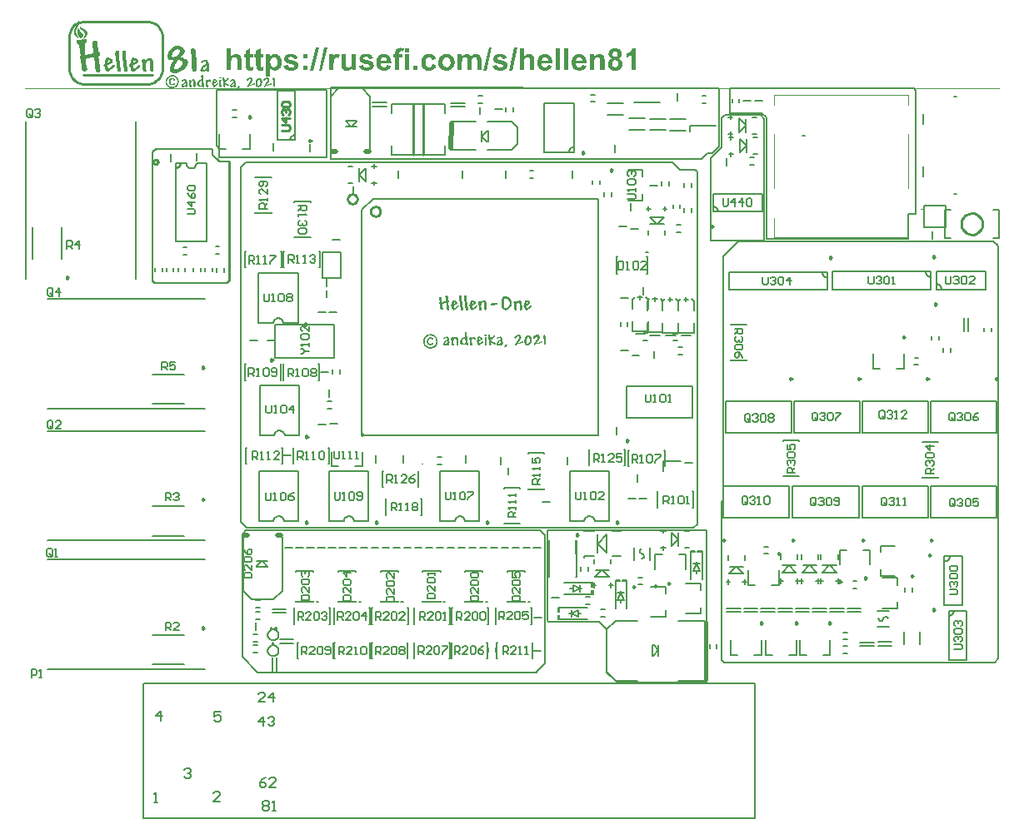
<source format=gto>
G75*
G70*
%OFA0B0*%
%FSLAX25Y25*%
%IPPOS*%
%LPD*%
%AMOC8*
5,1,8,0,0,1.08239X$1,22.5*
%
%ADD112C,0.00689*%
%ADD13C,0.00300*%
%ADD153C,0.00800*%
%ADD184C,0.00500*%
%ADD188C,0.00650*%
%ADD222C,0.00669*%
%ADD239C,0.00591*%
%ADD249C,0.00984*%
%ADD26C,0.01575*%
%ADD281C,0.01000*%
%ADD283C,0.01968*%
%ADD293C,0.00394*%
%ADD33C,0.00906*%
%ADD67C,0.00787*%
X0000000Y0000000D02*
G01*
G75*
G36*
X0022893Y0340634D02*
X0023028Y0340244D01*
X0023419Y0339685D01*
X0023726Y0339346D01*
X0024126Y0339071D01*
X0024452Y0338606D01*
X0024638Y0338043D01*
X0024554Y0337569D01*
X0024373Y0337234D01*
X0024126Y0336992D01*
X0023800Y0336764D01*
X0023419Y0336912D01*
X0023163Y0337080D01*
X0022758Y0337559D01*
X0022367Y0338117D01*
X0022214Y0338634D01*
X0022265Y0339155D01*
X0022288Y0339518D01*
X0022372Y0339992D01*
X0022502Y0340499D01*
X0022609Y0340644D01*
X0022888Y0340839D01*
X0022893Y0340634D01*
D02*
G37*
G36*
X0022785Y0343956D02*
X0022925Y0343361D01*
X0023013Y0342937D01*
X0022948Y0342337D01*
X0022776Y0341593D01*
X0022460Y0340955D01*
X0022083Y0340206D01*
X0021786Y0339443D01*
X0021762Y0339080D01*
X0021883Y0338610D01*
X0022084Y0338126D01*
X0022330Y0337675D01*
X0022754Y0337070D01*
X0023093Y0336684D01*
X0023198Y0336584D01*
X0023058Y0336487D01*
X0022526Y0336703D01*
X0021884Y0337224D01*
X0021316Y0337936D01*
X0021069Y0338387D01*
X0020832Y0339122D01*
X0020878Y0339848D01*
X0021208Y0340564D01*
X0021571Y0341234D01*
X0022041Y0342049D01*
X0022297Y0342574D01*
X0022474Y0343114D01*
X0022585Y0343747D01*
X0022548Y0343998D01*
X0022785Y0343956D01*
D02*
G37*
G36*
X0023423Y0341560D02*
X0023572Y0341249D01*
X0023832Y0340876D01*
X0024168Y0340695D01*
X0024582Y0340500D01*
X0024996Y0340304D01*
X0025410Y0340109D01*
X0025749Y0339723D01*
X0025945Y0339444D01*
X0026178Y0338913D01*
X0026173Y0338425D01*
X0026089Y0337950D01*
X0025894Y0337536D01*
X0025620Y0337136D01*
X0024829Y0336582D01*
X0024359Y0336461D01*
X0024247Y0336522D01*
X0024894Y0337182D01*
X0025224Y0337899D01*
X0025261Y0338341D01*
X0025205Y0338718D01*
X0025135Y0339016D01*
X0024940Y0339295D01*
X0024493Y0339537D01*
X0024061Y0339858D01*
X0023772Y0340072D01*
X0023498Y0340365D01*
X0023316Y0340723D01*
X0023214Y0341067D01*
X0023176Y0341318D01*
X0023186Y0341602D01*
X0023339Y0341779D01*
X0023423Y0341560D01*
D02*
G37*
G36*
X0025750Y0336257D02*
X0025894Y0336150D01*
X0025927Y0336103D01*
X0025969Y0335647D01*
X0025973Y0335443D01*
X0025959Y0335364D01*
X0025899Y0335252D01*
X0025573Y0335024D01*
X0025457Y0334596D01*
X0025290Y0333647D01*
X0025271Y0333079D01*
X0025261Y0331968D01*
X0025266Y0331915D01*
X0025286Y0331416D01*
X0025326Y0330917D01*
X0025385Y0330418D01*
X0025465Y0329959D01*
X0025485Y0329959D01*
X0025565Y0329979D01*
X0025665Y0329999D01*
X0025824Y0330019D01*
X0025984Y0330039D01*
X0026204Y0330079D01*
X0026423Y0330119D01*
X0026663Y0330179D01*
X0027202Y0330278D01*
X0027741Y0330418D01*
X0028280Y0330578D01*
X0028519Y0330658D01*
X0028759Y0330757D01*
X0028759Y0330777D01*
X0028759Y0330837D01*
X0028739Y0330957D01*
X0028719Y0331117D01*
X0028699Y0331336D01*
X0028659Y0331616D01*
X0028599Y0331955D01*
X0028539Y0332374D01*
X0028539Y0332394D01*
X0028519Y0332454D01*
X0028519Y0332534D01*
X0028499Y0332654D01*
X0028479Y0332773D01*
X0028459Y0332933D01*
X0028399Y0333292D01*
X0028339Y0333672D01*
X0028300Y0334051D01*
X0028280Y0334390D01*
X0028260Y0334550D01*
X0028260Y0334670D01*
X0028260Y0334689D01*
X0028260Y0334749D01*
X0028280Y0334809D01*
X0028300Y0334909D01*
X0028339Y0335029D01*
X0028399Y0335149D01*
X0028479Y0335268D01*
X0028599Y0335388D01*
X0028619Y0335408D01*
X0028659Y0335448D01*
X0028739Y0335488D01*
X0028839Y0335548D01*
X0028958Y0335608D01*
X0029098Y0335668D01*
X0029258Y0335687D01*
X0029417Y0335707D01*
X0029477Y0335707D01*
X0029557Y0335687D01*
X0029657Y0335687D01*
X0029856Y0335608D01*
X0029976Y0335568D01*
X0030076Y0335488D01*
X0030096Y0335488D01*
X0030116Y0335448D01*
X0030216Y0335328D01*
X0030316Y0335129D01*
X0030336Y0335009D01*
X0030355Y0334869D01*
X0030355Y0334849D01*
X0030355Y0334749D01*
X0030355Y0334670D01*
X0030375Y0334570D01*
X0030375Y0334450D01*
X0030375Y0334310D01*
X0030395Y0334131D01*
X0030395Y0333951D01*
X0030415Y0333731D01*
X0030435Y0333472D01*
X0030455Y0333192D01*
X0030495Y0332873D01*
X0030515Y0332534D01*
X0030555Y0332155D01*
X0030555Y0332115D01*
X0030575Y0332035D01*
X0030575Y0331895D01*
X0030595Y0331735D01*
X0030615Y0331576D01*
X0030615Y0331416D01*
X0030635Y0331296D01*
X0030635Y0331196D01*
X0030775Y0331217D01*
X0030814Y0331217D01*
X0030894Y0331196D01*
X0031014Y0331117D01*
X0031074Y0331057D01*
X0031134Y0330977D01*
X0031134Y0330957D01*
X0031154Y0330937D01*
X0031234Y0330817D01*
X0031294Y0330658D01*
X0031313Y0330438D01*
X0031313Y0330418D01*
X0031313Y0330398D01*
X0031313Y0330338D01*
X0031294Y0330258D01*
X0031234Y0330039D01*
X0031134Y0329759D01*
X0031134Y0329739D01*
X0031114Y0329699D01*
X0031034Y0329580D01*
X0030934Y0329440D01*
X0030874Y0329400D01*
X0030814Y0329380D01*
X0030874Y0328342D01*
X0030874Y0328302D01*
X0030894Y0328222D01*
X0030894Y0328143D01*
X0030914Y0328043D01*
X0030934Y0327923D01*
X0030954Y0327783D01*
X0030974Y0327624D01*
X0030994Y0327444D01*
X0031014Y0327244D01*
X0031054Y0327005D01*
X0031094Y0326765D01*
X0031134Y0326466D01*
X0031174Y0326167D01*
X0031214Y0325827D01*
X0031214Y0325807D01*
X0031234Y0325747D01*
X0031234Y0325648D01*
X0031254Y0325528D01*
X0031274Y0325388D01*
X0031294Y0325229D01*
X0031353Y0324869D01*
X0031413Y0324510D01*
X0031453Y0324171D01*
X0031473Y0324031D01*
X0031473Y0323911D01*
X0031493Y0323811D01*
X0031493Y0323751D01*
X0031493Y0323731D01*
X0031493Y0323692D01*
X0031473Y0323632D01*
X0031453Y0323552D01*
X0031393Y0323352D01*
X0031313Y0323252D01*
X0031234Y0323153D01*
X0031214Y0323153D01*
X0031194Y0323113D01*
X0031134Y0323093D01*
X0031054Y0323053D01*
X0030854Y0322973D01*
X0030715Y0322953D01*
X0030575Y0322933D01*
X0030495Y0322933D01*
X0030395Y0322953D01*
X0030296Y0322973D01*
X0030156Y0323013D01*
X0030036Y0323073D01*
X0029896Y0323153D01*
X0029777Y0323272D01*
X0029757Y0323292D01*
X0029737Y0323332D01*
X0029697Y0323412D01*
X0029637Y0323512D01*
X0029577Y0323652D01*
X0029537Y0323811D01*
X0029517Y0323991D01*
X0029497Y0324191D01*
X0029497Y0324231D01*
X0029497Y0324270D01*
X0029497Y0324330D01*
X0029477Y0324410D01*
X0029477Y0324530D01*
X0029457Y0324670D01*
X0029457Y0324869D01*
X0029417Y0325069D01*
X0029397Y0325328D01*
X0029377Y0325628D01*
X0029337Y0325967D01*
X0029278Y0326366D01*
X0029238Y0326805D01*
X0029178Y0327304D01*
X0029098Y0327863D01*
X0029098Y0327883D01*
X0029098Y0327903D01*
X0029078Y0328023D01*
X0029058Y0328183D01*
X0029038Y0328382D01*
X0029018Y0328602D01*
X0028998Y0328801D01*
X0028978Y0328981D01*
X0028958Y0329101D01*
X0028938Y0329101D01*
X0028898Y0329081D01*
X0028799Y0329081D01*
X0028699Y0329061D01*
X0028539Y0329021D01*
X0028379Y0329001D01*
X0028180Y0328961D01*
X0027960Y0328921D01*
X0027721Y0328861D01*
X0027441Y0328821D01*
X0026862Y0328682D01*
X0026204Y0328542D01*
X0025505Y0328362D01*
X0025505Y0328342D01*
X0025505Y0328282D01*
X0025525Y0328163D01*
X0025545Y0327983D01*
X0025585Y0327763D01*
X0025625Y0327444D01*
X0025665Y0327085D01*
X0025685Y0326865D01*
X0025725Y0326626D01*
X0025725Y0326606D01*
X0025725Y0326566D01*
X0025745Y0326506D01*
X0025765Y0326406D01*
X0025805Y0326187D01*
X0025844Y0325907D01*
X0025904Y0325588D01*
X0025944Y0325288D01*
X0026004Y0324989D01*
X0026064Y0324729D01*
X0026084Y0324710D01*
X0026164Y0324690D01*
X0026224Y0324630D01*
X0026284Y0324570D01*
X0026304Y0324550D01*
X0026324Y0324510D01*
X0026344Y0324410D01*
X0026344Y0324251D01*
X0026344Y0324231D01*
X0026344Y0324211D01*
X0026324Y0324151D01*
X0026284Y0324071D01*
X0026224Y0323991D01*
X0026144Y0323871D01*
X0026044Y0323751D01*
X0025884Y0323612D01*
X0025864Y0323592D01*
X0025805Y0323552D01*
X0025725Y0323492D01*
X0025625Y0323432D01*
X0025385Y0323312D01*
X0025246Y0323272D01*
X0025126Y0323252D01*
X0025086Y0323252D01*
X0024966Y0323272D01*
X0024787Y0323332D01*
X0024587Y0323452D01*
X0024467Y0323532D01*
X0024367Y0323652D01*
X0024268Y0323771D01*
X0024188Y0323931D01*
X0024108Y0324111D01*
X0024048Y0324330D01*
X0023988Y0324570D01*
X0023968Y0324849D01*
X0023968Y0324869D01*
X0023968Y0324969D01*
X0023948Y0325109D01*
X0023928Y0325308D01*
X0023908Y0325588D01*
X0023888Y0325947D01*
X0023868Y0326147D01*
X0023848Y0326366D01*
X0023829Y0326626D01*
X0023809Y0326885D01*
X0023809Y0326905D01*
X0023809Y0326945D01*
X0023789Y0327005D01*
X0023789Y0327065D01*
X0023769Y0327264D01*
X0023749Y0327504D01*
X0023729Y0327743D01*
X0023709Y0327983D01*
X0023689Y0328183D01*
X0023689Y0328242D01*
X0023689Y0328302D01*
X0023669Y0328302D01*
X0023589Y0328342D01*
X0023469Y0328422D01*
X0023409Y0328482D01*
X0023349Y0328582D01*
X0023349Y0328602D01*
X0023329Y0328642D01*
X0023270Y0328761D01*
X0023190Y0328921D01*
X0023170Y0329081D01*
X0023170Y0329101D01*
X0023170Y0329121D01*
X0023190Y0329240D01*
X0023230Y0329380D01*
X0023290Y0329540D01*
X0023290Y0329560D01*
X0023310Y0329580D01*
X0023369Y0329660D01*
X0023469Y0329739D01*
X0023609Y0329799D01*
X0023609Y0329819D01*
X0023609Y0329839D01*
X0023589Y0329899D01*
X0023589Y0329999D01*
X0023569Y0330139D01*
X0023529Y0330338D01*
X0023489Y0330558D01*
X0023449Y0330857D01*
X0023449Y0330877D01*
X0023429Y0330937D01*
X0023429Y0331017D01*
X0023409Y0331137D01*
X0023369Y0331296D01*
X0023349Y0331456D01*
X0023290Y0331835D01*
X0023230Y0332235D01*
X0023190Y0332634D01*
X0023150Y0332993D01*
X0023148Y0333011D01*
X0023010Y0333437D01*
X0022647Y0334153D01*
X0022433Y0334558D01*
X0022177Y0334726D01*
X0022033Y0334833D01*
X0022000Y0334879D01*
X0021963Y0335130D01*
X0021940Y0335461D01*
X0021935Y0335665D01*
X0021995Y0335777D01*
X0022135Y0335875D01*
X0025592Y0336285D01*
X0025750Y0336257D01*
D02*
G37*
G36*
X0151690Y0332777D02*
X0151879Y0332764D01*
X0152094Y0332737D01*
X0152336Y0332697D01*
X0152592Y0332643D01*
X0152847Y0332576D01*
X0152618Y0331392D01*
X0152605Y0331392D01*
X0152551Y0331405D01*
X0152471Y0331432D01*
X0152363Y0331446D01*
X0152242Y0331473D01*
X0152107Y0331486D01*
X0151825Y0331500D01*
X0151771Y0331500D01*
X0151704Y0331486D01*
X0151623Y0331473D01*
X0151448Y0331432D01*
X0151368Y0331379D01*
X0151300Y0331325D01*
X0151300Y0331311D01*
X0151273Y0331284D01*
X0151247Y0331244D01*
X0151220Y0331177D01*
X0151193Y0331083D01*
X0151166Y0330962D01*
X0151152Y0330827D01*
X0151139Y0330652D01*
X0151139Y0330208D01*
X0152403Y0330208D01*
X0152403Y0328877D01*
X0151139Y0328877D01*
X0151139Y0323806D01*
X0149444Y0323806D01*
X0149444Y0328877D01*
X0148503Y0328877D01*
X0148503Y0330208D01*
X0149444Y0330208D01*
X0149444Y0330679D01*
X0149444Y0330693D01*
X0149444Y0330719D01*
X0149444Y0330760D01*
X0149444Y0330814D01*
X0149458Y0330962D01*
X0149471Y0331136D01*
X0149485Y0331325D01*
X0149512Y0331526D01*
X0149552Y0331715D01*
X0149606Y0331876D01*
X0149619Y0331890D01*
X0149646Y0331943D01*
X0149686Y0332024D01*
X0149754Y0332105D01*
X0149834Y0332212D01*
X0149942Y0332320D01*
X0150076Y0332428D01*
X0150238Y0332535D01*
X0150265Y0332549D01*
X0150319Y0332576D01*
X0150426Y0332616D01*
X0150561Y0332670D01*
X0150735Y0332710D01*
X0150937Y0332751D01*
X0151166Y0332777D01*
X0151421Y0332791D01*
X0151542Y0332791D01*
X0151690Y0332777D01*
D02*
G37*
G36*
X0155039Y0331083D02*
X0153345Y0331083D01*
X0153345Y0332643D01*
X0155039Y0332643D01*
X0155039Y0331083D01*
D02*
G37*
G36*
X0182020Y0330329D02*
X0182195Y0330303D01*
X0182370Y0330276D01*
X0182572Y0330222D01*
X0182773Y0330141D01*
X0182962Y0330047D01*
X0182989Y0330034D01*
X0183042Y0329993D01*
X0183136Y0329926D01*
X0183244Y0329832D01*
X0183365Y0329724D01*
X0183486Y0329576D01*
X0183607Y0329401D01*
X0183701Y0329213D01*
X0183715Y0329200D01*
X0183728Y0329132D01*
X0183755Y0329038D01*
X0183795Y0328890D01*
X0183822Y0328702D01*
X0183849Y0328473D01*
X0183863Y0328204D01*
X0183876Y0327882D01*
X0183876Y0323806D01*
X0182182Y0323806D01*
X0182182Y0327451D01*
X0182182Y0327465D01*
X0182182Y0327491D01*
X0182182Y0327545D01*
X0182182Y0327599D01*
X0182168Y0327774D01*
X0182155Y0327962D01*
X0182141Y0328177D01*
X0182114Y0328379D01*
X0182061Y0328554D01*
X0182034Y0328635D01*
X0182007Y0328689D01*
X0181993Y0328702D01*
X0181966Y0328742D01*
X0181899Y0328810D01*
X0181832Y0328877D01*
X0181724Y0328931D01*
X0181603Y0328998D01*
X0181455Y0329038D01*
X0181280Y0329052D01*
X0181227Y0329052D01*
X0181159Y0329038D01*
X0181065Y0329025D01*
X0180958Y0328998D01*
X0180850Y0328958D01*
X0180729Y0328904D01*
X0180608Y0328823D01*
X0180594Y0328810D01*
X0180554Y0328783D01*
X0180500Y0328729D01*
X0180433Y0328662D01*
X0180366Y0328581D01*
X0180285Y0328460D01*
X0180218Y0328339D01*
X0180164Y0328191D01*
X0180164Y0328177D01*
X0180137Y0328110D01*
X0180124Y0328016D01*
X0180097Y0327868D01*
X0180070Y0327680D01*
X0180056Y0327465D01*
X0180029Y0327182D01*
X0180029Y0326873D01*
X0180029Y0323806D01*
X0178335Y0323806D01*
X0178335Y0327303D01*
X0178335Y0327317D01*
X0178335Y0327344D01*
X0178335Y0327397D01*
X0178335Y0327451D01*
X0178335Y0327613D01*
X0178321Y0327814D01*
X0178308Y0328016D01*
X0178295Y0328218D01*
X0178268Y0328379D01*
X0178254Y0328460D01*
X0178241Y0328514D01*
X0178241Y0328527D01*
X0178227Y0328554D01*
X0178200Y0328608D01*
X0178173Y0328662D01*
X0178079Y0328796D01*
X0177958Y0328917D01*
X0177945Y0328917D01*
X0177918Y0328944D01*
X0177877Y0328958D01*
X0177824Y0328984D01*
X0177757Y0329011D01*
X0177662Y0329025D01*
X0177568Y0329052D01*
X0177380Y0329052D01*
X0177299Y0329038D01*
X0177205Y0329025D01*
X0177097Y0328998D01*
X0176976Y0328958D01*
X0176855Y0328904D01*
X0176734Y0328836D01*
X0176721Y0328823D01*
X0176681Y0328796D01*
X0176627Y0328742D01*
X0176559Y0328675D01*
X0176492Y0328594D01*
X0176411Y0328487D01*
X0176344Y0328366D01*
X0176290Y0328218D01*
X0176290Y0328204D01*
X0176263Y0328137D01*
X0176250Y0328043D01*
X0176223Y0327908D01*
X0176196Y0327734D01*
X0176183Y0327505D01*
X0176156Y0327236D01*
X0176156Y0326913D01*
X0176156Y0323806D01*
X0174461Y0323806D01*
X0174461Y0330208D01*
X0176021Y0330208D01*
X0176021Y0329334D01*
X0176035Y0329348D01*
X0176062Y0329375D01*
X0176102Y0329428D01*
X0176169Y0329496D01*
X0176250Y0329563D01*
X0176344Y0329657D01*
X0176452Y0329751D01*
X0176586Y0329845D01*
X0176721Y0329939D01*
X0176869Y0330020D01*
X0177218Y0330182D01*
X0177393Y0330249D01*
X0177595Y0330303D01*
X0177797Y0330329D01*
X0178012Y0330343D01*
X0178120Y0330343D01*
X0178227Y0330329D01*
X0178375Y0330316D01*
X0178550Y0330276D01*
X0178725Y0330235D01*
X0178900Y0330168D01*
X0179075Y0330087D01*
X0179102Y0330074D01*
X0179155Y0330034D01*
X0179236Y0329980D01*
X0179344Y0329899D01*
X0179465Y0329791D01*
X0179586Y0329657D01*
X0179707Y0329496D01*
X0179828Y0329321D01*
X0179841Y0329348D01*
X0179895Y0329401D01*
X0179989Y0329496D01*
X0180097Y0329603D01*
X0180231Y0329738D01*
X0180379Y0329859D01*
X0180554Y0329980D01*
X0180729Y0330087D01*
X0180756Y0330101D01*
X0180810Y0330128D01*
X0180917Y0330168D01*
X0181052Y0330222D01*
X0181200Y0330262D01*
X0181388Y0330303D01*
X0181576Y0330329D01*
X0181778Y0330343D01*
X0181899Y0330343D01*
X0182020Y0330329D01*
D02*
G37*
G36*
X0126351Y0330329D02*
X0126498Y0330303D01*
X0126660Y0330262D01*
X0126862Y0330208D01*
X0127063Y0330128D01*
X0127265Y0330020D01*
X0126741Y0328541D01*
X0126727Y0328554D01*
X0126673Y0328581D01*
X0126579Y0328635D01*
X0126485Y0328689D01*
X0126351Y0328729D01*
X0126216Y0328783D01*
X0126082Y0328810D01*
X0125934Y0328823D01*
X0125880Y0328823D01*
X0125813Y0328810D01*
X0125732Y0328796D01*
X0125638Y0328769D01*
X0125530Y0328742D01*
X0125423Y0328689D01*
X0125328Y0328621D01*
X0125315Y0328608D01*
X0125288Y0328581D01*
X0125248Y0328527D01*
X0125194Y0328460D01*
X0125127Y0328366D01*
X0125059Y0328231D01*
X0124992Y0328083D01*
X0124938Y0327908D01*
X0124938Y0327882D01*
X0124925Y0327855D01*
X0124911Y0327801D01*
X0124911Y0327747D01*
X0124898Y0327666D01*
X0124884Y0327559D01*
X0124871Y0327451D01*
X0124858Y0327317D01*
X0124844Y0327169D01*
X0124831Y0326994D01*
X0124831Y0326792D01*
X0124817Y0326577D01*
X0124804Y0326335D01*
X0124804Y0326066D01*
X0124804Y0325770D01*
X0124804Y0323806D01*
X0123109Y0323806D01*
X0123109Y0330208D01*
X0124683Y0330208D01*
X0124683Y0329307D01*
X0124696Y0329321D01*
X0124750Y0329401D01*
X0124831Y0329509D01*
X0124925Y0329644D01*
X0125032Y0329791D01*
X0125154Y0329926D01*
X0125288Y0330047D01*
X0125409Y0330141D01*
X0125423Y0330155D01*
X0125463Y0330168D01*
X0125530Y0330208D01*
X0125624Y0330249D01*
X0125732Y0330276D01*
X0125853Y0330316D01*
X0125987Y0330329D01*
X0126135Y0330343D01*
X0126230Y0330343D01*
X0126351Y0330329D01*
D02*
G37*
G36*
X0231234Y0330329D02*
X0231368Y0330316D01*
X0231530Y0330289D01*
X0231704Y0330262D01*
X0231879Y0330208D01*
X0232054Y0330141D01*
X0232081Y0330128D01*
X0232135Y0330101D01*
X0232215Y0330061D01*
X0232310Y0330007D01*
X0232431Y0329926D01*
X0232538Y0329832D01*
X0232659Y0329738D01*
X0232753Y0329617D01*
X0232767Y0329603D01*
X0232794Y0329563D01*
X0232834Y0329496D01*
X0232888Y0329415D01*
X0232942Y0329307D01*
X0232996Y0329186D01*
X0233049Y0329052D01*
X0233090Y0328904D01*
X0233090Y0328890D01*
X0233103Y0328836D01*
X0233117Y0328742D01*
X0233144Y0328621D01*
X0233157Y0328460D01*
X0233171Y0328258D01*
X0233184Y0328029D01*
X0233184Y0327774D01*
X0233184Y0323806D01*
X0231489Y0323806D01*
X0231489Y0327061D01*
X0231489Y0327075D01*
X0231489Y0327101D01*
X0231489Y0327155D01*
X0231489Y0327222D01*
X0231489Y0327317D01*
X0231489Y0327411D01*
X0231476Y0327613D01*
X0231462Y0327841D01*
X0231435Y0328056D01*
X0231409Y0328245D01*
X0231395Y0328325D01*
X0231368Y0328393D01*
X0231368Y0328406D01*
X0231355Y0328447D01*
X0231328Y0328500D01*
X0231288Y0328568D01*
X0231180Y0328729D01*
X0231018Y0328877D01*
X0231005Y0328890D01*
X0230978Y0328904D01*
X0230924Y0328931D01*
X0230857Y0328971D01*
X0230776Y0328998D01*
X0230669Y0329025D01*
X0230561Y0329038D01*
X0230440Y0329052D01*
X0230359Y0329052D01*
X0230279Y0329038D01*
X0230171Y0329025D01*
X0230050Y0328998D01*
X0229916Y0328944D01*
X0229781Y0328890D01*
X0229647Y0328810D01*
X0229633Y0328796D01*
X0229593Y0328769D01*
X0229539Y0328715D01*
X0229458Y0328635D01*
X0229391Y0328541D01*
X0229310Y0328433D01*
X0229230Y0328312D01*
X0229176Y0328164D01*
X0229176Y0328151D01*
X0229162Y0328083D01*
X0229135Y0327989D01*
X0229122Y0327841D01*
X0229109Y0327747D01*
X0229095Y0327640D01*
X0229082Y0327518D01*
X0229068Y0327384D01*
X0229068Y0327236D01*
X0229055Y0327075D01*
X0229055Y0326886D01*
X0229055Y0326698D01*
X0229055Y0323806D01*
X0227360Y0323806D01*
X0227360Y0330208D01*
X0228934Y0330208D01*
X0228934Y0329267D01*
X0228947Y0329280D01*
X0228974Y0329307D01*
X0229014Y0329361D01*
X0229082Y0329442D01*
X0229162Y0329522D01*
X0229270Y0329603D01*
X0229378Y0329711D01*
X0229512Y0329805D01*
X0229660Y0329899D01*
X0229808Y0330007D01*
X0229983Y0330087D01*
X0230171Y0330182D01*
X0230373Y0330249D01*
X0230575Y0330303D01*
X0230803Y0330329D01*
X0231032Y0330343D01*
X0231126Y0330343D01*
X0231234Y0330329D01*
D02*
G37*
G36*
X0101535Y0330329D02*
X0101629Y0330316D01*
X0101737Y0330303D01*
X0102006Y0330235D01*
X0102302Y0330128D01*
X0102463Y0330060D01*
X0102625Y0329966D01*
X0102773Y0329872D01*
X0102934Y0329751D01*
X0103095Y0329617D01*
X0103244Y0329455D01*
X0103257Y0329442D01*
X0103284Y0329415D01*
X0103311Y0329361D01*
X0103365Y0329294D01*
X0103418Y0329200D01*
X0103486Y0329092D01*
X0103566Y0328971D01*
X0103633Y0328823D01*
X0103701Y0328662D01*
X0103781Y0328473D01*
X0103849Y0328272D01*
X0103902Y0328056D01*
X0103956Y0327828D01*
X0103997Y0327572D01*
X0104010Y0327303D01*
X0104024Y0327021D01*
X0104024Y0327007D01*
X0104024Y0326954D01*
X0104024Y0326873D01*
X0104010Y0326752D01*
X0103997Y0326617D01*
X0103983Y0326469D01*
X0103956Y0326294D01*
X0103929Y0326106D01*
X0103835Y0325716D01*
X0103768Y0325501D01*
X0103687Y0325299D01*
X0103593Y0325097D01*
X0103499Y0324896D01*
X0103365Y0324707D01*
X0103230Y0324533D01*
X0103217Y0324519D01*
X0103190Y0324492D01*
X0103149Y0324452D01*
X0103095Y0324398D01*
X0103015Y0324331D01*
X0102921Y0324250D01*
X0102813Y0324169D01*
X0102706Y0324089D01*
X0102423Y0323927D01*
X0102100Y0323779D01*
X0101925Y0323726D01*
X0101737Y0323685D01*
X0101535Y0323658D01*
X0101334Y0323645D01*
X0101239Y0323645D01*
X0101145Y0323658D01*
X0101024Y0323672D01*
X0100876Y0323699D01*
X0100715Y0323726D01*
X0100540Y0323779D01*
X0100379Y0323847D01*
X0100365Y0323860D01*
X0100298Y0323887D01*
X0100217Y0323941D01*
X0100110Y0324021D01*
X0099975Y0324115D01*
X0099814Y0324250D01*
X0099652Y0324398D01*
X0099477Y0324573D01*
X0099477Y0321358D01*
X0097783Y0321358D01*
X0097783Y0330208D01*
X0099356Y0330208D01*
X0099356Y0329267D01*
X0099370Y0329294D01*
X0099410Y0329348D01*
X0099477Y0329428D01*
X0099572Y0329536D01*
X0099693Y0329657D01*
X0099827Y0329791D01*
X0099989Y0329912D01*
X0100177Y0330033D01*
X0100204Y0330047D01*
X0100271Y0330087D01*
X0100379Y0330128D01*
X0100527Y0330195D01*
X0100688Y0330249D01*
X0100890Y0330289D01*
X0101118Y0330329D01*
X0101347Y0330343D01*
X0101455Y0330343D01*
X0101535Y0330329D01*
D02*
G37*
G36*
X0114246Y0328514D02*
X0112551Y0328514D01*
X0112551Y0330208D01*
X0114246Y0330208D01*
X0114246Y0328514D01*
D02*
G37*
G36*
X0191623Y0330329D02*
X0191758Y0330316D01*
X0192040Y0330289D01*
X0192350Y0330235D01*
X0192686Y0330168D01*
X0192982Y0330061D01*
X0193130Y0329993D01*
X0193251Y0329912D01*
X0193264Y0329912D01*
X0193278Y0329899D01*
X0193359Y0329832D01*
X0193466Y0329738D01*
X0193601Y0329590D01*
X0193748Y0329415D01*
X0193896Y0329200D01*
X0194031Y0328958D01*
X0194139Y0328662D01*
X0192538Y0328366D01*
X0192538Y0328379D01*
X0192511Y0328420D01*
X0192484Y0328487D01*
X0192444Y0328568D01*
X0192390Y0328662D01*
X0192323Y0328756D01*
X0192242Y0328850D01*
X0192134Y0328931D01*
X0192121Y0328944D01*
X0192081Y0328958D01*
X0192014Y0328998D01*
X0191933Y0329038D01*
X0191812Y0329065D01*
X0191677Y0329105D01*
X0191516Y0329119D01*
X0191328Y0329132D01*
X0191220Y0329132D01*
X0191099Y0329119D01*
X0190951Y0329105D01*
X0190642Y0329052D01*
X0190494Y0329011D01*
X0190373Y0328944D01*
X0190359Y0328944D01*
X0190346Y0328917D01*
X0190278Y0328850D01*
X0190211Y0328742D01*
X0190198Y0328675D01*
X0190184Y0328594D01*
X0190184Y0328581D01*
X0190184Y0328568D01*
X0190211Y0328487D01*
X0190252Y0328379D01*
X0190292Y0328339D01*
X0190346Y0328285D01*
X0190359Y0328272D01*
X0190400Y0328258D01*
X0190494Y0328218D01*
X0190547Y0328191D01*
X0190628Y0328164D01*
X0190722Y0328124D01*
X0190830Y0328097D01*
X0190964Y0328056D01*
X0191112Y0328003D01*
X0191274Y0327962D01*
X0191462Y0327908D01*
X0191677Y0327855D01*
X0191919Y0327801D01*
X0191933Y0327801D01*
X0191973Y0327787D01*
X0192054Y0327774D01*
X0192134Y0327747D01*
X0192256Y0327720D01*
X0192377Y0327680D01*
X0192673Y0327599D01*
X0192982Y0327491D01*
X0193291Y0327357D01*
X0193574Y0327209D01*
X0193708Y0327128D01*
X0193816Y0327048D01*
X0193843Y0327021D01*
X0193896Y0326967D01*
X0193991Y0326859D01*
X0194085Y0326725D01*
X0194179Y0326550D01*
X0194273Y0326321D01*
X0194327Y0326079D01*
X0194354Y0325783D01*
X0194354Y0325770D01*
X0194354Y0325743D01*
X0194354Y0325703D01*
X0194340Y0325635D01*
X0194327Y0325568D01*
X0194313Y0325474D01*
X0194260Y0325272D01*
X0194179Y0325030D01*
X0194044Y0324775D01*
X0193964Y0324654D01*
X0193856Y0324519D01*
X0193748Y0324398D01*
X0193614Y0324277D01*
X0193601Y0324277D01*
X0193587Y0324250D01*
X0193533Y0324223D01*
X0193480Y0324183D01*
X0193399Y0324129D01*
X0193305Y0324075D01*
X0193197Y0324021D01*
X0193076Y0323968D01*
X0192928Y0323900D01*
X0192767Y0323847D01*
X0192592Y0323793D01*
X0192390Y0323739D01*
X0192188Y0323699D01*
X0191960Y0323672D01*
X0191704Y0323658D01*
X0191449Y0323645D01*
X0191328Y0323645D01*
X0191233Y0323658D01*
X0191126Y0323658D01*
X0190991Y0323672D01*
X0190857Y0323685D01*
X0190695Y0323712D01*
X0190373Y0323779D01*
X0190023Y0323860D01*
X0189687Y0323994D01*
X0189377Y0324169D01*
X0189364Y0324169D01*
X0189350Y0324196D01*
X0189310Y0324223D01*
X0189256Y0324264D01*
X0189122Y0324385D01*
X0188974Y0324546D01*
X0188812Y0324748D01*
X0188651Y0325003D01*
X0188503Y0325286D01*
X0188395Y0325608D01*
X0190090Y0325864D01*
X0190090Y0325837D01*
X0190117Y0325783D01*
X0190144Y0325689D01*
X0190184Y0325582D01*
X0190238Y0325461D01*
X0190319Y0325340D01*
X0190413Y0325219D01*
X0190521Y0325111D01*
X0190534Y0325097D01*
X0190588Y0325071D01*
X0190655Y0325030D01*
X0190763Y0324990D01*
X0190897Y0324950D01*
X0191059Y0324909D01*
X0191233Y0324882D01*
X0191449Y0324869D01*
X0191556Y0324869D01*
X0191677Y0324882D01*
X0191812Y0324896D01*
X0191973Y0324923D01*
X0192134Y0324963D01*
X0192296Y0325017D01*
X0192430Y0325097D01*
X0192444Y0325111D01*
X0192471Y0325124D01*
X0192498Y0325165D01*
X0192552Y0325219D01*
X0192619Y0325366D01*
X0192646Y0325461D01*
X0192659Y0325555D01*
X0192659Y0325568D01*
X0192659Y0325595D01*
X0192646Y0325676D01*
X0192605Y0325770D01*
X0192538Y0325877D01*
X0192511Y0325904D01*
X0192471Y0325918D01*
X0192417Y0325958D01*
X0192336Y0325985D01*
X0192242Y0326026D01*
X0192108Y0326066D01*
X0191960Y0326106D01*
X0191933Y0326106D01*
X0191866Y0326133D01*
X0191771Y0326147D01*
X0191637Y0326187D01*
X0191475Y0326227D01*
X0191287Y0326268D01*
X0191085Y0326321D01*
X0190870Y0326375D01*
X0190426Y0326496D01*
X0190211Y0326564D01*
X0189996Y0326644D01*
X0189808Y0326711D01*
X0189633Y0326779D01*
X0189485Y0326859D01*
X0189364Y0326927D01*
X0189350Y0326927D01*
X0189337Y0326954D01*
X0189243Y0327021D01*
X0189122Y0327142D01*
X0188987Y0327303D01*
X0188853Y0327505D01*
X0188732Y0327761D01*
X0188637Y0328043D01*
X0188624Y0328204D01*
X0188611Y0328366D01*
X0188611Y0328379D01*
X0188611Y0328406D01*
X0188611Y0328447D01*
X0188624Y0328500D01*
X0188651Y0328662D01*
X0188691Y0328850D01*
X0188772Y0329079D01*
X0188880Y0329307D01*
X0189041Y0329549D01*
X0189149Y0329657D01*
X0189256Y0329765D01*
X0189270Y0329778D01*
X0189283Y0329791D01*
X0189323Y0329818D01*
X0189377Y0329859D01*
X0189458Y0329899D01*
X0189539Y0329953D01*
X0189646Y0330007D01*
X0189754Y0330061D01*
X0189888Y0330114D01*
X0190050Y0330155D01*
X0190211Y0330208D01*
X0190400Y0330249D01*
X0190601Y0330289D01*
X0190816Y0330316D01*
X0191045Y0330343D01*
X0191516Y0330343D01*
X0191623Y0330329D01*
D02*
G37*
G36*
X0138160Y0330329D02*
X0138294Y0330316D01*
X0138577Y0330289D01*
X0138886Y0330235D01*
X0139222Y0330168D01*
X0139518Y0330060D01*
X0139666Y0329993D01*
X0139787Y0329912D01*
X0139801Y0329912D01*
X0139814Y0329899D01*
X0139895Y0329832D01*
X0140002Y0329738D01*
X0140137Y0329590D01*
X0140285Y0329415D01*
X0140433Y0329200D01*
X0140567Y0328958D01*
X0140675Y0328662D01*
X0139074Y0328366D01*
X0139074Y0328379D01*
X0139047Y0328419D01*
X0139021Y0328487D01*
X0138980Y0328568D01*
X0138926Y0328662D01*
X0138859Y0328756D01*
X0138778Y0328850D01*
X0138671Y0328931D01*
X0138657Y0328944D01*
X0138617Y0328958D01*
X0138550Y0328998D01*
X0138469Y0329038D01*
X0138348Y0329065D01*
X0138214Y0329105D01*
X0138052Y0329119D01*
X0137864Y0329132D01*
X0137756Y0329132D01*
X0137635Y0329119D01*
X0137487Y0329105D01*
X0137178Y0329052D01*
X0137030Y0329011D01*
X0136909Y0328944D01*
X0136895Y0328944D01*
X0136882Y0328917D01*
X0136815Y0328850D01*
X0136747Y0328742D01*
X0136734Y0328675D01*
X0136721Y0328594D01*
X0136721Y0328581D01*
X0136721Y0328568D01*
X0136747Y0328487D01*
X0136788Y0328379D01*
X0136828Y0328339D01*
X0136882Y0328285D01*
X0136895Y0328272D01*
X0136936Y0328258D01*
X0137030Y0328218D01*
X0137084Y0328191D01*
X0137164Y0328164D01*
X0137259Y0328124D01*
X0137366Y0328097D01*
X0137501Y0328056D01*
X0137649Y0328003D01*
X0137810Y0327962D01*
X0137998Y0327908D01*
X0138214Y0327855D01*
X0138456Y0327801D01*
X0138469Y0327801D01*
X0138509Y0327787D01*
X0138590Y0327774D01*
X0138671Y0327747D01*
X0138792Y0327720D01*
X0138913Y0327680D01*
X0139209Y0327599D01*
X0139518Y0327491D01*
X0139828Y0327357D01*
X0140110Y0327209D01*
X0140244Y0327128D01*
X0140352Y0327048D01*
X0140379Y0327021D01*
X0140433Y0326967D01*
X0140527Y0326859D01*
X0140621Y0326725D01*
X0140715Y0326550D01*
X0140809Y0326321D01*
X0140863Y0326079D01*
X0140890Y0325783D01*
X0140890Y0325770D01*
X0140890Y0325743D01*
X0140890Y0325703D01*
X0140877Y0325635D01*
X0140863Y0325568D01*
X0140850Y0325474D01*
X0140796Y0325272D01*
X0140715Y0325030D01*
X0140581Y0324775D01*
X0140500Y0324654D01*
X0140392Y0324519D01*
X0140285Y0324398D01*
X0140150Y0324277D01*
X0140137Y0324277D01*
X0140123Y0324250D01*
X0140070Y0324223D01*
X0140016Y0324183D01*
X0139935Y0324129D01*
X0139841Y0324075D01*
X0139733Y0324021D01*
X0139612Y0323968D01*
X0139464Y0323900D01*
X0139303Y0323847D01*
X0139128Y0323793D01*
X0138926Y0323739D01*
X0138725Y0323699D01*
X0138496Y0323672D01*
X0138240Y0323658D01*
X0137985Y0323645D01*
X0137864Y0323645D01*
X0137770Y0323658D01*
X0137662Y0323658D01*
X0137528Y0323672D01*
X0137393Y0323685D01*
X0137232Y0323712D01*
X0136909Y0323779D01*
X0136559Y0323860D01*
X0136223Y0323994D01*
X0135914Y0324169D01*
X0135900Y0324169D01*
X0135887Y0324196D01*
X0135846Y0324223D01*
X0135793Y0324264D01*
X0135658Y0324384D01*
X0135510Y0324546D01*
X0135349Y0324748D01*
X0135187Y0325003D01*
X0135039Y0325286D01*
X0134932Y0325608D01*
X0136626Y0325864D01*
X0136626Y0325837D01*
X0136653Y0325783D01*
X0136680Y0325689D01*
X0136721Y0325582D01*
X0136774Y0325461D01*
X0136855Y0325340D01*
X0136949Y0325218D01*
X0137057Y0325111D01*
X0137070Y0325097D01*
X0137124Y0325071D01*
X0137191Y0325030D01*
X0137299Y0324990D01*
X0137433Y0324949D01*
X0137595Y0324909D01*
X0137770Y0324882D01*
X0137985Y0324869D01*
X0138092Y0324869D01*
X0138214Y0324882D01*
X0138348Y0324896D01*
X0138509Y0324923D01*
X0138671Y0324963D01*
X0138832Y0325017D01*
X0138967Y0325097D01*
X0138980Y0325111D01*
X0139007Y0325124D01*
X0139034Y0325165D01*
X0139088Y0325218D01*
X0139155Y0325366D01*
X0139182Y0325461D01*
X0139195Y0325555D01*
X0139195Y0325568D01*
X0139195Y0325595D01*
X0139182Y0325676D01*
X0139141Y0325770D01*
X0139074Y0325877D01*
X0139047Y0325904D01*
X0139007Y0325918D01*
X0138953Y0325958D01*
X0138873Y0325985D01*
X0138778Y0326026D01*
X0138644Y0326066D01*
X0138496Y0326106D01*
X0138469Y0326106D01*
X0138402Y0326133D01*
X0138308Y0326147D01*
X0138173Y0326187D01*
X0138012Y0326227D01*
X0137823Y0326268D01*
X0137622Y0326321D01*
X0137407Y0326375D01*
X0136963Y0326496D01*
X0136747Y0326564D01*
X0136532Y0326644D01*
X0136344Y0326711D01*
X0136169Y0326779D01*
X0136021Y0326859D01*
X0135900Y0326927D01*
X0135887Y0326927D01*
X0135873Y0326954D01*
X0135779Y0327021D01*
X0135658Y0327142D01*
X0135523Y0327303D01*
X0135389Y0327505D01*
X0135268Y0327761D01*
X0135174Y0328043D01*
X0135160Y0328204D01*
X0135147Y0328366D01*
X0135147Y0328379D01*
X0135147Y0328406D01*
X0135147Y0328447D01*
X0135160Y0328500D01*
X0135187Y0328662D01*
X0135228Y0328850D01*
X0135308Y0329079D01*
X0135416Y0329307D01*
X0135577Y0329549D01*
X0135685Y0329657D01*
X0135793Y0329765D01*
X0135806Y0329778D01*
X0135819Y0329791D01*
X0135860Y0329818D01*
X0135914Y0329859D01*
X0135994Y0329899D01*
X0136075Y0329953D01*
X0136182Y0330007D01*
X0136290Y0330060D01*
X0136425Y0330114D01*
X0136586Y0330155D01*
X0136747Y0330208D01*
X0136936Y0330249D01*
X0137137Y0330289D01*
X0137353Y0330316D01*
X0137581Y0330343D01*
X0138052Y0330343D01*
X0138160Y0330329D01*
D02*
G37*
G36*
X0108005Y0330329D02*
X0108139Y0330316D01*
X0108422Y0330289D01*
X0108731Y0330235D01*
X0109067Y0330168D01*
X0109363Y0330060D01*
X0109511Y0329993D01*
X0109632Y0329912D01*
X0109646Y0329912D01*
X0109659Y0329899D01*
X0109740Y0329832D01*
X0109847Y0329738D01*
X0109982Y0329590D01*
X0110130Y0329415D01*
X0110278Y0329200D01*
X0110412Y0328958D01*
X0110520Y0328662D01*
X0108919Y0328366D01*
X0108919Y0328379D01*
X0108893Y0328419D01*
X0108866Y0328487D01*
X0108825Y0328568D01*
X0108771Y0328662D01*
X0108704Y0328756D01*
X0108624Y0328850D01*
X0108516Y0328931D01*
X0108502Y0328944D01*
X0108462Y0328958D01*
X0108395Y0328998D01*
X0108314Y0329038D01*
X0108193Y0329065D01*
X0108059Y0329105D01*
X0107897Y0329119D01*
X0107709Y0329132D01*
X0107601Y0329132D01*
X0107480Y0329119D01*
X0107332Y0329105D01*
X0107023Y0329052D01*
X0106875Y0329011D01*
X0106754Y0328944D01*
X0106740Y0328944D01*
X0106727Y0328917D01*
X0106660Y0328850D01*
X0106593Y0328742D01*
X0106579Y0328675D01*
X0106566Y0328594D01*
X0106566Y0328581D01*
X0106566Y0328568D01*
X0106593Y0328487D01*
X0106633Y0328379D01*
X0106673Y0328339D01*
X0106727Y0328285D01*
X0106740Y0328272D01*
X0106781Y0328258D01*
X0106875Y0328218D01*
X0106929Y0328191D01*
X0107009Y0328164D01*
X0107104Y0328124D01*
X0107211Y0328097D01*
X0107346Y0328056D01*
X0107494Y0328003D01*
X0107655Y0327962D01*
X0107843Y0327908D01*
X0108059Y0327855D01*
X0108301Y0327801D01*
X0108314Y0327801D01*
X0108354Y0327787D01*
X0108435Y0327774D01*
X0108516Y0327747D01*
X0108637Y0327720D01*
X0108758Y0327680D01*
X0109054Y0327599D01*
X0109363Y0327491D01*
X0109673Y0327357D01*
X0109955Y0327209D01*
X0110090Y0327128D01*
X0110197Y0327048D01*
X0110224Y0327021D01*
X0110278Y0326967D01*
X0110372Y0326859D01*
X0110466Y0326725D01*
X0110560Y0326550D01*
X0110654Y0326321D01*
X0110708Y0326079D01*
X0110735Y0325783D01*
X0110735Y0325770D01*
X0110735Y0325743D01*
X0110735Y0325703D01*
X0110722Y0325635D01*
X0110708Y0325568D01*
X0110695Y0325474D01*
X0110641Y0325272D01*
X0110560Y0325030D01*
X0110426Y0324775D01*
X0110345Y0324654D01*
X0110238Y0324519D01*
X0110130Y0324398D01*
X0109995Y0324277D01*
X0109982Y0324277D01*
X0109968Y0324250D01*
X0109915Y0324223D01*
X0109861Y0324183D01*
X0109780Y0324129D01*
X0109686Y0324075D01*
X0109578Y0324021D01*
X0109457Y0323968D01*
X0109309Y0323900D01*
X0109148Y0323847D01*
X0108973Y0323793D01*
X0108771Y0323739D01*
X0108570Y0323699D01*
X0108341Y0323672D01*
X0108086Y0323658D01*
X0107830Y0323645D01*
X0107709Y0323645D01*
X0107615Y0323658D01*
X0107507Y0323658D01*
X0107373Y0323672D01*
X0107238Y0323685D01*
X0107077Y0323712D01*
X0106754Y0323779D01*
X0106404Y0323860D01*
X0106068Y0323994D01*
X0105759Y0324169D01*
X0105745Y0324169D01*
X0105732Y0324196D01*
X0105691Y0324223D01*
X0105638Y0324264D01*
X0105503Y0324384D01*
X0105355Y0324546D01*
X0105194Y0324748D01*
X0105032Y0325003D01*
X0104884Y0325286D01*
X0104777Y0325608D01*
X0106472Y0325864D01*
X0106472Y0325837D01*
X0106498Y0325783D01*
X0106525Y0325689D01*
X0106566Y0325582D01*
X0106619Y0325461D01*
X0106700Y0325340D01*
X0106794Y0325218D01*
X0106902Y0325111D01*
X0106915Y0325097D01*
X0106969Y0325071D01*
X0107036Y0325030D01*
X0107144Y0324990D01*
X0107279Y0324949D01*
X0107440Y0324909D01*
X0107615Y0324882D01*
X0107830Y0324869D01*
X0107938Y0324869D01*
X0108059Y0324882D01*
X0108193Y0324896D01*
X0108354Y0324922D01*
X0108516Y0324963D01*
X0108677Y0325017D01*
X0108812Y0325097D01*
X0108825Y0325111D01*
X0108852Y0325124D01*
X0108879Y0325165D01*
X0108933Y0325218D01*
X0109000Y0325366D01*
X0109027Y0325461D01*
X0109040Y0325555D01*
X0109040Y0325568D01*
X0109040Y0325595D01*
X0109027Y0325676D01*
X0108987Y0325770D01*
X0108919Y0325877D01*
X0108893Y0325904D01*
X0108852Y0325918D01*
X0108798Y0325958D01*
X0108718Y0325985D01*
X0108624Y0326025D01*
X0108489Y0326066D01*
X0108341Y0326106D01*
X0108314Y0326106D01*
X0108247Y0326133D01*
X0108153Y0326147D01*
X0108018Y0326187D01*
X0107857Y0326227D01*
X0107668Y0326268D01*
X0107467Y0326321D01*
X0107252Y0326375D01*
X0106808Y0326496D01*
X0106593Y0326563D01*
X0106377Y0326644D01*
X0106189Y0326711D01*
X0106014Y0326779D01*
X0105866Y0326859D01*
X0105745Y0326927D01*
X0105732Y0326927D01*
X0105718Y0326954D01*
X0105624Y0327021D01*
X0105503Y0327142D01*
X0105369Y0327303D01*
X0105234Y0327505D01*
X0105113Y0327761D01*
X0105019Y0328043D01*
X0105005Y0328204D01*
X0104992Y0328366D01*
X0104992Y0328379D01*
X0104992Y0328406D01*
X0104992Y0328446D01*
X0105005Y0328500D01*
X0105032Y0328662D01*
X0105073Y0328850D01*
X0105153Y0329079D01*
X0105261Y0329307D01*
X0105422Y0329549D01*
X0105530Y0329657D01*
X0105638Y0329765D01*
X0105651Y0329778D01*
X0105665Y0329791D01*
X0105705Y0329818D01*
X0105759Y0329859D01*
X0105839Y0329899D01*
X0105920Y0329953D01*
X0106028Y0330007D01*
X0106135Y0330060D01*
X0106270Y0330114D01*
X0106431Y0330155D01*
X0106593Y0330208D01*
X0106781Y0330249D01*
X0106983Y0330289D01*
X0107198Y0330316D01*
X0107426Y0330343D01*
X0107897Y0330343D01*
X0108005Y0330329D01*
D02*
G37*
G36*
X0163109Y0330329D02*
X0163217Y0330329D01*
X0163325Y0330316D01*
X0163594Y0330276D01*
X0163890Y0330222D01*
X0164199Y0330128D01*
X0164495Y0330007D01*
X0164777Y0329832D01*
X0164791Y0329832D01*
X0164804Y0329805D01*
X0164898Y0329738D01*
X0165019Y0329617D01*
X0165167Y0329455D01*
X0165329Y0329240D01*
X0165504Y0328984D01*
X0165652Y0328675D01*
X0165786Y0328312D01*
X0164118Y0328016D01*
X0164118Y0328043D01*
X0164105Y0328097D01*
X0164078Y0328177D01*
X0164038Y0328285D01*
X0163984Y0328406D01*
X0163916Y0328527D01*
X0163836Y0328648D01*
X0163728Y0328756D01*
X0163715Y0328769D01*
X0163674Y0328796D01*
X0163607Y0328836D01*
X0163526Y0328890D01*
X0163405Y0328931D01*
X0163271Y0328971D01*
X0163123Y0328998D01*
X0162948Y0329011D01*
X0162840Y0329011D01*
X0162733Y0328984D01*
X0162585Y0328958D01*
X0162424Y0328904D01*
X0162262Y0328823D01*
X0162087Y0328715D01*
X0161939Y0328568D01*
X0161926Y0328541D01*
X0161885Y0328487D01*
X0161818Y0328379D01*
X0161751Y0328218D01*
X0161684Y0328016D01*
X0161617Y0327761D01*
X0161576Y0327465D01*
X0161563Y0327290D01*
X0161563Y0327101D01*
X0161563Y0327088D01*
X0161563Y0327048D01*
X0161563Y0326994D01*
X0161563Y0326913D01*
X0161576Y0326819D01*
X0161590Y0326711D01*
X0161617Y0326469D01*
X0161657Y0326200D01*
X0161724Y0325945D01*
X0161818Y0325689D01*
X0161872Y0325582D01*
X0161939Y0325487D01*
X0161953Y0325474D01*
X0162006Y0325420D01*
X0162087Y0325340D01*
X0162208Y0325259D01*
X0162356Y0325178D01*
X0162531Y0325097D01*
X0162733Y0325044D01*
X0162961Y0325030D01*
X0163042Y0325030D01*
X0163136Y0325044D01*
X0163244Y0325071D01*
X0163365Y0325097D01*
X0163499Y0325138D01*
X0163634Y0325205D01*
X0163755Y0325299D01*
X0163768Y0325313D01*
X0163809Y0325353D01*
X0163863Y0325420D01*
X0163930Y0325514D01*
X0163997Y0325649D01*
X0164078Y0325810D01*
X0164145Y0326012D01*
X0164199Y0326241D01*
X0165867Y0325958D01*
X0165867Y0325945D01*
X0165853Y0325904D01*
X0165840Y0325851D01*
X0165813Y0325770D01*
X0165786Y0325676D01*
X0165746Y0325568D01*
X0165638Y0325313D01*
X0165504Y0325030D01*
X0165329Y0324734D01*
X0165113Y0324465D01*
X0164992Y0324344D01*
X0164858Y0324223D01*
X0164845Y0324223D01*
X0164831Y0324196D01*
X0164777Y0324169D01*
X0164723Y0324129D01*
X0164656Y0324089D01*
X0164562Y0324035D01*
X0164454Y0323994D01*
X0164347Y0323941D01*
X0164212Y0323887D01*
X0164064Y0323833D01*
X0163903Y0323779D01*
X0163728Y0323739D01*
X0163338Y0323672D01*
X0163123Y0323658D01*
X0162894Y0323645D01*
X0162760Y0323645D01*
X0162666Y0323658D01*
X0162545Y0323672D01*
X0162410Y0323685D01*
X0162262Y0323712D01*
X0162087Y0323752D01*
X0161738Y0323860D01*
X0161549Y0323927D01*
X0161361Y0324008D01*
X0161173Y0324115D01*
X0160998Y0324237D01*
X0160823Y0324371D01*
X0160661Y0324519D01*
X0160648Y0324533D01*
X0160621Y0324559D01*
X0160581Y0324613D01*
X0160527Y0324680D01*
X0160473Y0324775D01*
X0160392Y0324882D01*
X0160325Y0325017D01*
X0160245Y0325165D01*
X0160164Y0325326D01*
X0160097Y0325514D01*
X0160016Y0325716D01*
X0159962Y0325931D01*
X0159908Y0326173D01*
X0159868Y0326429D01*
X0159841Y0326698D01*
X0159828Y0326980D01*
X0159828Y0326994D01*
X0159828Y0327048D01*
X0159828Y0327128D01*
X0159841Y0327249D01*
X0159854Y0327370D01*
X0159868Y0327532D01*
X0159895Y0327707D01*
X0159935Y0327882D01*
X0160029Y0328285D01*
X0160097Y0328487D01*
X0160177Y0328689D01*
X0160272Y0328904D01*
X0160392Y0329092D01*
X0160514Y0329280D01*
X0160661Y0329455D01*
X0160675Y0329469D01*
X0160702Y0329496D01*
X0160742Y0329536D01*
X0160810Y0329590D01*
X0160904Y0329657D01*
X0160998Y0329738D01*
X0161119Y0329818D01*
X0161253Y0329899D01*
X0161415Y0329980D01*
X0161576Y0330060D01*
X0161764Y0330141D01*
X0161966Y0330208D01*
X0162181Y0330262D01*
X0162410Y0330303D01*
X0162666Y0330329D01*
X0162921Y0330343D01*
X0163029Y0330343D01*
X0163109Y0330329D01*
D02*
G37*
G36*
X0133775Y0323806D02*
X0132201Y0323806D01*
X0132201Y0324761D01*
X0132188Y0324734D01*
X0132134Y0324680D01*
X0132067Y0324586D01*
X0131959Y0324465D01*
X0131825Y0324331D01*
X0131663Y0324196D01*
X0131475Y0324062D01*
X0131273Y0323941D01*
X0131246Y0323927D01*
X0131179Y0323900D01*
X0131058Y0323847D01*
X0130910Y0323793D01*
X0130735Y0323739D01*
X0130534Y0323685D01*
X0130305Y0323658D01*
X0130076Y0323645D01*
X0129969Y0323645D01*
X0129848Y0323658D01*
X0129686Y0323685D01*
X0129511Y0323712D01*
X0129323Y0323766D01*
X0129121Y0323833D01*
X0128919Y0323927D01*
X0128893Y0323941D01*
X0128839Y0323981D01*
X0128745Y0324048D01*
X0128637Y0324129D01*
X0128516Y0324250D01*
X0128395Y0324384D01*
X0128274Y0324546D01*
X0128180Y0324721D01*
X0128166Y0324748D01*
X0128153Y0324815D01*
X0128112Y0324936D01*
X0128072Y0325097D01*
X0128032Y0325299D01*
X0128005Y0325541D01*
X0127978Y0325824D01*
X0127965Y0326147D01*
X0127965Y0330208D01*
X0129659Y0330208D01*
X0129659Y0327249D01*
X0129659Y0327236D01*
X0129659Y0327196D01*
X0129659Y0327128D01*
X0129659Y0327034D01*
X0129659Y0326927D01*
X0129659Y0326805D01*
X0129673Y0326536D01*
X0129673Y0326241D01*
X0129700Y0325972D01*
X0129700Y0325851D01*
X0129713Y0325743D01*
X0129727Y0325649D01*
X0129740Y0325582D01*
X0129740Y0325568D01*
X0129753Y0325528D01*
X0129780Y0325474D01*
X0129821Y0325407D01*
X0129928Y0325259D01*
X0129996Y0325178D01*
X0130076Y0325111D01*
X0130090Y0325097D01*
X0130117Y0325084D01*
X0130184Y0325057D01*
X0130251Y0325030D01*
X0130345Y0324990D01*
X0130453Y0324963D01*
X0130574Y0324949D01*
X0130708Y0324936D01*
X0130776Y0324936D01*
X0130856Y0324949D01*
X0130964Y0324963D01*
X0131085Y0324990D01*
X0131219Y0325030D01*
X0131341Y0325084D01*
X0131475Y0325165D01*
X0131489Y0325178D01*
X0131529Y0325205D01*
X0131596Y0325259D01*
X0131663Y0325326D01*
X0131744Y0325420D01*
X0131825Y0325514D01*
X0131892Y0325635D01*
X0131946Y0325756D01*
X0131946Y0325770D01*
X0131973Y0325837D01*
X0131973Y0325877D01*
X0131986Y0325945D01*
X0132000Y0326026D01*
X0132013Y0326106D01*
X0132027Y0326214D01*
X0132040Y0326335D01*
X0132053Y0326483D01*
X0132053Y0326644D01*
X0132067Y0326819D01*
X0132080Y0327021D01*
X0132080Y0327249D01*
X0132080Y0327491D01*
X0132080Y0330208D01*
X0133775Y0330208D01*
X0133775Y0323806D01*
D02*
G37*
G36*
X0245760Y0323806D02*
X0244065Y0323806D01*
X0244065Y0330182D01*
X0244052Y0330168D01*
X0244025Y0330141D01*
X0243971Y0330101D01*
X0243904Y0330034D01*
X0243809Y0329966D01*
X0243702Y0329886D01*
X0243581Y0329791D01*
X0243433Y0329697D01*
X0243285Y0329590D01*
X0243110Y0329482D01*
X0242747Y0329280D01*
X0242330Y0329079D01*
X0241873Y0328904D01*
X0241873Y0330437D01*
X0241886Y0330437D01*
X0241899Y0330451D01*
X0241940Y0330464D01*
X0241994Y0330477D01*
X0242128Y0330531D01*
X0242303Y0330625D01*
X0242518Y0330733D01*
X0242760Y0330881D01*
X0243029Y0331042D01*
X0243312Y0331258D01*
X0243325Y0331271D01*
X0243352Y0331284D01*
X0243392Y0331325D01*
X0243433Y0331365D01*
X0243567Y0331486D01*
X0243742Y0331661D01*
X0243917Y0331863D01*
X0244092Y0332105D01*
X0244253Y0332374D01*
X0244374Y0332670D01*
X0245760Y0332670D01*
X0245760Y0323806D01*
D02*
G37*
G36*
X0218792Y0323806D02*
X0217098Y0323806D01*
X0217098Y0332643D01*
X0218792Y0332643D01*
X0218792Y0323806D01*
D02*
G37*
G36*
X0215363Y0323806D02*
X0213668Y0323806D01*
X0213668Y0332643D01*
X0215363Y0332643D01*
X0215363Y0323806D01*
D02*
G37*
G36*
X0200958Y0329375D02*
X0200971Y0329388D01*
X0200998Y0329415D01*
X0201038Y0329469D01*
X0201106Y0329522D01*
X0201186Y0329603D01*
X0201267Y0329684D01*
X0201375Y0329765D01*
X0201509Y0329859D01*
X0201792Y0330034D01*
X0202114Y0330195D01*
X0202303Y0330249D01*
X0202491Y0330303D01*
X0202693Y0330329D01*
X0202894Y0330343D01*
X0202989Y0330343D01*
X0203110Y0330329D01*
X0203244Y0330316D01*
X0203406Y0330289D01*
X0203594Y0330249D01*
X0203769Y0330195D01*
X0203944Y0330114D01*
X0203971Y0330101D01*
X0204024Y0330074D01*
X0204105Y0330034D01*
X0204213Y0329966D01*
X0204320Y0329886D01*
X0204441Y0329791D01*
X0204562Y0329684D01*
X0204657Y0329563D01*
X0204670Y0329549D01*
X0204697Y0329509D01*
X0204737Y0329428D01*
X0204791Y0329348D01*
X0204845Y0329227D01*
X0204899Y0329105D01*
X0204939Y0328958D01*
X0204979Y0328810D01*
X0204979Y0328796D01*
X0204993Y0328729D01*
X0205006Y0328635D01*
X0205033Y0328500D01*
X0205047Y0328325D01*
X0205060Y0328110D01*
X0205073Y0327841D01*
X0205073Y0327545D01*
X0205073Y0323806D01*
X0203379Y0323806D01*
X0203379Y0327182D01*
X0203379Y0327196D01*
X0203379Y0327222D01*
X0203379Y0327276D01*
X0203379Y0327344D01*
X0203379Y0327518D01*
X0203365Y0327720D01*
X0203352Y0327935D01*
X0203338Y0328137D01*
X0203311Y0328312D01*
X0203285Y0328393D01*
X0203271Y0328447D01*
X0203271Y0328460D01*
X0203258Y0328500D01*
X0203231Y0328541D01*
X0203190Y0328608D01*
X0203096Y0328756D01*
X0203016Y0328823D01*
X0202935Y0328890D01*
X0202921Y0328904D01*
X0202894Y0328917D01*
X0202841Y0328944D01*
X0202773Y0328971D01*
X0202679Y0328998D01*
X0202572Y0329025D01*
X0202464Y0329052D01*
X0202262Y0329052D01*
X0202182Y0329038D01*
X0202074Y0329025D01*
X0201967Y0328998D01*
X0201832Y0328958D01*
X0201711Y0328904D01*
X0201576Y0328836D01*
X0201563Y0328823D01*
X0201523Y0328796D01*
X0201469Y0328756D01*
X0201402Y0328689D01*
X0201321Y0328594D01*
X0201240Y0328487D01*
X0201173Y0328366D01*
X0201106Y0328218D01*
X0201106Y0328204D01*
X0201079Y0328137D01*
X0201065Y0328043D01*
X0201038Y0327922D01*
X0201011Y0327747D01*
X0200985Y0327532D01*
X0200971Y0327290D01*
X0200958Y0327007D01*
X0200958Y0323806D01*
X0199263Y0323806D01*
X0199263Y0332643D01*
X0200958Y0332643D01*
X0200958Y0329375D01*
D02*
G37*
G36*
X0158456Y0323806D02*
X0156761Y0323806D01*
X0156761Y0325501D01*
X0158456Y0325501D01*
X0158456Y0323806D01*
D02*
G37*
G36*
X0155039Y0323806D02*
X0153345Y0323806D01*
X0153345Y0330208D01*
X0155039Y0330208D01*
X0155039Y0323806D01*
D02*
G37*
G36*
X0114246Y0323806D02*
X0112551Y0323806D01*
X0112551Y0325501D01*
X0114246Y0325501D01*
X0114246Y0323806D01*
D02*
G37*
G36*
X0083781Y0329375D02*
X0083795Y0329388D01*
X0083822Y0329415D01*
X0083862Y0329469D01*
X0083929Y0329522D01*
X0084010Y0329603D01*
X0084091Y0329684D01*
X0084198Y0329765D01*
X0084333Y0329859D01*
X0084615Y0330033D01*
X0084938Y0330195D01*
X0085126Y0330249D01*
X0085315Y0330303D01*
X0085516Y0330329D01*
X0085718Y0330343D01*
X0085812Y0330343D01*
X0085933Y0330329D01*
X0086068Y0330316D01*
X0086229Y0330289D01*
X0086418Y0330249D01*
X0086592Y0330195D01*
X0086767Y0330114D01*
X0086794Y0330101D01*
X0086848Y0330074D01*
X0086929Y0330033D01*
X0087036Y0329966D01*
X0087144Y0329886D01*
X0087265Y0329791D01*
X0087386Y0329684D01*
X0087480Y0329563D01*
X0087493Y0329549D01*
X0087520Y0329509D01*
X0087561Y0329428D01*
X0087615Y0329348D01*
X0087668Y0329226D01*
X0087722Y0329105D01*
X0087762Y0328958D01*
X0087803Y0328810D01*
X0087803Y0328796D01*
X0087816Y0328729D01*
X0087830Y0328635D01*
X0087857Y0328500D01*
X0087870Y0328325D01*
X0087884Y0328110D01*
X0087897Y0327841D01*
X0087897Y0327545D01*
X0087897Y0323806D01*
X0086202Y0323806D01*
X0086202Y0327182D01*
X0086202Y0327196D01*
X0086202Y0327222D01*
X0086202Y0327276D01*
X0086202Y0327344D01*
X0086202Y0327518D01*
X0086189Y0327720D01*
X0086175Y0327935D01*
X0086162Y0328137D01*
X0086135Y0328312D01*
X0086108Y0328393D01*
X0086095Y0328446D01*
X0086095Y0328460D01*
X0086081Y0328500D01*
X0086054Y0328541D01*
X0086014Y0328608D01*
X0085920Y0328756D01*
X0085839Y0328823D01*
X0085759Y0328890D01*
X0085745Y0328904D01*
X0085718Y0328917D01*
X0085664Y0328944D01*
X0085597Y0328971D01*
X0085503Y0328998D01*
X0085395Y0329025D01*
X0085288Y0329052D01*
X0085086Y0329052D01*
X0085005Y0329038D01*
X0084898Y0329025D01*
X0084790Y0328998D01*
X0084656Y0328958D01*
X0084535Y0328904D01*
X0084400Y0328836D01*
X0084387Y0328823D01*
X0084346Y0328796D01*
X0084292Y0328756D01*
X0084225Y0328689D01*
X0084145Y0328594D01*
X0084064Y0328487D01*
X0083996Y0328366D01*
X0083929Y0328218D01*
X0083929Y0328204D01*
X0083902Y0328137D01*
X0083889Y0328043D01*
X0083862Y0327922D01*
X0083835Y0327747D01*
X0083808Y0327532D01*
X0083795Y0327290D01*
X0083781Y0327007D01*
X0083781Y0323806D01*
X0082087Y0323806D01*
X0082087Y0332643D01*
X0083781Y0332643D01*
X0083781Y0329375D01*
D02*
G37*
G36*
X0196196Y0323658D02*
X0194946Y0323658D01*
X0197125Y0332791D01*
X0198402Y0332791D01*
X0196196Y0323658D01*
D02*
G37*
G36*
X0185907Y0323658D02*
X0184656Y0323658D01*
X0186835Y0332791D01*
X0188113Y0332791D01*
X0185907Y0323658D01*
D02*
G37*
G36*
X0120110Y0323658D02*
X0118859Y0323658D01*
X0121038Y0332791D01*
X0122316Y0332791D01*
X0120110Y0323658D01*
D02*
G37*
G36*
X0116680Y0323658D02*
X0115429Y0323658D01*
X0117608Y0332791D01*
X0118886Y0332791D01*
X0116680Y0323658D01*
D02*
G37*
G36*
X0237609Y0332656D02*
X0237717Y0332656D01*
X0237838Y0332643D01*
X0237972Y0332616D01*
X0238120Y0332589D01*
X0238429Y0332508D01*
X0238752Y0332401D01*
X0239075Y0332239D01*
X0239223Y0332132D01*
X0239357Y0332024D01*
X0239371Y0332011D01*
X0239384Y0331997D01*
X0239425Y0331957D01*
X0239465Y0331903D01*
X0239573Y0331769D01*
X0239707Y0331580D01*
X0239842Y0331338D01*
X0239949Y0331056D01*
X0240030Y0330746D01*
X0240043Y0330572D01*
X0240057Y0330383D01*
X0240057Y0330356D01*
X0240057Y0330276D01*
X0240043Y0330168D01*
X0240017Y0330020D01*
X0239976Y0329845D01*
X0239922Y0329670D01*
X0239842Y0329482D01*
X0239734Y0329294D01*
X0239721Y0329267D01*
X0239680Y0329213D01*
X0239600Y0329132D01*
X0239505Y0329025D01*
X0239371Y0328904D01*
X0239223Y0328783D01*
X0239035Y0328675D01*
X0238833Y0328568D01*
X0238846Y0328568D01*
X0238860Y0328554D01*
X0238900Y0328541D01*
X0238954Y0328514D01*
X0239089Y0328447D01*
X0239250Y0328352D01*
X0239425Y0328231D01*
X0239613Y0328083D01*
X0239788Y0327908D01*
X0239949Y0327707D01*
X0239963Y0327680D01*
X0240017Y0327613D01*
X0240070Y0327491D01*
X0240151Y0327330D01*
X0240218Y0327142D01*
X0240285Y0326913D01*
X0240326Y0326658D01*
X0240339Y0326389D01*
X0240339Y0326375D01*
X0240339Y0326335D01*
X0240339Y0326268D01*
X0240326Y0326187D01*
X0240312Y0326079D01*
X0240299Y0325958D01*
X0240272Y0325824D01*
X0240245Y0325676D01*
X0240151Y0325366D01*
X0240084Y0325205D01*
X0240003Y0325030D01*
X0239909Y0324869D01*
X0239815Y0324707D01*
X0239680Y0324546D01*
X0239546Y0324398D01*
X0239532Y0324385D01*
X0239505Y0324371D01*
X0239465Y0324331D01*
X0239398Y0324277D01*
X0239331Y0324223D01*
X0239236Y0324156D01*
X0239115Y0324089D01*
X0238994Y0324021D01*
X0238860Y0323954D01*
X0238698Y0323887D01*
X0238524Y0323820D01*
X0238349Y0323766D01*
X0238147Y0323712D01*
X0237932Y0323672D01*
X0237717Y0323658D01*
X0237474Y0323645D01*
X0237353Y0323645D01*
X0237273Y0323658D01*
X0237165Y0323658D01*
X0237044Y0323685D01*
X0236910Y0323699D01*
X0236775Y0323726D01*
X0236452Y0323806D01*
X0236116Y0323914D01*
X0235780Y0324075D01*
X0235618Y0324169D01*
X0235470Y0324277D01*
X0235457Y0324290D01*
X0235430Y0324317D01*
X0235390Y0324358D01*
X0235322Y0324412D01*
X0235255Y0324492D01*
X0235174Y0324586D01*
X0235094Y0324694D01*
X0235000Y0324815D01*
X0234919Y0324950D01*
X0234825Y0325097D01*
X0234744Y0325272D01*
X0234677Y0325447D01*
X0234610Y0325649D01*
X0234569Y0325864D01*
X0234542Y0326079D01*
X0234529Y0326321D01*
X0234529Y0326335D01*
X0234529Y0326348D01*
X0234529Y0326389D01*
X0234529Y0326442D01*
X0234542Y0326577D01*
X0234569Y0326752D01*
X0234610Y0326954D01*
X0234677Y0327182D01*
X0234758Y0327411D01*
X0234879Y0327640D01*
X0234879Y0327653D01*
X0234892Y0327666D01*
X0234946Y0327734D01*
X0235027Y0327855D01*
X0235148Y0327989D01*
X0235309Y0328137D01*
X0235497Y0328285D01*
X0235726Y0328433D01*
X0235995Y0328568D01*
X0235981Y0328568D01*
X0235968Y0328581D01*
X0235887Y0328621D01*
X0235780Y0328675D01*
X0235632Y0328769D01*
X0235484Y0328863D01*
X0235322Y0328998D01*
X0235174Y0329146D01*
X0235053Y0329321D01*
X0235040Y0329348D01*
X0235013Y0329401D01*
X0234959Y0329509D01*
X0234906Y0329630D01*
X0234852Y0329791D01*
X0234798Y0329980D01*
X0234771Y0330168D01*
X0234758Y0330383D01*
X0234758Y0330397D01*
X0234758Y0330424D01*
X0234758Y0330477D01*
X0234771Y0330545D01*
X0234785Y0330639D01*
X0234798Y0330733D01*
X0234838Y0330962D01*
X0234919Y0331217D01*
X0235053Y0331500D01*
X0235121Y0331634D01*
X0235215Y0331769D01*
X0235322Y0331903D01*
X0235443Y0332024D01*
X0235457Y0332038D01*
X0235470Y0332051D01*
X0235511Y0332078D01*
X0235565Y0332132D01*
X0235645Y0332172D01*
X0235726Y0332226D01*
X0235834Y0332293D01*
X0235941Y0332347D01*
X0236076Y0332414D01*
X0236224Y0332468D01*
X0236385Y0332522D01*
X0236560Y0332576D01*
X0236748Y0332616D01*
X0236950Y0332643D01*
X0237179Y0332656D01*
X0237407Y0332670D01*
X0237528Y0332670D01*
X0237609Y0332656D01*
D02*
G37*
G36*
X0223191Y0330329D02*
X0223312Y0330316D01*
X0223446Y0330289D01*
X0223607Y0330262D01*
X0223769Y0330222D01*
X0223944Y0330168D01*
X0224132Y0330114D01*
X0224320Y0330034D01*
X0224509Y0329939D01*
X0224697Y0329832D01*
X0224872Y0329697D01*
X0225047Y0329563D01*
X0225208Y0329388D01*
X0225221Y0329375D01*
X0225248Y0329348D01*
X0225289Y0329294D01*
X0225343Y0329213D01*
X0225396Y0329105D01*
X0225464Y0328984D01*
X0225544Y0328850D01*
X0225612Y0328675D01*
X0225692Y0328487D01*
X0225760Y0328272D01*
X0225827Y0328029D01*
X0225894Y0327774D01*
X0225934Y0327491D01*
X0225975Y0327196D01*
X0226002Y0326859D01*
X0226002Y0326510D01*
X0221765Y0326510D01*
X0221765Y0326496D01*
X0221765Y0326483D01*
X0221765Y0326442D01*
X0221778Y0326389D01*
X0221792Y0326241D01*
X0221819Y0326079D01*
X0221872Y0325877D01*
X0221940Y0325689D01*
X0222034Y0325501D01*
X0222168Y0325326D01*
X0222182Y0325313D01*
X0222236Y0325259D01*
X0222316Y0325192D01*
X0222437Y0325124D01*
X0222572Y0325044D01*
X0222747Y0324976D01*
X0222935Y0324923D01*
X0223137Y0324909D01*
X0223204Y0324909D01*
X0223285Y0324923D01*
X0223379Y0324936D01*
X0223473Y0324963D01*
X0223594Y0325003D01*
X0223702Y0325057D01*
X0223809Y0325124D01*
X0223823Y0325138D01*
X0223850Y0325165D01*
X0223903Y0325219D01*
X0223957Y0325299D01*
X0224025Y0325393D01*
X0224105Y0325514D01*
X0224172Y0325649D01*
X0224226Y0325824D01*
X0225907Y0325541D01*
X0225907Y0325528D01*
X0225894Y0325501D01*
X0225867Y0325447D01*
X0225840Y0325393D01*
X0225813Y0325313D01*
X0225760Y0325219D01*
X0225652Y0325017D01*
X0225504Y0324788D01*
X0225329Y0324559D01*
X0225114Y0324331D01*
X0224872Y0324129D01*
X0224858Y0324129D01*
X0224845Y0324102D01*
X0224805Y0324089D01*
X0224751Y0324048D01*
X0224683Y0324021D01*
X0224589Y0323981D01*
X0224388Y0323887D01*
X0224132Y0323793D01*
X0223836Y0323726D01*
X0223500Y0323672D01*
X0223123Y0323645D01*
X0223056Y0323645D01*
X0222962Y0323658D01*
X0222854Y0323658D01*
X0222706Y0323685D01*
X0222558Y0323699D01*
X0222384Y0323739D01*
X0222195Y0323779D01*
X0221993Y0323833D01*
X0221792Y0323914D01*
X0221577Y0323994D01*
X0221375Y0324102D01*
X0221173Y0324223D01*
X0220985Y0324371D01*
X0220810Y0324546D01*
X0220649Y0324734D01*
X0220649Y0324748D01*
X0220622Y0324775D01*
X0220595Y0324828D01*
X0220554Y0324896D01*
X0220501Y0324976D01*
X0220447Y0325084D01*
X0220393Y0325205D01*
X0220339Y0325340D01*
X0220285Y0325487D01*
X0220232Y0325662D01*
X0220178Y0325837D01*
X0220124Y0326039D01*
X0220057Y0326469D01*
X0220043Y0326698D01*
X0220030Y0326940D01*
X0220030Y0326954D01*
X0220030Y0327007D01*
X0220030Y0327088D01*
X0220043Y0327209D01*
X0220057Y0327330D01*
X0220070Y0327491D01*
X0220097Y0327666D01*
X0220137Y0327841D01*
X0220232Y0328245D01*
X0220299Y0328447D01*
X0220379Y0328662D01*
X0220474Y0328863D01*
X0220581Y0329065D01*
X0220702Y0329254D01*
X0220850Y0329428D01*
X0220864Y0329442D01*
X0220891Y0329469D01*
X0220931Y0329509D01*
X0220998Y0329576D01*
X0221079Y0329644D01*
X0221186Y0329724D01*
X0221294Y0329805D01*
X0221429Y0329886D01*
X0221577Y0329966D01*
X0221725Y0330061D01*
X0221899Y0330128D01*
X0222088Y0330195D01*
X0222289Y0330262D01*
X0222491Y0330303D01*
X0222720Y0330329D01*
X0222949Y0330343D01*
X0223083Y0330343D01*
X0223191Y0330329D01*
D02*
G37*
G36*
X0209472Y0330329D02*
X0209593Y0330316D01*
X0209727Y0330289D01*
X0209889Y0330262D01*
X0210050Y0330222D01*
X0210225Y0330168D01*
X0210413Y0330114D01*
X0210601Y0330034D01*
X0210790Y0329939D01*
X0210978Y0329832D01*
X0211153Y0329697D01*
X0211328Y0329563D01*
X0211489Y0329388D01*
X0211503Y0329375D01*
X0211529Y0329348D01*
X0211570Y0329294D01*
X0211624Y0329213D01*
X0211677Y0329105D01*
X0211745Y0328984D01*
X0211825Y0328850D01*
X0211893Y0328675D01*
X0211973Y0328487D01*
X0212040Y0328272D01*
X0212108Y0328029D01*
X0212175Y0327774D01*
X0212215Y0327491D01*
X0212256Y0327196D01*
X0212283Y0326859D01*
X0212283Y0326510D01*
X0208046Y0326510D01*
X0208046Y0326496D01*
X0208046Y0326483D01*
X0208046Y0326442D01*
X0208059Y0326389D01*
X0208073Y0326241D01*
X0208100Y0326079D01*
X0208154Y0325877D01*
X0208221Y0325689D01*
X0208315Y0325501D01*
X0208449Y0325326D01*
X0208463Y0325313D01*
X0208517Y0325259D01*
X0208597Y0325192D01*
X0208718Y0325124D01*
X0208853Y0325044D01*
X0209028Y0324976D01*
X0209216Y0324923D01*
X0209418Y0324909D01*
X0209485Y0324909D01*
X0209566Y0324923D01*
X0209660Y0324936D01*
X0209754Y0324963D01*
X0209875Y0325003D01*
X0209983Y0325057D01*
X0210090Y0325124D01*
X0210104Y0325138D01*
X0210131Y0325165D01*
X0210184Y0325219D01*
X0210238Y0325299D01*
X0210306Y0325393D01*
X0210386Y0325514D01*
X0210453Y0325649D01*
X0210507Y0325824D01*
X0212189Y0325541D01*
X0212189Y0325528D01*
X0212175Y0325501D01*
X0212148Y0325447D01*
X0212121Y0325393D01*
X0212094Y0325313D01*
X0212040Y0325219D01*
X0211933Y0325017D01*
X0211785Y0324788D01*
X0211610Y0324559D01*
X0211395Y0324331D01*
X0211153Y0324129D01*
X0211139Y0324129D01*
X0211126Y0324102D01*
X0211086Y0324089D01*
X0211032Y0324048D01*
X0210964Y0324021D01*
X0210870Y0323981D01*
X0210669Y0323887D01*
X0210413Y0323793D01*
X0210117Y0323726D01*
X0209781Y0323672D01*
X0209404Y0323645D01*
X0209337Y0323645D01*
X0209243Y0323658D01*
X0209135Y0323658D01*
X0208987Y0323685D01*
X0208839Y0323699D01*
X0208665Y0323739D01*
X0208476Y0323779D01*
X0208275Y0323833D01*
X0208073Y0323914D01*
X0207858Y0323994D01*
X0207656Y0324102D01*
X0207454Y0324223D01*
X0207266Y0324371D01*
X0207091Y0324546D01*
X0206929Y0324734D01*
X0206929Y0324748D01*
X0206903Y0324775D01*
X0206876Y0324828D01*
X0206835Y0324896D01*
X0206782Y0324976D01*
X0206728Y0325084D01*
X0206674Y0325205D01*
X0206620Y0325340D01*
X0206566Y0325487D01*
X0206513Y0325662D01*
X0206459Y0325837D01*
X0206405Y0326039D01*
X0206338Y0326469D01*
X0206324Y0326698D01*
X0206311Y0326940D01*
X0206311Y0326954D01*
X0206311Y0327007D01*
X0206311Y0327088D01*
X0206324Y0327209D01*
X0206338Y0327330D01*
X0206351Y0327491D01*
X0206378Y0327666D01*
X0206418Y0327841D01*
X0206513Y0328245D01*
X0206580Y0328447D01*
X0206661Y0328662D01*
X0206755Y0328863D01*
X0206862Y0329065D01*
X0206983Y0329254D01*
X0207131Y0329428D01*
X0207145Y0329442D01*
X0207172Y0329469D01*
X0207212Y0329509D01*
X0207279Y0329576D01*
X0207360Y0329644D01*
X0207468Y0329724D01*
X0207575Y0329805D01*
X0207710Y0329886D01*
X0207858Y0329966D01*
X0208005Y0330061D01*
X0208180Y0330128D01*
X0208369Y0330195D01*
X0208570Y0330262D01*
X0208772Y0330303D01*
X0209001Y0330329D01*
X0209229Y0330343D01*
X0209364Y0330343D01*
X0209472Y0330329D01*
D02*
G37*
G36*
X0170198Y0330329D02*
X0170319Y0330316D01*
X0170467Y0330289D01*
X0170615Y0330262D01*
X0170789Y0330222D01*
X0170978Y0330168D01*
X0171166Y0330114D01*
X0171368Y0330034D01*
X0171556Y0329939D01*
X0171758Y0329832D01*
X0171959Y0329697D01*
X0172148Y0329563D01*
X0172323Y0329388D01*
X0172336Y0329375D01*
X0172363Y0329348D01*
X0172403Y0329294D01*
X0172471Y0329213D01*
X0172538Y0329132D01*
X0172619Y0329011D01*
X0172699Y0328890D01*
X0172793Y0328742D01*
X0172874Y0328568D01*
X0172955Y0328393D01*
X0173036Y0328191D01*
X0173103Y0327989D01*
X0173170Y0327761D01*
X0173210Y0327518D01*
X0173237Y0327276D01*
X0173251Y0327007D01*
X0173251Y0326994D01*
X0173251Y0326940D01*
X0173251Y0326873D01*
X0173237Y0326765D01*
X0173224Y0326644D01*
X0173197Y0326496D01*
X0173170Y0326335D01*
X0173130Y0326160D01*
X0173089Y0325972D01*
X0173022Y0325783D01*
X0172941Y0325582D01*
X0172861Y0325380D01*
X0172740Y0325178D01*
X0172619Y0324976D01*
X0172471Y0324788D01*
X0172309Y0324600D01*
X0172296Y0324586D01*
X0172269Y0324559D01*
X0172215Y0324506D01*
X0172148Y0324452D01*
X0172054Y0324385D01*
X0171946Y0324304D01*
X0171812Y0324210D01*
X0171664Y0324129D01*
X0171502Y0324035D01*
X0171327Y0323941D01*
X0171139Y0323860D01*
X0170924Y0323793D01*
X0170709Y0323739D01*
X0170467Y0323685D01*
X0170211Y0323658D01*
X0169956Y0323645D01*
X0169808Y0323645D01*
X0169727Y0323658D01*
X0169633Y0323672D01*
X0169418Y0323699D01*
X0169162Y0323739D01*
X0168879Y0323806D01*
X0168584Y0323900D01*
X0168288Y0324035D01*
X0168274Y0324035D01*
X0168247Y0324048D01*
X0168207Y0324075D01*
X0168153Y0324116D01*
X0168019Y0324210D01*
X0167844Y0324331D01*
X0167642Y0324492D01*
X0167440Y0324694D01*
X0167252Y0324936D01*
X0167077Y0325205D01*
X0167077Y0325218D01*
X0167064Y0325245D01*
X0167037Y0325286D01*
X0167010Y0325340D01*
X0166983Y0325420D01*
X0166956Y0325501D01*
X0166916Y0325608D01*
X0166875Y0325730D01*
X0166808Y0325998D01*
X0166741Y0326321D01*
X0166687Y0326684D01*
X0166674Y0327075D01*
X0166674Y0327088D01*
X0166674Y0327115D01*
X0166674Y0327155D01*
X0166687Y0327222D01*
X0166687Y0327290D01*
X0166701Y0327384D01*
X0166727Y0327599D01*
X0166768Y0327855D01*
X0166849Y0328124D01*
X0166943Y0328419D01*
X0167077Y0328715D01*
X0167077Y0328729D01*
X0167091Y0328756D01*
X0167118Y0328796D01*
X0167158Y0328850D01*
X0167252Y0328984D01*
X0167386Y0329159D01*
X0167548Y0329361D01*
X0167750Y0329563D01*
X0167978Y0329751D01*
X0168247Y0329926D01*
X0168261Y0329926D01*
X0168288Y0329939D01*
X0168328Y0329966D01*
X0168382Y0329993D01*
X0168449Y0330020D01*
X0168543Y0330061D01*
X0168745Y0330141D01*
X0169000Y0330208D01*
X0169296Y0330276D01*
X0169606Y0330329D01*
X0169956Y0330343D01*
X0170090Y0330343D01*
X0170198Y0330329D01*
D02*
G37*
G36*
X0145046Y0330329D02*
X0145167Y0330316D01*
X0145302Y0330289D01*
X0145463Y0330262D01*
X0145624Y0330222D01*
X0145799Y0330168D01*
X0145988Y0330114D01*
X0146176Y0330034D01*
X0146364Y0329939D01*
X0146553Y0329832D01*
X0146727Y0329697D01*
X0146902Y0329563D01*
X0147064Y0329388D01*
X0147077Y0329375D01*
X0147104Y0329348D01*
X0147144Y0329294D01*
X0147198Y0329213D01*
X0147252Y0329105D01*
X0147319Y0328984D01*
X0147400Y0328850D01*
X0147467Y0328675D01*
X0147548Y0328487D01*
X0147615Y0328272D01*
X0147682Y0328029D01*
X0147749Y0327774D01*
X0147790Y0327491D01*
X0147830Y0327196D01*
X0147857Y0326859D01*
X0147857Y0326510D01*
X0143620Y0326510D01*
X0143620Y0326496D01*
X0143620Y0326483D01*
X0143620Y0326442D01*
X0143634Y0326389D01*
X0143647Y0326241D01*
X0143674Y0326079D01*
X0143728Y0325877D01*
X0143795Y0325689D01*
X0143889Y0325501D01*
X0144024Y0325326D01*
X0144037Y0325313D01*
X0144091Y0325259D01*
X0144172Y0325192D01*
X0144293Y0325124D01*
X0144427Y0325044D01*
X0144602Y0324976D01*
X0144790Y0324923D01*
X0144992Y0324909D01*
X0145060Y0324909D01*
X0145140Y0324923D01*
X0145234Y0324936D01*
X0145328Y0324963D01*
X0145450Y0325003D01*
X0145557Y0325057D01*
X0145665Y0325124D01*
X0145678Y0325138D01*
X0145705Y0325165D01*
X0145759Y0325218D01*
X0145813Y0325299D01*
X0145880Y0325393D01*
X0145961Y0325514D01*
X0146028Y0325649D01*
X0146082Y0325824D01*
X0147763Y0325541D01*
X0147763Y0325528D01*
X0147749Y0325501D01*
X0147723Y0325447D01*
X0147696Y0325393D01*
X0147669Y0325313D01*
X0147615Y0325218D01*
X0147507Y0325017D01*
X0147360Y0324788D01*
X0147185Y0324559D01*
X0146969Y0324331D01*
X0146727Y0324129D01*
X0146714Y0324129D01*
X0146700Y0324102D01*
X0146660Y0324089D01*
X0146606Y0324048D01*
X0146539Y0324021D01*
X0146445Y0323981D01*
X0146243Y0323887D01*
X0145988Y0323793D01*
X0145692Y0323726D01*
X0145355Y0323672D01*
X0144979Y0323645D01*
X0144912Y0323645D01*
X0144817Y0323658D01*
X0144710Y0323658D01*
X0144562Y0323685D01*
X0144414Y0323699D01*
X0144239Y0323739D01*
X0144051Y0323779D01*
X0143849Y0323833D01*
X0143647Y0323914D01*
X0143432Y0323994D01*
X0143230Y0324102D01*
X0143029Y0324223D01*
X0142840Y0324371D01*
X0142665Y0324546D01*
X0142504Y0324734D01*
X0142504Y0324748D01*
X0142477Y0324775D01*
X0142450Y0324828D01*
X0142410Y0324896D01*
X0142356Y0324976D01*
X0142302Y0325084D01*
X0142248Y0325205D01*
X0142195Y0325340D01*
X0142141Y0325487D01*
X0142087Y0325662D01*
X0142033Y0325837D01*
X0141980Y0326039D01*
X0141912Y0326469D01*
X0141899Y0326698D01*
X0141885Y0326940D01*
X0141885Y0326954D01*
X0141885Y0327007D01*
X0141885Y0327088D01*
X0141899Y0327209D01*
X0141912Y0327330D01*
X0141926Y0327491D01*
X0141953Y0327666D01*
X0141993Y0327841D01*
X0142087Y0328245D01*
X0142154Y0328447D01*
X0142235Y0328662D01*
X0142329Y0328863D01*
X0142437Y0329065D01*
X0142558Y0329254D01*
X0142706Y0329428D01*
X0142719Y0329442D01*
X0142746Y0329469D01*
X0142787Y0329509D01*
X0142854Y0329576D01*
X0142934Y0329644D01*
X0143042Y0329724D01*
X0143150Y0329805D01*
X0143284Y0329886D01*
X0143432Y0329966D01*
X0143580Y0330060D01*
X0143755Y0330128D01*
X0143943Y0330195D01*
X0144145Y0330262D01*
X0144347Y0330303D01*
X0144575Y0330329D01*
X0144804Y0330343D01*
X0144939Y0330343D01*
X0145046Y0330329D01*
D02*
G37*
G36*
X0095510Y0330208D02*
X0096666Y0330208D01*
X0096666Y0328863D01*
X0095510Y0328863D01*
X0095510Y0326254D01*
X0095510Y0326241D01*
X0095510Y0326227D01*
X0095510Y0326187D01*
X0095510Y0326133D01*
X0095510Y0325998D01*
X0095510Y0325851D01*
X0095523Y0325689D01*
X0095523Y0325541D01*
X0095523Y0325420D01*
X0095537Y0325366D01*
X0095537Y0325340D01*
X0095537Y0325313D01*
X0095564Y0325259D01*
X0095617Y0325191D01*
X0095685Y0325124D01*
X0095711Y0325111D01*
X0095765Y0325084D01*
X0095859Y0325057D01*
X0095967Y0325044D01*
X0096007Y0325044D01*
X0096061Y0325057D01*
X0096142Y0325071D01*
X0096236Y0325084D01*
X0096357Y0325111D01*
X0096492Y0325151D01*
X0096653Y0325205D01*
X0096801Y0323887D01*
X0096774Y0323873D01*
X0096693Y0323847D01*
X0096572Y0323806D01*
X0096411Y0323766D01*
X0096209Y0323726D01*
X0095981Y0323685D01*
X0095725Y0323658D01*
X0095456Y0323645D01*
X0095375Y0323645D01*
X0095294Y0323658D01*
X0095187Y0323658D01*
X0095052Y0323685D01*
X0094918Y0323712D01*
X0094770Y0323739D01*
X0094635Y0323793D01*
X0094622Y0323806D01*
X0094582Y0323820D01*
X0094514Y0323847D01*
X0094434Y0323900D01*
X0094259Y0324021D01*
X0094165Y0324102D01*
X0094098Y0324183D01*
X0094084Y0324196D01*
X0094071Y0324223D01*
X0094044Y0324290D01*
X0094003Y0324358D01*
X0093963Y0324465D01*
X0093923Y0324573D01*
X0093896Y0324707D01*
X0093869Y0324855D01*
X0093869Y0324869D01*
X0093855Y0324922D01*
X0093855Y0325003D01*
X0093842Y0325111D01*
X0093828Y0325272D01*
X0093828Y0325487D01*
X0093815Y0325743D01*
X0093815Y0325891D01*
X0093815Y0326052D01*
X0093815Y0328863D01*
X0093035Y0328863D01*
X0093035Y0330208D01*
X0093815Y0330208D01*
X0093815Y0331473D01*
X0095510Y0332468D01*
X0095510Y0330208D01*
D02*
G37*
G36*
X0091408Y0330208D02*
X0092564Y0330208D01*
X0092564Y0328863D01*
X0091408Y0328863D01*
X0091408Y0326254D01*
X0091408Y0326241D01*
X0091408Y0326227D01*
X0091408Y0326187D01*
X0091408Y0326133D01*
X0091408Y0325998D01*
X0091408Y0325851D01*
X0091421Y0325689D01*
X0091421Y0325541D01*
X0091421Y0325420D01*
X0091434Y0325366D01*
X0091434Y0325340D01*
X0091434Y0325313D01*
X0091461Y0325259D01*
X0091515Y0325191D01*
X0091582Y0325124D01*
X0091609Y0325111D01*
X0091663Y0325084D01*
X0091757Y0325057D01*
X0091865Y0325044D01*
X0091905Y0325044D01*
X0091959Y0325057D01*
X0092040Y0325071D01*
X0092134Y0325084D01*
X0092255Y0325111D01*
X0092389Y0325151D01*
X0092551Y0325205D01*
X0092699Y0323887D01*
X0092672Y0323873D01*
X0092591Y0323847D01*
X0092470Y0323806D01*
X0092309Y0323766D01*
X0092107Y0323726D01*
X0091878Y0323685D01*
X0091623Y0323658D01*
X0091354Y0323645D01*
X0091273Y0323645D01*
X0091192Y0323658D01*
X0091085Y0323658D01*
X0090950Y0323685D01*
X0090816Y0323712D01*
X0090668Y0323739D01*
X0090533Y0323793D01*
X0090520Y0323806D01*
X0090479Y0323820D01*
X0090412Y0323847D01*
X0090332Y0323900D01*
X0090157Y0324021D01*
X0090062Y0324102D01*
X0089995Y0324183D01*
X0089982Y0324196D01*
X0089968Y0324223D01*
X0089941Y0324290D01*
X0089901Y0324358D01*
X0089861Y0324465D01*
X0089820Y0324573D01*
X0089793Y0324707D01*
X0089767Y0324855D01*
X0089767Y0324869D01*
X0089753Y0324922D01*
X0089753Y0325003D01*
X0089740Y0325111D01*
X0089726Y0325272D01*
X0089726Y0325487D01*
X0089713Y0325743D01*
X0089713Y0325891D01*
X0089713Y0326052D01*
X0089713Y0328863D01*
X0088933Y0328863D01*
X0088933Y0330208D01*
X0089713Y0330208D01*
X0089713Y0331473D01*
X0091408Y0332468D01*
X0091408Y0330208D01*
D02*
G37*
G36*
X0068781Y0332613D02*
X0068941Y0332573D01*
X0069121Y0332493D01*
X0069281Y0332373D01*
X0069401Y0332193D01*
X0069500Y0331973D01*
X0069500Y0331953D01*
X0069520Y0331853D01*
X0069560Y0331713D01*
X0069581Y0331513D01*
X0069620Y0331254D01*
X0069660Y0330914D01*
X0069720Y0330534D01*
X0069760Y0330074D01*
X0069760Y0330054D01*
X0069760Y0330014D01*
X0069780Y0329954D01*
X0069780Y0329854D01*
X0069780Y0329734D01*
X0069800Y0329594D01*
X0069820Y0329275D01*
X0069840Y0328875D01*
X0069860Y0328455D01*
X0069880Y0327995D01*
X0069880Y0327535D01*
X0069880Y0327515D01*
X0069880Y0327475D01*
X0069880Y0327396D01*
X0069880Y0327295D01*
X0069880Y0327156D01*
X0069900Y0327016D01*
X0069900Y0326836D01*
X0069900Y0326636D01*
X0069920Y0326216D01*
X0069960Y0325716D01*
X0070000Y0325197D01*
X0070060Y0324657D01*
X0070060Y0324637D01*
X0070080Y0324597D01*
X0070080Y0324517D01*
X0070100Y0324437D01*
X0070120Y0324237D01*
X0070140Y0324157D01*
X0070140Y0324097D01*
X0070140Y0324077D01*
X0070140Y0324037D01*
X0070120Y0323977D01*
X0070100Y0323917D01*
X0070060Y0323817D01*
X0069980Y0323717D01*
X0069900Y0323617D01*
X0069780Y0323497D01*
X0069760Y0323477D01*
X0069720Y0323457D01*
X0069660Y0323417D01*
X0069581Y0323358D01*
X0069361Y0323257D01*
X0069241Y0323237D01*
X0069121Y0323218D01*
X0069081Y0323218D01*
X0068981Y0323237D01*
X0068821Y0323257D01*
X0068661Y0323318D01*
X0068621Y0323338D01*
X0068541Y0323397D01*
X0068421Y0323497D01*
X0068301Y0323617D01*
X0068301Y0323637D01*
X0068281Y0323657D01*
X0068261Y0323737D01*
X0068241Y0323837D01*
X0068201Y0323997D01*
X0068181Y0324197D01*
X0068141Y0324477D01*
X0068121Y0324817D01*
X0068121Y0324837D01*
X0068121Y0324897D01*
X0068121Y0324977D01*
X0068101Y0325097D01*
X0068101Y0325237D01*
X0068081Y0325396D01*
X0068081Y0325596D01*
X0068081Y0325816D01*
X0068061Y0326316D01*
X0068041Y0326856D01*
X0068021Y0327455D01*
X0068021Y0328075D01*
X0068021Y0328095D01*
X0068021Y0328115D01*
X0068021Y0328175D01*
X0068021Y0328275D01*
X0068021Y0328375D01*
X0068001Y0328495D01*
X0068001Y0328635D01*
X0067981Y0328815D01*
X0067961Y0329195D01*
X0067921Y0329654D01*
X0067841Y0330154D01*
X0067761Y0330734D01*
X0067761Y0330774D01*
X0067741Y0330874D01*
X0067721Y0331014D01*
X0067701Y0331174D01*
X0067681Y0331353D01*
X0067661Y0331533D01*
X0067641Y0331693D01*
X0067641Y0331813D01*
X0067641Y0331833D01*
X0067641Y0331873D01*
X0067661Y0331953D01*
X0067681Y0332033D01*
X0067741Y0332253D01*
X0067801Y0332353D01*
X0067881Y0332433D01*
X0067901Y0332453D01*
X0067921Y0332473D01*
X0067981Y0332513D01*
X0068061Y0332553D01*
X0068261Y0332613D01*
X0068381Y0332653D01*
X0068641Y0332653D01*
X0068781Y0332613D01*
D02*
G37*
G36*
X0062844Y0333652D02*
X0063124Y0333612D01*
X0063424Y0333532D01*
X0063763Y0333412D01*
X0064083Y0333232D01*
X0064403Y0333013D01*
X0064443Y0332993D01*
X0064523Y0332893D01*
X0064663Y0332753D01*
X0064803Y0332573D01*
X0064943Y0332333D01*
X0065083Y0332073D01*
X0065163Y0331773D01*
X0065203Y0331453D01*
X0065203Y0331433D01*
X0065203Y0331374D01*
X0065183Y0331294D01*
X0065163Y0331194D01*
X0065143Y0331054D01*
X0065083Y0330914D01*
X0065023Y0330754D01*
X0064923Y0330574D01*
X0064903Y0330554D01*
X0064863Y0330494D01*
X0064783Y0330394D01*
X0064663Y0330234D01*
X0064503Y0330054D01*
X0064303Y0329814D01*
X0064043Y0329534D01*
X0063723Y0329215D01*
X0063683Y0329175D01*
X0063583Y0329075D01*
X0063403Y0328895D01*
X0063224Y0328695D01*
X0063004Y0328475D01*
X0062784Y0328235D01*
X0062584Y0327995D01*
X0062404Y0327775D01*
X0062384Y0327755D01*
X0062344Y0327675D01*
X0062284Y0327575D01*
X0062184Y0327435D01*
X0062084Y0327256D01*
X0061964Y0327056D01*
X0061844Y0326836D01*
X0061724Y0326596D01*
X0061465Y0326096D01*
X0061245Y0325616D01*
X0061145Y0325377D01*
X0061085Y0325157D01*
X0061045Y0324957D01*
X0061025Y0324777D01*
X0061025Y0324757D01*
X0061025Y0324717D01*
X0061025Y0324657D01*
X0061045Y0324577D01*
X0061085Y0324397D01*
X0061105Y0324297D01*
X0061145Y0324237D01*
X0061165Y0324217D01*
X0061265Y0324177D01*
X0061405Y0324117D01*
X0061604Y0324097D01*
X0061684Y0324097D01*
X0061784Y0324117D01*
X0061924Y0324157D01*
X0062084Y0324217D01*
X0062284Y0324317D01*
X0062504Y0324437D01*
X0062764Y0324597D01*
X0062804Y0324617D01*
X0062884Y0324677D01*
X0063024Y0324797D01*
X0063204Y0324937D01*
X0063384Y0325097D01*
X0063583Y0325296D01*
X0063803Y0325496D01*
X0063983Y0325736D01*
X0064003Y0325756D01*
X0064063Y0325836D01*
X0064143Y0325976D01*
X0064223Y0326116D01*
X0064303Y0326296D01*
X0064383Y0326496D01*
X0064443Y0326696D01*
X0064463Y0326896D01*
X0064463Y0326916D01*
X0064443Y0326976D01*
X0064423Y0327076D01*
X0064363Y0327196D01*
X0064263Y0327295D01*
X0064123Y0327415D01*
X0063923Y0327515D01*
X0063663Y0327595D01*
X0063623Y0327595D01*
X0063543Y0327635D01*
X0063403Y0327695D01*
X0063284Y0327795D01*
X0063264Y0327835D01*
X0063224Y0327915D01*
X0063164Y0328035D01*
X0063144Y0328175D01*
X0063144Y0328195D01*
X0063144Y0328215D01*
X0063184Y0328315D01*
X0063224Y0328375D01*
X0063284Y0328455D01*
X0063364Y0328555D01*
X0063463Y0328635D01*
X0063484Y0328655D01*
X0063524Y0328675D01*
X0063643Y0328775D01*
X0063823Y0328855D01*
X0063903Y0328875D01*
X0063983Y0328895D01*
X0064083Y0328895D01*
X0064183Y0328875D01*
X0064303Y0328875D01*
X0064583Y0328795D01*
X0064703Y0328755D01*
X0064803Y0328675D01*
X0064823Y0328655D01*
X0064863Y0328635D01*
X0064923Y0328575D01*
X0065003Y0328535D01*
X0065103Y0328455D01*
X0065223Y0328415D01*
X0065522Y0328315D01*
X0065543Y0328315D01*
X0065602Y0328295D01*
X0065682Y0328275D01*
X0065782Y0328235D01*
X0065882Y0328175D01*
X0066022Y0328095D01*
X0066122Y0327975D01*
X0066242Y0327835D01*
X0066262Y0327815D01*
X0066282Y0327755D01*
X0066322Y0327675D01*
X0066382Y0327575D01*
X0066482Y0327295D01*
X0066502Y0327156D01*
X0066522Y0326996D01*
X0066522Y0326976D01*
X0066522Y0326896D01*
X0066502Y0326776D01*
X0066482Y0326616D01*
X0066422Y0326416D01*
X0066362Y0326196D01*
X0066262Y0325936D01*
X0066122Y0325676D01*
X0066102Y0325636D01*
X0066042Y0325556D01*
X0065922Y0325396D01*
X0065762Y0325197D01*
X0065543Y0324957D01*
X0065263Y0324697D01*
X0064923Y0324377D01*
X0064503Y0324057D01*
X0064463Y0324037D01*
X0064343Y0323957D01*
X0064163Y0323837D01*
X0063943Y0323697D01*
X0063663Y0323517D01*
X0063364Y0323358D01*
X0063044Y0323178D01*
X0062704Y0323018D01*
X0062664Y0322998D01*
X0062564Y0322958D01*
X0062384Y0322898D01*
X0062184Y0322818D01*
X0061944Y0322738D01*
X0061684Y0322678D01*
X0061444Y0322638D01*
X0061205Y0322618D01*
X0061045Y0322618D01*
X0060885Y0322638D01*
X0060665Y0322678D01*
X0060445Y0322718D01*
X0060185Y0322778D01*
X0059965Y0322878D01*
X0059745Y0323018D01*
X0059725Y0323038D01*
X0059665Y0323098D01*
X0059585Y0323198D01*
X0059505Y0323318D01*
X0059406Y0323477D01*
X0059326Y0323677D01*
X0059266Y0323897D01*
X0059246Y0324137D01*
X0059246Y0324157D01*
X0059246Y0324217D01*
X0059266Y0324317D01*
X0059266Y0324457D01*
X0059286Y0324617D01*
X0059326Y0324817D01*
X0059366Y0325037D01*
X0059446Y0325296D01*
X0059526Y0325576D01*
X0059625Y0325856D01*
X0059745Y0326176D01*
X0059905Y0326516D01*
X0060065Y0326856D01*
X0060285Y0327196D01*
X0060505Y0327575D01*
X0060785Y0327935D01*
X0060765Y0327935D01*
X0060705Y0327915D01*
X0060625Y0327895D01*
X0060485Y0327875D01*
X0060345Y0327835D01*
X0060145Y0327815D01*
X0059945Y0327795D01*
X0059585Y0327795D01*
X0059465Y0327815D01*
X0059306Y0327855D01*
X0059146Y0327895D01*
X0058966Y0327975D01*
X0058806Y0328075D01*
X0058666Y0328215D01*
X0058646Y0328235D01*
X0058626Y0328295D01*
X0058566Y0328395D01*
X0058526Y0328535D01*
X0058466Y0328735D01*
X0058406Y0328975D01*
X0058386Y0329255D01*
X0058366Y0329574D01*
X0058366Y0329594D01*
X0058366Y0329614D01*
X0058386Y0329734D01*
X0058406Y0329914D01*
X0058446Y0330174D01*
X0058506Y0330454D01*
X0058626Y0330774D01*
X0058766Y0331134D01*
X0058966Y0331493D01*
X0058966Y0331513D01*
X0058986Y0331533D01*
X0059066Y0331653D01*
X0059206Y0331833D01*
X0059386Y0332053D01*
X0059605Y0332313D01*
X0059865Y0332573D01*
X0060165Y0332833D01*
X0060505Y0333073D01*
X0060525Y0333073D01*
X0060545Y0333093D01*
X0060665Y0333173D01*
X0060865Y0333273D01*
X0061105Y0333393D01*
X0061405Y0333492D01*
X0061724Y0333592D01*
X0062064Y0333672D01*
X0062424Y0333692D01*
X0062624Y0333692D01*
X0062844Y0333652D01*
D02*
G37*
G36*
X0073624Y0328071D02*
X0073716Y0328060D01*
X0073843Y0328036D01*
X0073970Y0327979D01*
X0074108Y0327910D01*
X0074247Y0327817D01*
X0074374Y0327679D01*
X0074385Y0327656D01*
X0074431Y0327610D01*
X0074489Y0327518D01*
X0074558Y0327391D01*
X0074651Y0327218D01*
X0074731Y0327022D01*
X0074823Y0326780D01*
X0074904Y0326503D01*
X0074904Y0326491D01*
X0074916Y0326468D01*
X0074927Y0326434D01*
X0074939Y0326388D01*
X0074950Y0326318D01*
X0074973Y0326238D01*
X0074985Y0326146D01*
X0075008Y0326042D01*
X0075031Y0325915D01*
X0075042Y0325788D01*
X0075065Y0325638D01*
X0075077Y0325477D01*
X0075089Y0325315D01*
X0075100Y0325131D01*
X0075112Y0324935D01*
X0075112Y0324727D01*
X0075112Y0324704D01*
X0075112Y0324647D01*
X0075112Y0324543D01*
X0075100Y0324416D01*
X0075089Y0324266D01*
X0075065Y0324093D01*
X0075008Y0323736D01*
X0075008Y0323724D01*
X0074996Y0323690D01*
X0074985Y0323643D01*
X0074962Y0323586D01*
X0074916Y0323470D01*
X0074893Y0323424D01*
X0074870Y0323390D01*
X0074858Y0323378D01*
X0074823Y0323367D01*
X0074754Y0323332D01*
X0074673Y0323309D01*
X0074651Y0323309D01*
X0074593Y0323298D01*
X0074524Y0323286D01*
X0074443Y0323274D01*
X0074408Y0323274D01*
X0074362Y0323286D01*
X0074304Y0323286D01*
X0074189Y0323321D01*
X0074062Y0323378D01*
X0074051Y0323378D01*
X0074039Y0323401D01*
X0073993Y0323459D01*
X0073936Y0323540D01*
X0073924Y0323597D01*
X0073913Y0323667D01*
X0073959Y0324001D01*
X0073947Y0323989D01*
X0073901Y0323943D01*
X0073843Y0323886D01*
X0073751Y0323805D01*
X0073647Y0323724D01*
X0073509Y0323632D01*
X0073359Y0323540D01*
X0073186Y0323459D01*
X0073163Y0323447D01*
X0073105Y0323424D01*
X0073013Y0323401D01*
X0072898Y0323367D01*
X0072759Y0323321D01*
X0072598Y0323298D01*
X0072437Y0323274D01*
X0072275Y0323263D01*
X0072195Y0323263D01*
X0072148Y0323274D01*
X0072022Y0323298D01*
X0071872Y0323344D01*
X0071710Y0323413D01*
X0071583Y0323517D01*
X0071537Y0323586D01*
X0071491Y0323667D01*
X0071468Y0323759D01*
X0071457Y0323863D01*
X0071457Y0323874D01*
X0071457Y0323897D01*
X0071468Y0323955D01*
X0071480Y0324012D01*
X0071491Y0324093D01*
X0071514Y0324197D01*
X0071549Y0324301D01*
X0071595Y0324416D01*
X0071653Y0324554D01*
X0071733Y0324693D01*
X0071826Y0324843D01*
X0071929Y0324992D01*
X0072056Y0325154D01*
X0072206Y0325315D01*
X0072379Y0325477D01*
X0072575Y0325650D01*
X0072587Y0325650D01*
X0072598Y0325673D01*
X0072633Y0325696D01*
X0072679Y0325730D01*
X0072737Y0325777D01*
X0072794Y0325834D01*
X0072967Y0325961D01*
X0072979Y0325973D01*
X0073013Y0325996D01*
X0073059Y0326030D01*
X0073128Y0326088D01*
X0073198Y0326146D01*
X0073290Y0326215D01*
X0073474Y0326353D01*
X0073486Y0326364D01*
X0073520Y0326388D01*
X0073567Y0326422D01*
X0073613Y0326457D01*
X0073740Y0326526D01*
X0073797Y0326561D01*
X0073855Y0326572D01*
X0073855Y0326584D01*
X0073843Y0326630D01*
X0073832Y0326687D01*
X0073809Y0326757D01*
X0073751Y0326918D01*
X0073705Y0327010D01*
X0073659Y0327079D01*
X0073647Y0327091D01*
X0073636Y0327114D01*
X0073567Y0327183D01*
X0073463Y0327241D01*
X0073394Y0327264D01*
X0073325Y0327275D01*
X0073290Y0327275D01*
X0073244Y0327264D01*
X0073186Y0327264D01*
X0073117Y0327241D01*
X0073036Y0327218D01*
X0072944Y0327195D01*
X0072840Y0327149D01*
X0072829Y0327149D01*
X0072794Y0327126D01*
X0072748Y0327102D01*
X0072690Y0327068D01*
X0072563Y0326987D01*
X0072494Y0326929D01*
X0072437Y0326883D01*
X0072425Y0326872D01*
X0072402Y0326849D01*
X0072321Y0326791D01*
X0072229Y0326722D01*
X0072195Y0326699D01*
X0072160Y0326687D01*
X0072137Y0326687D01*
X0072056Y0326699D01*
X0071952Y0326745D01*
X0071895Y0326768D01*
X0071837Y0326814D01*
X0071826Y0326826D01*
X0071814Y0326837D01*
X0071768Y0326906D01*
X0071710Y0326999D01*
X0071699Y0327068D01*
X0071687Y0327126D01*
X0071687Y0327137D01*
X0071687Y0327172D01*
X0071710Y0327218D01*
X0071733Y0327275D01*
X0071768Y0327333D01*
X0071826Y0327414D01*
X0071906Y0327483D01*
X0072022Y0327552D01*
X0072033Y0327564D01*
X0072079Y0327587D01*
X0072160Y0327621D01*
X0072252Y0327667D01*
X0072379Y0327725D01*
X0072517Y0327783D01*
X0072667Y0327852D01*
X0072840Y0327910D01*
X0072863Y0327921D01*
X0072921Y0327933D01*
X0073002Y0327967D01*
X0073105Y0328002D01*
X0073336Y0328060D01*
X0073451Y0328071D01*
X0073544Y0328082D01*
X0073567Y0328082D01*
X0073624Y0328071D01*
D02*
G37*
G36*
X0060328Y0321863D02*
X0060390Y0321863D01*
X0060459Y0321855D01*
X0060543Y0321839D01*
X0060628Y0321824D01*
X0060827Y0321786D01*
X0061042Y0321724D01*
X0061281Y0321640D01*
X0061396Y0321586D01*
X0061511Y0321525D01*
X0061519Y0321525D01*
X0061542Y0321509D01*
X0061572Y0321486D01*
X0061611Y0321463D01*
X0061664Y0321425D01*
X0061726Y0321386D01*
X0061864Y0321279D01*
X0062025Y0321141D01*
X0062187Y0320972D01*
X0062340Y0320780D01*
X0062486Y0320557D01*
X0062494Y0320549D01*
X0062502Y0320526D01*
X0062517Y0320496D01*
X0062540Y0320449D01*
X0062571Y0320388D01*
X0062602Y0320319D01*
X0062632Y0320242D01*
X0062671Y0320158D01*
X0062701Y0320058D01*
X0062732Y0319958D01*
X0062793Y0319735D01*
X0062832Y0319489D01*
X0062847Y0319367D01*
X0062847Y0319236D01*
X0062847Y0319228D01*
X0062847Y0319205D01*
X0062847Y0319167D01*
X0062840Y0319121D01*
X0062840Y0319059D01*
X0062832Y0318990D01*
X0062817Y0318906D01*
X0062801Y0318814D01*
X0062763Y0318614D01*
X0062701Y0318391D01*
X0062609Y0318161D01*
X0062555Y0318038D01*
X0062494Y0317923D01*
X0062494Y0317915D01*
X0062479Y0317892D01*
X0062455Y0317861D01*
X0062432Y0317823D01*
X0062394Y0317769D01*
X0062348Y0317708D01*
X0062240Y0317569D01*
X0062102Y0317416D01*
X0061933Y0317254D01*
X0061741Y0317093D01*
X0061519Y0316955D01*
X0061511Y0316955D01*
X0061488Y0316940D01*
X0061457Y0316924D01*
X0061411Y0316901D01*
X0061357Y0316878D01*
X0061288Y0316847D01*
X0061211Y0316817D01*
X0061119Y0316786D01*
X0061027Y0316748D01*
X0060927Y0316717D01*
X0060704Y0316663D01*
X0060466Y0316625D01*
X0060343Y0316617D01*
X0060213Y0316609D01*
X0060144Y0316609D01*
X0060098Y0316617D01*
X0060036Y0316617D01*
X0059960Y0316625D01*
X0059883Y0316640D01*
X0059791Y0316655D01*
X0059583Y0316694D01*
X0059368Y0316755D01*
X0059130Y0316840D01*
X0059007Y0316894D01*
X0058892Y0316955D01*
X0058884Y0316963D01*
X0058861Y0316970D01*
X0058831Y0316993D01*
X0058792Y0317016D01*
X0058738Y0317055D01*
X0058677Y0317101D01*
X0058539Y0317208D01*
X0058385Y0317347D01*
X0058224Y0317508D01*
X0058063Y0317700D01*
X0057924Y0317923D01*
X0057924Y0317930D01*
X0057909Y0317953D01*
X0057894Y0317984D01*
X0057871Y0318030D01*
X0057847Y0318092D01*
X0057817Y0318161D01*
X0057786Y0318238D01*
X0057755Y0318322D01*
X0057717Y0318422D01*
X0057686Y0318522D01*
X0057632Y0318744D01*
X0057594Y0318983D01*
X0057586Y0319105D01*
X0057579Y0319236D01*
X0057579Y0319244D01*
X0057579Y0319267D01*
X0057579Y0319305D01*
X0057586Y0319351D01*
X0057586Y0319413D01*
X0057594Y0319489D01*
X0057609Y0319574D01*
X0057625Y0319658D01*
X0057663Y0319866D01*
X0057725Y0320089D01*
X0057817Y0320319D01*
X0057871Y0320442D01*
X0057932Y0320557D01*
X0057940Y0320565D01*
X0057947Y0320588D01*
X0057970Y0320618D01*
X0057994Y0320664D01*
X0058032Y0320710D01*
X0058078Y0320772D01*
X0058185Y0320918D01*
X0058324Y0321072D01*
X0058493Y0321233D01*
X0058685Y0321386D01*
X0058907Y0321525D01*
X0058915Y0321532D01*
X0058938Y0321540D01*
X0058969Y0321555D01*
X0059015Y0321578D01*
X0059076Y0321601D01*
X0059138Y0321632D01*
X0059215Y0321663D01*
X0059307Y0321701D01*
X0059399Y0321732D01*
X0059499Y0321763D01*
X0059721Y0321816D01*
X0059960Y0321855D01*
X0060082Y0321870D01*
X0060282Y0321870D01*
X0060328Y0321863D01*
D02*
G37*
G36*
X0079461Y0321067D02*
X0079530Y0321059D01*
X0079614Y0321037D01*
X0079699Y0321006D01*
X0079768Y0320952D01*
X0079799Y0320921D01*
X0079822Y0320883D01*
X0079829Y0320845D01*
X0079837Y0320791D01*
X0079837Y0320775D01*
X0079829Y0320737D01*
X0079814Y0320691D01*
X0079776Y0320630D01*
X0079722Y0320568D01*
X0079683Y0320545D01*
X0079637Y0320522D01*
X0079584Y0320499D01*
X0079522Y0320483D01*
X0079453Y0320476D01*
X0079369Y0320468D01*
X0079353Y0320468D01*
X0079307Y0320476D01*
X0079253Y0320483D01*
X0079184Y0320499D01*
X0079115Y0320537D01*
X0079054Y0320583D01*
X0079008Y0320645D01*
X0079000Y0320691D01*
X0078992Y0320737D01*
X0078992Y0320745D01*
X0078992Y0320760D01*
X0079000Y0320783D01*
X0079008Y0320814D01*
X0079023Y0320845D01*
X0079046Y0320883D01*
X0079077Y0320929D01*
X0079115Y0320967D01*
X0079123Y0320975D01*
X0079138Y0320983D01*
X0079161Y0320998D01*
X0079199Y0321021D01*
X0079284Y0321059D01*
X0079338Y0321067D01*
X0079391Y0321075D01*
X0079430Y0321075D01*
X0079461Y0321067D01*
D02*
G37*
G36*
X0068878Y0320192D02*
X0068931Y0320184D01*
X0068993Y0320161D01*
X0069054Y0320138D01*
X0069123Y0320099D01*
X0069185Y0320046D01*
X0069192Y0320038D01*
X0069216Y0320015D01*
X0069246Y0319984D01*
X0069277Y0319931D01*
X0069323Y0319869D01*
X0069362Y0319792D01*
X0069400Y0319700D01*
X0069438Y0319600D01*
X0069446Y0319585D01*
X0069446Y0319570D01*
X0069454Y0319539D01*
X0069461Y0319500D01*
X0069469Y0319454D01*
X0069477Y0319401D01*
X0069484Y0319332D01*
X0069492Y0319255D01*
X0069507Y0319163D01*
X0069515Y0319055D01*
X0069523Y0318940D01*
X0069530Y0318802D01*
X0069538Y0318656D01*
X0069546Y0318494D01*
X0069554Y0318310D01*
X0069554Y0318302D01*
X0069554Y0318279D01*
X0069554Y0318249D01*
X0069561Y0318203D01*
X0069561Y0318133D01*
X0069569Y0318057D01*
X0069569Y0317965D01*
X0069577Y0317857D01*
X0069577Y0317842D01*
X0069584Y0317811D01*
X0069584Y0317757D01*
X0069592Y0317696D01*
X0069599Y0317565D01*
X0069607Y0317504D01*
X0069607Y0317458D01*
X0069607Y0317450D01*
X0069607Y0317435D01*
X0069599Y0317404D01*
X0069592Y0317373D01*
X0069577Y0317327D01*
X0069546Y0317289D01*
X0069515Y0317243D01*
X0069469Y0317196D01*
X0069461Y0317189D01*
X0069446Y0317181D01*
X0069415Y0317166D01*
X0069377Y0317143D01*
X0069331Y0317120D01*
X0069285Y0317104D01*
X0069223Y0317097D01*
X0069162Y0317089D01*
X0069131Y0317089D01*
X0069100Y0317097D01*
X0069062Y0317097D01*
X0068962Y0317120D01*
X0068870Y0317166D01*
X0068862Y0317174D01*
X0068855Y0317181D01*
X0068816Y0317227D01*
X0068770Y0317289D01*
X0068762Y0317335D01*
X0068755Y0317381D01*
X0068755Y0317389D01*
X0068755Y0317396D01*
X0068755Y0317427D01*
X0068755Y0317465D01*
X0068755Y0317511D01*
X0068755Y0317581D01*
X0068762Y0317665D01*
X0068762Y0317773D01*
X0068762Y0317780D01*
X0068762Y0317788D01*
X0068762Y0317811D01*
X0068762Y0317842D01*
X0068770Y0317911D01*
X0068770Y0318003D01*
X0068770Y0318095D01*
X0068778Y0318187D01*
X0068778Y0318272D01*
X0068778Y0318341D01*
X0068778Y0318349D01*
X0068778Y0318364D01*
X0068778Y0318387D01*
X0068778Y0318433D01*
X0068778Y0318441D01*
X0068778Y0318456D01*
X0068786Y0318502D01*
X0068786Y0318564D01*
X0068786Y0318625D01*
X0068786Y0318640D01*
X0068786Y0318671D01*
X0068786Y0318725D01*
X0068778Y0318786D01*
X0068778Y0318871D01*
X0068770Y0318955D01*
X0068755Y0319155D01*
X0068716Y0319347D01*
X0068701Y0319431D01*
X0068670Y0319516D01*
X0068639Y0319577D01*
X0068609Y0319631D01*
X0068563Y0319662D01*
X0068517Y0319677D01*
X0068494Y0319677D01*
X0068455Y0319670D01*
X0068417Y0319654D01*
X0068363Y0319631D01*
X0068302Y0319600D01*
X0068233Y0319562D01*
X0068163Y0319500D01*
X0068156Y0319493D01*
X0068133Y0319470D01*
X0068094Y0319431D01*
X0068048Y0319378D01*
X0068002Y0319316D01*
X0067948Y0319232D01*
X0067902Y0319147D01*
X0067856Y0319047D01*
X0067848Y0319032D01*
X0067841Y0319001D01*
X0067826Y0318940D01*
X0067802Y0318871D01*
X0067779Y0318779D01*
X0067764Y0318671D01*
X0067756Y0318556D01*
X0067749Y0318433D01*
X0067749Y0318425D01*
X0067749Y0318410D01*
X0067749Y0318372D01*
X0067756Y0318318D01*
X0067764Y0318241D01*
X0067772Y0318141D01*
X0067787Y0318018D01*
X0067810Y0317865D01*
X0067810Y0317857D01*
X0067810Y0317842D01*
X0067818Y0317819D01*
X0067826Y0317788D01*
X0067833Y0317696D01*
X0067848Y0317596D01*
X0067864Y0317481D01*
X0067872Y0317373D01*
X0067887Y0317281D01*
X0067887Y0317235D01*
X0067887Y0317204D01*
X0067887Y0317196D01*
X0067887Y0317189D01*
X0067872Y0317150D01*
X0067848Y0317097D01*
X0067818Y0317066D01*
X0067787Y0317043D01*
X0067779Y0317043D01*
X0067772Y0317035D01*
X0067726Y0317012D01*
X0067656Y0316989D01*
X0067572Y0316982D01*
X0067526Y0316982D01*
X0067472Y0316989D01*
X0067411Y0317004D01*
X0067342Y0317027D01*
X0067280Y0317066D01*
X0067219Y0317112D01*
X0067173Y0317181D01*
X0067173Y0317189D01*
X0067157Y0317219D01*
X0067142Y0317273D01*
X0067127Y0317350D01*
X0067103Y0317458D01*
X0067096Y0317519D01*
X0067088Y0317588D01*
X0067073Y0317665D01*
X0067065Y0317757D01*
X0067050Y0317849D01*
X0067042Y0317957D01*
X0067042Y0317965D01*
X0067042Y0317995D01*
X0067034Y0318041D01*
X0067027Y0318095D01*
X0067019Y0318218D01*
X0067011Y0318272D01*
X0067004Y0318325D01*
X0067004Y0318341D01*
X0066996Y0318372D01*
X0066988Y0318425D01*
X0066981Y0318502D01*
X0066973Y0318587D01*
X0066965Y0318679D01*
X0066942Y0318886D01*
X0066912Y0319101D01*
X0066904Y0319209D01*
X0066896Y0319301D01*
X0066888Y0319393D01*
X0066881Y0319462D01*
X0066873Y0319516D01*
X0066873Y0319554D01*
X0066873Y0319562D01*
X0066873Y0319577D01*
X0066873Y0319593D01*
X0066881Y0319623D01*
X0066896Y0319700D01*
X0066927Y0319785D01*
X0066981Y0319862D01*
X0067058Y0319938D01*
X0067103Y0319969D01*
X0067165Y0319984D01*
X0067226Y0320000D01*
X0067303Y0320007D01*
X0067334Y0320007D01*
X0067372Y0320000D01*
X0067411Y0319992D01*
X0067511Y0319961D01*
X0067549Y0319938D01*
X0067587Y0319900D01*
X0067595Y0319892D01*
X0067603Y0319877D01*
X0067618Y0319854D01*
X0067641Y0319815D01*
X0067656Y0319769D01*
X0067680Y0319708D01*
X0067695Y0319631D01*
X0067710Y0319547D01*
X0067718Y0319562D01*
X0067749Y0319600D01*
X0067795Y0319654D01*
X0067856Y0319723D01*
X0067925Y0319800D01*
X0068010Y0319884D01*
X0068110Y0319961D01*
X0068209Y0320030D01*
X0068225Y0320038D01*
X0068256Y0320054D01*
X0068317Y0320084D01*
X0068386Y0320115D01*
X0068478Y0320146D01*
X0068578Y0320176D01*
X0068686Y0320192D01*
X0068793Y0320199D01*
X0068832Y0320199D01*
X0068878Y0320192D01*
D02*
G37*
G36*
X0075306Y0320115D02*
X0075344Y0320115D01*
X0075429Y0320084D01*
X0075475Y0320061D01*
X0075529Y0320030D01*
X0075575Y0319992D01*
X0075621Y0319938D01*
X0075667Y0319884D01*
X0075705Y0319808D01*
X0075744Y0319723D01*
X0075767Y0319623D01*
X0075782Y0319508D01*
X0075790Y0319378D01*
X0075790Y0319370D01*
X0075790Y0319362D01*
X0075782Y0319308D01*
X0075751Y0319239D01*
X0075728Y0319201D01*
X0075697Y0319163D01*
X0075690Y0319155D01*
X0075682Y0319147D01*
X0075644Y0319109D01*
X0075582Y0319070D01*
X0075551Y0319063D01*
X0075513Y0319055D01*
X0075459Y0319055D01*
X0075413Y0319063D01*
X0075352Y0319078D01*
X0075290Y0319093D01*
X0075229Y0319124D01*
X0075191Y0319163D01*
X0075168Y0319216D01*
X0075168Y0319224D01*
X0075160Y0319247D01*
X0075152Y0319278D01*
X0075144Y0319316D01*
X0075121Y0319393D01*
X0075106Y0319431D01*
X0075091Y0319462D01*
X0075083Y0319470D01*
X0075052Y0319500D01*
X0075006Y0319524D01*
X0074945Y0319531D01*
X0074937Y0319531D01*
X0074914Y0319524D01*
X0074868Y0319500D01*
X0074807Y0319462D01*
X0074768Y0319431D01*
X0074730Y0319393D01*
X0074676Y0319347D01*
X0074622Y0319293D01*
X0074568Y0319232D01*
X0074499Y0319155D01*
X0074430Y0319070D01*
X0074353Y0318971D01*
X0074353Y0318963D01*
X0074353Y0318924D01*
X0074361Y0318871D01*
X0074369Y0318794D01*
X0074376Y0318694D01*
X0074392Y0318579D01*
X0074407Y0318441D01*
X0074430Y0318279D01*
X0074430Y0318272D01*
X0074430Y0318256D01*
X0074438Y0318233D01*
X0074446Y0318203D01*
X0074453Y0318118D01*
X0074476Y0318018D01*
X0074499Y0317895D01*
X0074522Y0317765D01*
X0074546Y0317642D01*
X0074576Y0317519D01*
X0074576Y0317511D01*
X0074584Y0317481D01*
X0074599Y0317442D01*
X0074615Y0317389D01*
X0074638Y0317281D01*
X0074645Y0317235D01*
X0074645Y0317196D01*
X0074645Y0317189D01*
X0074645Y0317181D01*
X0074630Y0317143D01*
X0074615Y0317120D01*
X0074591Y0317089D01*
X0074561Y0317066D01*
X0074515Y0317035D01*
X0074507Y0317035D01*
X0074492Y0317027D01*
X0074469Y0317012D01*
X0074438Y0317004D01*
X0074353Y0316974D01*
X0074269Y0316966D01*
X0074223Y0316966D01*
X0074185Y0316974D01*
X0074108Y0316989D01*
X0074015Y0317020D01*
X0074008Y0317020D01*
X0074000Y0317027D01*
X0073954Y0317051D01*
X0073908Y0317089D01*
X0073885Y0317112D01*
X0073870Y0317143D01*
X0073870Y0317150D01*
X0073862Y0317174D01*
X0073854Y0317204D01*
X0073839Y0317266D01*
X0073824Y0317335D01*
X0073808Y0317427D01*
X0073793Y0317542D01*
X0073770Y0317680D01*
X0073770Y0317688D01*
X0073770Y0317696D01*
X0073762Y0317719D01*
X0073762Y0317750D01*
X0073754Y0317819D01*
X0073739Y0317911D01*
X0073731Y0318018D01*
X0073716Y0318126D01*
X0073701Y0318233D01*
X0073693Y0318333D01*
X0073693Y0318341D01*
X0073693Y0318356D01*
X0073685Y0318379D01*
X0073685Y0318425D01*
X0073678Y0318487D01*
X0073662Y0318571D01*
X0073647Y0318671D01*
X0073632Y0318802D01*
X0073632Y0318809D01*
X0073632Y0318832D01*
X0073624Y0318863D01*
X0073616Y0318901D01*
X0073608Y0318948D01*
X0073601Y0319001D01*
X0073585Y0319132D01*
X0073570Y0319262D01*
X0073555Y0319385D01*
X0073547Y0319493D01*
X0073539Y0319539D01*
X0073539Y0319570D01*
X0073539Y0319585D01*
X0073539Y0319616D01*
X0073547Y0319662D01*
X0073547Y0319715D01*
X0073578Y0319838D01*
X0073593Y0319900D01*
X0073624Y0319946D01*
X0073632Y0319954D01*
X0073639Y0319961D01*
X0073662Y0319984D01*
X0073701Y0320007D01*
X0073739Y0320023D01*
X0073793Y0320046D01*
X0073854Y0320054D01*
X0073931Y0320061D01*
X0073985Y0320061D01*
X0074023Y0320054D01*
X0074100Y0320030D01*
X0074185Y0319984D01*
X0074192Y0319984D01*
X0074200Y0319969D01*
X0074238Y0319938D01*
X0074277Y0319884D01*
X0074284Y0319854D01*
X0074292Y0319823D01*
X0074292Y0319815D01*
X0074292Y0319777D01*
X0074292Y0319715D01*
X0074284Y0319631D01*
X0074284Y0319623D01*
X0074284Y0319616D01*
X0074284Y0319570D01*
X0074284Y0319508D01*
X0074284Y0319470D01*
X0074292Y0319478D01*
X0074323Y0319516D01*
X0074369Y0319577D01*
X0074423Y0319654D01*
X0074492Y0319739D01*
X0074568Y0319815D01*
X0074653Y0319892D01*
X0074738Y0319961D01*
X0074745Y0319969D01*
X0074776Y0319984D01*
X0074830Y0320015D01*
X0074891Y0320046D01*
X0074968Y0320069D01*
X0075060Y0320099D01*
X0075152Y0320115D01*
X0075260Y0320123D01*
X0075283Y0320123D01*
X0075306Y0320115D01*
D02*
G37*
G36*
X0080828Y0321029D02*
X0080889Y0321006D01*
X0080951Y0320960D01*
X0080966Y0320944D01*
X0080989Y0320906D01*
X0081020Y0320845D01*
X0081035Y0320768D01*
X0081035Y0320752D01*
X0081043Y0320722D01*
X0081050Y0320675D01*
X0081058Y0320606D01*
X0081066Y0320560D01*
X0081081Y0320514D01*
X0081089Y0320453D01*
X0081104Y0320384D01*
X0081120Y0320307D01*
X0081135Y0320222D01*
X0081135Y0320215D01*
X0081143Y0320199D01*
X0081150Y0320169D01*
X0081158Y0320123D01*
X0081166Y0320076D01*
X0081173Y0320023D01*
X0081196Y0319907D01*
X0081219Y0319777D01*
X0081242Y0319662D01*
X0081250Y0319608D01*
X0081258Y0319562D01*
X0081265Y0319524D01*
X0081265Y0319493D01*
X0081273Y0319500D01*
X0081288Y0319508D01*
X0081312Y0319531D01*
X0081350Y0319570D01*
X0081404Y0319616D01*
X0081473Y0319677D01*
X0081550Y0319746D01*
X0081650Y0319838D01*
X0081665Y0319854D01*
X0081696Y0319884D01*
X0081749Y0319931D01*
X0081803Y0319984D01*
X0081941Y0320107D01*
X0081995Y0320169D01*
X0082049Y0320215D01*
X0082056Y0320222D01*
X0082072Y0320230D01*
X0082110Y0320276D01*
X0082156Y0320330D01*
X0082164Y0320353D01*
X0082172Y0320376D01*
X0082172Y0320391D01*
X0082164Y0320422D01*
X0082156Y0320461D01*
X0082149Y0320507D01*
X0082149Y0320522D01*
X0082164Y0320553D01*
X0082179Y0320568D01*
X0082210Y0320591D01*
X0082241Y0320614D01*
X0082287Y0320637D01*
X0082295Y0320637D01*
X0082310Y0320645D01*
X0082341Y0320660D01*
X0082379Y0320675D01*
X0082425Y0320683D01*
X0082479Y0320699D01*
X0082594Y0320706D01*
X0082609Y0320706D01*
X0082656Y0320699D01*
X0082717Y0320675D01*
X0082778Y0320630D01*
X0082786Y0320630D01*
X0082794Y0320614D01*
X0082824Y0320576D01*
X0082848Y0320522D01*
X0082863Y0320491D01*
X0082863Y0320453D01*
X0082863Y0320445D01*
X0082863Y0320414D01*
X0082855Y0320368D01*
X0082840Y0320315D01*
X0082817Y0320253D01*
X0082778Y0320184D01*
X0082732Y0320115D01*
X0082671Y0320046D01*
X0082663Y0320038D01*
X0082640Y0320015D01*
X0082594Y0319977D01*
X0082525Y0319923D01*
X0082441Y0319846D01*
X0082325Y0319746D01*
X0082179Y0319631D01*
X0082103Y0319562D01*
X0082010Y0319485D01*
X0082003Y0319478D01*
X0081987Y0319470D01*
X0081964Y0319447D01*
X0081934Y0319424D01*
X0081849Y0319355D01*
X0081757Y0319278D01*
X0081657Y0319193D01*
X0081573Y0319124D01*
X0081496Y0319063D01*
X0081473Y0319047D01*
X0081458Y0319032D01*
X0081450Y0319024D01*
X0081434Y0319017D01*
X0081388Y0318978D01*
X0081342Y0318924D01*
X0081327Y0318894D01*
X0081319Y0318871D01*
X0081319Y0318863D01*
X0081327Y0318855D01*
X0081342Y0318848D01*
X0081365Y0318832D01*
X0081404Y0318809D01*
X0081450Y0318779D01*
X0081511Y0318740D01*
X0081527Y0318733D01*
X0081557Y0318717D01*
X0081588Y0318694D01*
X0081619Y0318679D01*
X0081626Y0318671D01*
X0081650Y0318656D01*
X0081688Y0318633D01*
X0081742Y0318602D01*
X0081803Y0318571D01*
X0081880Y0318525D01*
X0081957Y0318479D01*
X0082049Y0318433D01*
X0082226Y0318341D01*
X0082418Y0318249D01*
X0082594Y0318172D01*
X0082671Y0318149D01*
X0082748Y0318126D01*
X0082755Y0318126D01*
X0082771Y0318118D01*
X0082802Y0318110D01*
X0082832Y0318095D01*
X0082917Y0318041D01*
X0082994Y0317972D01*
X0083001Y0317965D01*
X0083009Y0317949D01*
X0083024Y0317934D01*
X0083047Y0317903D01*
X0083078Y0317826D01*
X0083086Y0317788D01*
X0083093Y0317750D01*
X0083093Y0317742D01*
X0083093Y0317734D01*
X0083086Y0317688D01*
X0083063Y0317619D01*
X0083024Y0317550D01*
X0083017Y0317534D01*
X0082986Y0317511D01*
X0082932Y0317481D01*
X0082901Y0317473D01*
X0082871Y0317465D01*
X0082855Y0317465D01*
X0082817Y0317473D01*
X0082755Y0317481D01*
X0082671Y0317496D01*
X0082563Y0317527D01*
X0082441Y0317573D01*
X0082287Y0317634D01*
X0082118Y0317719D01*
X0082110Y0317719D01*
X0082095Y0317734D01*
X0082072Y0317742D01*
X0082041Y0317765D01*
X0081957Y0317811D01*
X0081849Y0317872D01*
X0081726Y0317949D01*
X0081603Y0318034D01*
X0081488Y0318118D01*
X0081381Y0318210D01*
X0081381Y0318203D01*
X0081381Y0318172D01*
X0081388Y0318126D01*
X0081396Y0318057D01*
X0081404Y0317972D01*
X0081411Y0317880D01*
X0081427Y0317773D01*
X0081450Y0317650D01*
X0081450Y0317642D01*
X0081458Y0317611D01*
X0081465Y0317573D01*
X0081473Y0317527D01*
X0081480Y0317427D01*
X0081488Y0317381D01*
X0081488Y0317342D01*
X0081488Y0317335D01*
X0081488Y0317319D01*
X0081480Y0317296D01*
X0081473Y0317266D01*
X0081458Y0317235D01*
X0081442Y0317196D01*
X0081411Y0317158D01*
X0081373Y0317120D01*
X0081365Y0317120D01*
X0081350Y0317104D01*
X0081327Y0317089D01*
X0081296Y0317074D01*
X0081219Y0317043D01*
X0081173Y0317035D01*
X0081127Y0317027D01*
X0081104Y0317027D01*
X0081073Y0317035D01*
X0081043Y0317035D01*
X0080951Y0317058D01*
X0080858Y0317104D01*
X0080851Y0317112D01*
X0080843Y0317120D01*
X0080805Y0317166D01*
X0080759Y0317227D01*
X0080751Y0317266D01*
X0080743Y0317312D01*
X0080743Y0317319D01*
X0080743Y0317342D01*
X0080743Y0317366D01*
X0080743Y0317396D01*
X0080736Y0317435D01*
X0080736Y0317481D01*
X0080728Y0317534D01*
X0080728Y0317603D01*
X0080720Y0317680D01*
X0080712Y0317765D01*
X0080705Y0317865D01*
X0080690Y0317980D01*
X0080682Y0318110D01*
X0080666Y0318249D01*
X0080666Y0318256D01*
X0080666Y0318287D01*
X0080659Y0318325D01*
X0080651Y0318379D01*
X0080651Y0318441D01*
X0080643Y0318510D01*
X0080628Y0318671D01*
X0080605Y0318832D01*
X0080590Y0318994D01*
X0080582Y0319063D01*
X0080574Y0319124D01*
X0080567Y0319170D01*
X0080559Y0319209D01*
X0080559Y0319216D01*
X0080551Y0319239D01*
X0080551Y0319278D01*
X0080544Y0319339D01*
X0080528Y0319408D01*
X0080513Y0319500D01*
X0080497Y0319608D01*
X0080474Y0319739D01*
X0080474Y0319746D01*
X0080467Y0319769D01*
X0080459Y0319808D01*
X0080451Y0319854D01*
X0080444Y0319915D01*
X0080436Y0319984D01*
X0080413Y0320138D01*
X0080382Y0320299D01*
X0080367Y0320461D01*
X0080352Y0320606D01*
X0080344Y0320668D01*
X0080344Y0320722D01*
X0080344Y0320729D01*
X0080344Y0320745D01*
X0080352Y0320768D01*
X0080359Y0320798D01*
X0080375Y0320829D01*
X0080390Y0320867D01*
X0080421Y0320898D01*
X0080459Y0320937D01*
X0080467Y0320944D01*
X0080482Y0320952D01*
X0080505Y0320967D01*
X0080544Y0320990D01*
X0080582Y0321006D01*
X0080636Y0321021D01*
X0080690Y0321029D01*
X0080759Y0321037D01*
X0080782Y0321037D01*
X0080828Y0321029D01*
D02*
G37*
G36*
X0100857Y0320860D02*
X0100919Y0320845D01*
X0100988Y0320814D01*
X0101049Y0320768D01*
X0101095Y0320699D01*
X0101134Y0320614D01*
X0101134Y0320606D01*
X0101141Y0320568D01*
X0101157Y0320514D01*
X0101164Y0320438D01*
X0101180Y0320338D01*
X0101195Y0320207D01*
X0101218Y0320061D01*
X0101233Y0319884D01*
X0101233Y0319877D01*
X0101233Y0319862D01*
X0101241Y0319838D01*
X0101241Y0319800D01*
X0101241Y0319754D01*
X0101249Y0319700D01*
X0101257Y0319577D01*
X0101264Y0319424D01*
X0101272Y0319262D01*
X0101279Y0319086D01*
X0101279Y0318909D01*
X0101279Y0318901D01*
X0101279Y0318886D01*
X0101279Y0318855D01*
X0101279Y0318817D01*
X0101279Y0318763D01*
X0101287Y0318709D01*
X0101287Y0318640D01*
X0101287Y0318564D01*
X0101295Y0318402D01*
X0101310Y0318210D01*
X0101326Y0318011D01*
X0101349Y0317803D01*
X0101349Y0317795D01*
X0101356Y0317780D01*
X0101356Y0317750D01*
X0101364Y0317719D01*
X0101372Y0317642D01*
X0101379Y0317611D01*
X0101379Y0317588D01*
X0101379Y0317581D01*
X0101379Y0317565D01*
X0101372Y0317542D01*
X0101364Y0317519D01*
X0101349Y0317481D01*
X0101318Y0317442D01*
X0101287Y0317404D01*
X0101241Y0317358D01*
X0101233Y0317350D01*
X0101218Y0317342D01*
X0101195Y0317327D01*
X0101164Y0317304D01*
X0101080Y0317266D01*
X0101034Y0317258D01*
X0100988Y0317250D01*
X0100972Y0317250D01*
X0100934Y0317258D01*
X0100873Y0317266D01*
X0100811Y0317289D01*
X0100796Y0317296D01*
X0100765Y0317319D01*
X0100719Y0317358D01*
X0100673Y0317404D01*
X0100673Y0317411D01*
X0100665Y0317419D01*
X0100657Y0317450D01*
X0100650Y0317488D01*
X0100634Y0317550D01*
X0100627Y0317627D01*
X0100611Y0317734D01*
X0100604Y0317865D01*
X0100604Y0317872D01*
X0100604Y0317895D01*
X0100604Y0317926D01*
X0100596Y0317972D01*
X0100596Y0318026D01*
X0100588Y0318087D01*
X0100588Y0318164D01*
X0100588Y0318249D01*
X0100581Y0318441D01*
X0100573Y0318648D01*
X0100565Y0318878D01*
X0100565Y0319116D01*
X0100565Y0319124D01*
X0100565Y0319132D01*
X0100565Y0319155D01*
X0100565Y0319193D01*
X0100565Y0319232D01*
X0100558Y0319278D01*
X0100558Y0319332D01*
X0100550Y0319401D01*
X0100542Y0319547D01*
X0100527Y0319723D01*
X0100496Y0319915D01*
X0100466Y0320138D01*
X0100466Y0320153D01*
X0100458Y0320192D01*
X0100450Y0320246D01*
X0100442Y0320307D01*
X0100435Y0320376D01*
X0100427Y0320445D01*
X0100419Y0320507D01*
X0100419Y0320553D01*
X0100419Y0320560D01*
X0100419Y0320576D01*
X0100427Y0320606D01*
X0100435Y0320637D01*
X0100458Y0320722D01*
X0100481Y0320760D01*
X0100512Y0320791D01*
X0100519Y0320798D01*
X0100527Y0320806D01*
X0100550Y0320821D01*
X0100581Y0320837D01*
X0100657Y0320860D01*
X0100704Y0320875D01*
X0100803Y0320875D01*
X0100857Y0320860D01*
D02*
G37*
G36*
X0094744Y0320821D02*
X0094775Y0320798D01*
X0094813Y0320775D01*
X0094844Y0320737D01*
X0094874Y0320691D01*
X0094882Y0320691D01*
X0094898Y0320699D01*
X0094920Y0320706D01*
X0094959Y0320714D01*
X0095005Y0320722D01*
X0095059Y0320729D01*
X0095120Y0320737D01*
X0095197Y0320737D01*
X0095228Y0320729D01*
X0095274Y0320722D01*
X0095335Y0320706D01*
X0095404Y0320668D01*
X0095481Y0320622D01*
X0095573Y0320560D01*
X0095666Y0320468D01*
X0095681Y0320453D01*
X0095711Y0320422D01*
X0095758Y0320361D01*
X0095819Y0320284D01*
X0095888Y0320184D01*
X0095957Y0320076D01*
X0096026Y0319946D01*
X0096096Y0319800D01*
X0096096Y0319792D01*
X0096103Y0319785D01*
X0096111Y0319762D01*
X0096119Y0319731D01*
X0096149Y0319654D01*
X0096180Y0319554D01*
X0096211Y0319439D01*
X0096241Y0319308D01*
X0096257Y0319178D01*
X0096264Y0319040D01*
X0096264Y0319032D01*
X0096264Y0319017D01*
X0096264Y0318994D01*
X0096264Y0318963D01*
X0096257Y0318917D01*
X0096249Y0318871D01*
X0096234Y0318748D01*
X0096203Y0318610D01*
X0096157Y0318448D01*
X0096096Y0318279D01*
X0096011Y0318110D01*
X0096011Y0318103D01*
X0096003Y0318087D01*
X0095988Y0318064D01*
X0095965Y0318034D01*
X0095911Y0317949D01*
X0095834Y0317849D01*
X0095742Y0317726D01*
X0095627Y0317603D01*
X0095496Y0317481D01*
X0095351Y0317366D01*
X0095343Y0317366D01*
X0095335Y0317350D01*
X0095312Y0317342D01*
X0095281Y0317319D01*
X0095205Y0317273D01*
X0095097Y0317227D01*
X0094974Y0317174D01*
X0094836Y0317127D01*
X0094690Y0317097D01*
X0094544Y0317081D01*
X0094498Y0317081D01*
X0094460Y0317089D01*
X0094375Y0317104D01*
X0094260Y0317127D01*
X0094137Y0317174D01*
X0094007Y0317243D01*
X0093945Y0317289D01*
X0093884Y0317342D01*
X0093822Y0317396D01*
X0093769Y0317465D01*
X0093769Y0317473D01*
X0093753Y0317481D01*
X0093745Y0317504D01*
X0093722Y0317534D01*
X0093707Y0317573D01*
X0093684Y0317619D01*
X0093630Y0317734D01*
X0093577Y0317872D01*
X0093538Y0318041D01*
X0093507Y0318233D01*
X0093492Y0318448D01*
X0093492Y0318456D01*
X0093492Y0318471D01*
X0093492Y0318502D01*
X0093492Y0318533D01*
X0093492Y0318579D01*
X0093500Y0318633D01*
X0093507Y0318756D01*
X0093515Y0318894D01*
X0093538Y0319047D01*
X0093561Y0319201D01*
X0093599Y0319355D01*
X0093599Y0319362D01*
X0093607Y0319370D01*
X0093615Y0319393D01*
X0093623Y0319424D01*
X0093646Y0319500D01*
X0093684Y0319600D01*
X0093730Y0319715D01*
X0093784Y0319846D01*
X0093853Y0319977D01*
X0093930Y0320115D01*
X0093930Y0320123D01*
X0093937Y0320130D01*
X0093968Y0320176D01*
X0094014Y0320238D01*
X0094068Y0320315D01*
X0094137Y0320407D01*
X0094206Y0320491D01*
X0094283Y0320576D01*
X0094360Y0320653D01*
X0094368Y0320660D01*
X0094391Y0320683D01*
X0094429Y0320714D01*
X0094475Y0320745D01*
X0094521Y0320775D01*
X0094575Y0320806D01*
X0094629Y0320829D01*
X0094675Y0320837D01*
X0094698Y0320837D01*
X0094744Y0320821D01*
D02*
G37*
G36*
X0084714Y0320253D02*
X0084775Y0320246D01*
X0084860Y0320230D01*
X0084944Y0320192D01*
X0085036Y0320146D01*
X0085128Y0320084D01*
X0085213Y0319992D01*
X0085221Y0319977D01*
X0085251Y0319946D01*
X0085290Y0319884D01*
X0085336Y0319800D01*
X0085397Y0319685D01*
X0085451Y0319554D01*
X0085513Y0319393D01*
X0085566Y0319209D01*
X0085566Y0319201D01*
X0085574Y0319186D01*
X0085582Y0319163D01*
X0085589Y0319132D01*
X0085597Y0319086D01*
X0085612Y0319032D01*
X0085620Y0318971D01*
X0085635Y0318901D01*
X0085651Y0318817D01*
X0085658Y0318733D01*
X0085674Y0318633D01*
X0085681Y0318525D01*
X0085689Y0318418D01*
X0085697Y0318295D01*
X0085704Y0318164D01*
X0085704Y0318026D01*
X0085704Y0318011D01*
X0085704Y0317972D01*
X0085704Y0317903D01*
X0085697Y0317819D01*
X0085689Y0317719D01*
X0085674Y0317603D01*
X0085635Y0317366D01*
X0085635Y0317358D01*
X0085628Y0317335D01*
X0085620Y0317304D01*
X0085605Y0317266D01*
X0085574Y0317189D01*
X0085559Y0317158D01*
X0085543Y0317135D01*
X0085536Y0317127D01*
X0085513Y0317120D01*
X0085466Y0317097D01*
X0085413Y0317081D01*
X0085397Y0317081D01*
X0085359Y0317074D01*
X0085313Y0317066D01*
X0085259Y0317058D01*
X0085236Y0317058D01*
X0085205Y0317066D01*
X0085167Y0317066D01*
X0085090Y0317089D01*
X0085006Y0317127D01*
X0084998Y0317127D01*
X0084990Y0317143D01*
X0084960Y0317181D01*
X0084921Y0317235D01*
X0084913Y0317273D01*
X0084906Y0317319D01*
X0084936Y0317542D01*
X0084929Y0317534D01*
X0084898Y0317504D01*
X0084860Y0317465D01*
X0084798Y0317411D01*
X0084729Y0317358D01*
X0084637Y0317296D01*
X0084537Y0317235D01*
X0084422Y0317181D01*
X0084407Y0317174D01*
X0084368Y0317158D01*
X0084307Y0317143D01*
X0084230Y0317120D01*
X0084138Y0317089D01*
X0084030Y0317074D01*
X0083923Y0317058D01*
X0083815Y0317051D01*
X0083762Y0317051D01*
X0083731Y0317058D01*
X0083646Y0317074D01*
X0083546Y0317104D01*
X0083439Y0317150D01*
X0083354Y0317219D01*
X0083324Y0317266D01*
X0083293Y0317319D01*
X0083278Y0317381D01*
X0083270Y0317450D01*
X0083270Y0317458D01*
X0083270Y0317473D01*
X0083278Y0317511D01*
X0083285Y0317550D01*
X0083293Y0317603D01*
X0083308Y0317673D01*
X0083331Y0317742D01*
X0083362Y0317819D01*
X0083400Y0317911D01*
X0083454Y0318003D01*
X0083516Y0318103D01*
X0083585Y0318203D01*
X0083669Y0318310D01*
X0083769Y0318418D01*
X0083884Y0318525D01*
X0084015Y0318640D01*
X0084023Y0318640D01*
X0084030Y0318656D01*
X0084053Y0318671D01*
X0084084Y0318694D01*
X0084122Y0318725D01*
X0084161Y0318763D01*
X0084276Y0318848D01*
X0084284Y0318855D01*
X0084307Y0318871D01*
X0084338Y0318894D01*
X0084384Y0318932D01*
X0084430Y0318971D01*
X0084491Y0319017D01*
X0084614Y0319109D01*
X0084622Y0319116D01*
X0084645Y0319132D01*
X0084675Y0319155D01*
X0084706Y0319178D01*
X0084791Y0319224D01*
X0084829Y0319247D01*
X0084867Y0319255D01*
X0084867Y0319262D01*
X0084860Y0319293D01*
X0084852Y0319332D01*
X0084837Y0319378D01*
X0084798Y0319485D01*
X0084768Y0319547D01*
X0084737Y0319593D01*
X0084729Y0319600D01*
X0084721Y0319616D01*
X0084675Y0319662D01*
X0084606Y0319700D01*
X0084560Y0319715D01*
X0084514Y0319723D01*
X0084491Y0319723D01*
X0084460Y0319715D01*
X0084422Y0319715D01*
X0084376Y0319700D01*
X0084322Y0319685D01*
X0084261Y0319670D01*
X0084192Y0319639D01*
X0084184Y0319639D01*
X0084161Y0319623D01*
X0084130Y0319608D01*
X0084092Y0319585D01*
X0084007Y0319531D01*
X0083961Y0319493D01*
X0083923Y0319462D01*
X0083915Y0319454D01*
X0083900Y0319439D01*
X0083846Y0319401D01*
X0083785Y0319355D01*
X0083762Y0319339D01*
X0083738Y0319332D01*
X0083723Y0319332D01*
X0083669Y0319339D01*
X0083600Y0319370D01*
X0083562Y0319385D01*
X0083523Y0319416D01*
X0083516Y0319424D01*
X0083508Y0319431D01*
X0083477Y0319478D01*
X0083439Y0319539D01*
X0083431Y0319585D01*
X0083424Y0319623D01*
X0083424Y0319631D01*
X0083424Y0319654D01*
X0083439Y0319685D01*
X0083454Y0319723D01*
X0083477Y0319762D01*
X0083516Y0319815D01*
X0083570Y0319862D01*
X0083646Y0319907D01*
X0083654Y0319915D01*
X0083685Y0319931D01*
X0083738Y0319954D01*
X0083800Y0319984D01*
X0083884Y0320023D01*
X0083977Y0320061D01*
X0084076Y0320107D01*
X0084192Y0320146D01*
X0084207Y0320153D01*
X0084245Y0320161D01*
X0084299Y0320184D01*
X0084368Y0320207D01*
X0084522Y0320246D01*
X0084599Y0320253D01*
X0084660Y0320261D01*
X0084675Y0320261D01*
X0084714Y0320253D01*
D02*
G37*
G36*
X0065322Y0320253D02*
X0065383Y0320246D01*
X0065468Y0320230D01*
X0065552Y0320192D01*
X0065644Y0320146D01*
X0065737Y0320084D01*
X0065821Y0319992D01*
X0065829Y0319977D01*
X0065859Y0319946D01*
X0065898Y0319884D01*
X0065944Y0319800D01*
X0066005Y0319685D01*
X0066059Y0319554D01*
X0066120Y0319393D01*
X0066174Y0319209D01*
X0066174Y0319201D01*
X0066182Y0319186D01*
X0066190Y0319163D01*
X0066197Y0319132D01*
X0066205Y0319086D01*
X0066220Y0319032D01*
X0066228Y0318971D01*
X0066243Y0318901D01*
X0066259Y0318817D01*
X0066266Y0318733D01*
X0066282Y0318633D01*
X0066290Y0318525D01*
X0066297Y0318418D01*
X0066305Y0318295D01*
X0066312Y0318164D01*
X0066312Y0318026D01*
X0066312Y0318011D01*
X0066312Y0317972D01*
X0066312Y0317903D01*
X0066305Y0317819D01*
X0066297Y0317719D01*
X0066282Y0317603D01*
X0066243Y0317366D01*
X0066243Y0317358D01*
X0066236Y0317335D01*
X0066228Y0317304D01*
X0066213Y0317266D01*
X0066182Y0317189D01*
X0066167Y0317158D01*
X0066151Y0317135D01*
X0066144Y0317127D01*
X0066120Y0317120D01*
X0066074Y0317097D01*
X0066021Y0317081D01*
X0066005Y0317081D01*
X0065967Y0317074D01*
X0065921Y0317066D01*
X0065867Y0317058D01*
X0065844Y0317058D01*
X0065813Y0317066D01*
X0065775Y0317066D01*
X0065698Y0317089D01*
X0065614Y0317127D01*
X0065606Y0317127D01*
X0065598Y0317143D01*
X0065568Y0317181D01*
X0065529Y0317235D01*
X0065522Y0317273D01*
X0065514Y0317319D01*
X0065544Y0317542D01*
X0065537Y0317534D01*
X0065506Y0317504D01*
X0065468Y0317465D01*
X0065406Y0317411D01*
X0065337Y0317358D01*
X0065245Y0317296D01*
X0065145Y0317235D01*
X0065030Y0317181D01*
X0065015Y0317174D01*
X0064976Y0317158D01*
X0064915Y0317143D01*
X0064838Y0317120D01*
X0064746Y0317089D01*
X0064638Y0317074D01*
X0064531Y0317058D01*
X0064423Y0317051D01*
X0064369Y0317051D01*
X0064339Y0317058D01*
X0064254Y0317074D01*
X0064154Y0317104D01*
X0064047Y0317150D01*
X0063962Y0317219D01*
X0063932Y0317266D01*
X0063901Y0317319D01*
X0063886Y0317381D01*
X0063878Y0317450D01*
X0063878Y0317458D01*
X0063878Y0317473D01*
X0063886Y0317511D01*
X0063893Y0317550D01*
X0063901Y0317603D01*
X0063916Y0317673D01*
X0063939Y0317742D01*
X0063970Y0317819D01*
X0064008Y0317911D01*
X0064062Y0318003D01*
X0064124Y0318103D01*
X0064193Y0318203D01*
X0064277Y0318310D01*
X0064377Y0318418D01*
X0064492Y0318525D01*
X0064623Y0318640D01*
X0064631Y0318640D01*
X0064638Y0318656D01*
X0064661Y0318671D01*
X0064692Y0318694D01*
X0064730Y0318725D01*
X0064769Y0318763D01*
X0064884Y0318848D01*
X0064892Y0318855D01*
X0064915Y0318871D01*
X0064946Y0318894D01*
X0064991Y0318932D01*
X0065038Y0318971D01*
X0065099Y0319017D01*
X0065222Y0319109D01*
X0065230Y0319116D01*
X0065253Y0319132D01*
X0065283Y0319155D01*
X0065314Y0319178D01*
X0065399Y0319224D01*
X0065437Y0319247D01*
X0065475Y0319255D01*
X0065475Y0319262D01*
X0065468Y0319293D01*
X0065460Y0319332D01*
X0065445Y0319378D01*
X0065406Y0319485D01*
X0065376Y0319547D01*
X0065345Y0319593D01*
X0065337Y0319600D01*
X0065329Y0319616D01*
X0065283Y0319662D01*
X0065214Y0319700D01*
X0065168Y0319715D01*
X0065122Y0319723D01*
X0065099Y0319723D01*
X0065068Y0319715D01*
X0065030Y0319715D01*
X0064984Y0319700D01*
X0064930Y0319685D01*
X0064869Y0319670D01*
X0064799Y0319639D01*
X0064792Y0319639D01*
X0064769Y0319623D01*
X0064738Y0319608D01*
X0064700Y0319585D01*
X0064615Y0319531D01*
X0064569Y0319493D01*
X0064531Y0319462D01*
X0064523Y0319454D01*
X0064508Y0319439D01*
X0064454Y0319401D01*
X0064393Y0319355D01*
X0064369Y0319339D01*
X0064346Y0319332D01*
X0064331Y0319332D01*
X0064277Y0319339D01*
X0064208Y0319370D01*
X0064170Y0319385D01*
X0064131Y0319416D01*
X0064124Y0319424D01*
X0064116Y0319431D01*
X0064085Y0319478D01*
X0064047Y0319539D01*
X0064039Y0319585D01*
X0064032Y0319623D01*
X0064032Y0319631D01*
X0064032Y0319654D01*
X0064047Y0319685D01*
X0064062Y0319723D01*
X0064085Y0319762D01*
X0064124Y0319815D01*
X0064178Y0319862D01*
X0064254Y0319907D01*
X0064262Y0319915D01*
X0064293Y0319931D01*
X0064346Y0319954D01*
X0064408Y0319984D01*
X0064492Y0320023D01*
X0064584Y0320061D01*
X0064684Y0320107D01*
X0064799Y0320146D01*
X0064815Y0320153D01*
X0064853Y0320161D01*
X0064907Y0320184D01*
X0064976Y0320207D01*
X0065130Y0320246D01*
X0065207Y0320253D01*
X0065268Y0320261D01*
X0065283Y0320261D01*
X0065322Y0320253D01*
D02*
G37*
G36*
X0098238Y0321029D02*
X0098315Y0321021D01*
X0098415Y0320998D01*
X0098522Y0320967D01*
X0098638Y0320914D01*
X0098745Y0320845D01*
X0098853Y0320752D01*
X0098868Y0320737D01*
X0098899Y0320706D01*
X0098937Y0320645D01*
X0098991Y0320568D01*
X0099037Y0320468D01*
X0099083Y0320353D01*
X0099114Y0320222D01*
X0099121Y0320076D01*
X0099121Y0320069D01*
X0099121Y0320030D01*
X0099114Y0319977D01*
X0099114Y0319915D01*
X0099098Y0319831D01*
X0099083Y0319746D01*
X0099060Y0319654D01*
X0099029Y0319554D01*
X0099022Y0319547D01*
X0099014Y0319508D01*
X0098991Y0319454D01*
X0098960Y0319385D01*
X0098914Y0319293D01*
X0098860Y0319186D01*
X0098791Y0319063D01*
X0098707Y0318932D01*
X0098699Y0318917D01*
X0098684Y0318901D01*
X0098668Y0318878D01*
X0098645Y0318848D01*
X0098622Y0318809D01*
X0098584Y0318763D01*
X0098538Y0318702D01*
X0098492Y0318640D01*
X0098430Y0318564D01*
X0098361Y0318471D01*
X0098284Y0318372D01*
X0098200Y0318264D01*
X0098100Y0318141D01*
X0097992Y0318011D01*
X0097877Y0317865D01*
X0098507Y0318041D01*
X0098515Y0318041D01*
X0098545Y0318057D01*
X0098592Y0318072D01*
X0098653Y0318095D01*
X0098738Y0318133D01*
X0098837Y0318187D01*
X0098968Y0318249D01*
X0099114Y0318325D01*
X0099121Y0318325D01*
X0099137Y0318333D01*
X0099152Y0318349D01*
X0099183Y0318364D01*
X0099260Y0318402D01*
X0099352Y0318456D01*
X0099444Y0318502D01*
X0099536Y0318541D01*
X0099613Y0318571D01*
X0099674Y0318579D01*
X0099721Y0318579D01*
X0099774Y0318571D01*
X0099836Y0318548D01*
X0099889Y0318525D01*
X0099943Y0318487D01*
X0099974Y0318433D01*
X0099989Y0318356D01*
X0099989Y0318349D01*
X0099989Y0318325D01*
X0099982Y0318279D01*
X0099974Y0318233D01*
X0099959Y0318179D01*
X0099936Y0318118D01*
X0099905Y0318057D01*
X0099859Y0317995D01*
X0099851Y0317987D01*
X0099836Y0317972D01*
X0099805Y0317949D01*
X0099767Y0317926D01*
X0099713Y0317895D01*
X0099651Y0317872D01*
X0099582Y0317857D01*
X0099498Y0317849D01*
X0099421Y0317849D01*
X0099383Y0317842D01*
X0099336Y0317842D01*
X0099275Y0317834D01*
X0099206Y0317826D01*
X0099129Y0317819D01*
X0099052Y0317811D01*
X0098960Y0317795D01*
X0098860Y0317780D01*
X0098745Y0317765D01*
X0098630Y0317742D01*
X0098507Y0317719D01*
X0098377Y0317688D01*
X0098361Y0317688D01*
X0098323Y0317673D01*
X0098269Y0317665D01*
X0098200Y0317642D01*
X0098115Y0317627D01*
X0098023Y0317603D01*
X0097939Y0317573D01*
X0097854Y0317550D01*
X0097847Y0317550D01*
X0097824Y0317542D01*
X0097785Y0317527D01*
X0097739Y0317511D01*
X0097647Y0317473D01*
X0097601Y0317450D01*
X0097570Y0317427D01*
X0097562Y0317419D01*
X0097524Y0317389D01*
X0097470Y0317335D01*
X0097432Y0317296D01*
X0097386Y0317250D01*
X0097378Y0317243D01*
X0097355Y0317219D01*
X0097324Y0317189D01*
X0097286Y0317150D01*
X0097240Y0317112D01*
X0097202Y0317081D01*
X0097171Y0317058D01*
X0097148Y0317051D01*
X0097132Y0317051D01*
X0097086Y0317058D01*
X0097032Y0317081D01*
X0096979Y0317127D01*
X0096971Y0317143D01*
X0096948Y0317181D01*
X0096917Y0317250D01*
X0096910Y0317342D01*
X0096910Y0317350D01*
X0096917Y0317373D01*
X0096925Y0317404D01*
X0096940Y0317458D01*
X0096971Y0317534D01*
X0097017Y0317627D01*
X0097079Y0317742D01*
X0097163Y0317880D01*
X0097163Y0317888D01*
X0097178Y0317895D01*
X0097186Y0317918D01*
X0097209Y0317949D01*
X0097263Y0318034D01*
X0097332Y0318141D01*
X0097424Y0318272D01*
X0097524Y0318418D01*
X0097639Y0318579D01*
X0097770Y0318748D01*
X0097777Y0318763D01*
X0097808Y0318802D01*
X0097854Y0318863D01*
X0097908Y0318948D01*
X0097970Y0319055D01*
X0098039Y0319170D01*
X0098115Y0319308D01*
X0098185Y0319454D01*
X0098185Y0319462D01*
X0098192Y0319470D01*
X0098200Y0319493D01*
X0098215Y0319524D01*
X0098246Y0319593D01*
X0098284Y0319685D01*
X0098315Y0319792D01*
X0098346Y0319892D01*
X0098369Y0320000D01*
X0098377Y0320092D01*
X0098377Y0320099D01*
X0098377Y0320123D01*
X0098377Y0320153D01*
X0098369Y0320192D01*
X0098361Y0320269D01*
X0098346Y0320299D01*
X0098330Y0320322D01*
X0098323Y0320330D01*
X0098292Y0320353D01*
X0098261Y0320361D01*
X0098231Y0320368D01*
X0098185Y0320376D01*
X0098115Y0320376D01*
X0098077Y0320368D01*
X0098008Y0320338D01*
X0097970Y0320315D01*
X0097916Y0320291D01*
X0097862Y0320253D01*
X0097800Y0320207D01*
X0097731Y0320146D01*
X0097662Y0320084D01*
X0097585Y0320000D01*
X0097501Y0319907D01*
X0097409Y0319800D01*
X0097317Y0319677D01*
X0097309Y0319670D01*
X0097278Y0319639D01*
X0097224Y0319600D01*
X0097148Y0319562D01*
X0097140Y0319562D01*
X0097125Y0319554D01*
X0097102Y0319547D01*
X0097071Y0319539D01*
X0096986Y0319524D01*
X0096894Y0319516D01*
X0096871Y0319516D01*
X0096825Y0319531D01*
X0096794Y0319547D01*
X0096756Y0319570D01*
X0096725Y0319600D01*
X0096695Y0319639D01*
X0096695Y0319646D01*
X0096687Y0319662D01*
X0096672Y0319692D01*
X0096664Y0319723D01*
X0096649Y0319769D01*
X0096633Y0319823D01*
X0096626Y0319946D01*
X0096626Y0319954D01*
X0096633Y0319984D01*
X0096641Y0320023D01*
X0096664Y0320076D01*
X0096695Y0320138D01*
X0096741Y0320207D01*
X0096810Y0320276D01*
X0096902Y0320345D01*
X0096910Y0320353D01*
X0096933Y0320368D01*
X0096956Y0320384D01*
X0096986Y0320407D01*
X0097025Y0320430D01*
X0097071Y0320468D01*
X0097079Y0320476D01*
X0097102Y0320491D01*
X0097140Y0320522D01*
X0097186Y0320560D01*
X0097248Y0320599D01*
X0097317Y0320645D01*
X0097478Y0320752D01*
X0097655Y0320860D01*
X0097839Y0320944D01*
X0097931Y0320983D01*
X0098015Y0321013D01*
X0098092Y0321029D01*
X0098169Y0321037D01*
X0098208Y0321037D01*
X0098238Y0321029D01*
D02*
G37*
G36*
X0091495Y0321029D02*
X0091572Y0321021D01*
X0091672Y0320998D01*
X0091779Y0320967D01*
X0091895Y0320914D01*
X0092002Y0320845D01*
X0092110Y0320752D01*
X0092125Y0320737D01*
X0092156Y0320706D01*
X0092194Y0320645D01*
X0092248Y0320568D01*
X0092294Y0320468D01*
X0092340Y0320353D01*
X0092371Y0320222D01*
X0092378Y0320076D01*
X0092378Y0320069D01*
X0092378Y0320030D01*
X0092371Y0319977D01*
X0092371Y0319915D01*
X0092355Y0319831D01*
X0092340Y0319746D01*
X0092317Y0319654D01*
X0092286Y0319554D01*
X0092279Y0319547D01*
X0092271Y0319508D01*
X0092248Y0319454D01*
X0092217Y0319385D01*
X0092171Y0319293D01*
X0092117Y0319186D01*
X0092048Y0319063D01*
X0091964Y0318932D01*
X0091956Y0318917D01*
X0091941Y0318901D01*
X0091925Y0318878D01*
X0091902Y0318848D01*
X0091879Y0318809D01*
X0091841Y0318763D01*
X0091795Y0318702D01*
X0091749Y0318640D01*
X0091687Y0318564D01*
X0091618Y0318471D01*
X0091541Y0318372D01*
X0091457Y0318264D01*
X0091357Y0318141D01*
X0091250Y0318011D01*
X0091134Y0317865D01*
X0091764Y0318041D01*
X0091772Y0318041D01*
X0091802Y0318057D01*
X0091848Y0318072D01*
X0091910Y0318095D01*
X0091994Y0318133D01*
X0092094Y0318187D01*
X0092225Y0318249D01*
X0092371Y0318325D01*
X0092378Y0318325D01*
X0092394Y0318333D01*
X0092409Y0318349D01*
X0092440Y0318364D01*
X0092517Y0318402D01*
X0092609Y0318456D01*
X0092701Y0318502D01*
X0092793Y0318541D01*
X0092870Y0318571D01*
X0092931Y0318579D01*
X0092977Y0318579D01*
X0093031Y0318571D01*
X0093093Y0318548D01*
X0093146Y0318525D01*
X0093200Y0318487D01*
X0093231Y0318433D01*
X0093246Y0318356D01*
X0093246Y0318349D01*
X0093246Y0318325D01*
X0093239Y0318279D01*
X0093231Y0318233D01*
X0093216Y0318179D01*
X0093192Y0318118D01*
X0093162Y0318057D01*
X0093116Y0317995D01*
X0093108Y0317987D01*
X0093093Y0317972D01*
X0093062Y0317949D01*
X0093024Y0317926D01*
X0092970Y0317895D01*
X0092908Y0317872D01*
X0092839Y0317857D01*
X0092755Y0317849D01*
X0092678Y0317849D01*
X0092639Y0317842D01*
X0092593Y0317842D01*
X0092532Y0317834D01*
X0092463Y0317826D01*
X0092386Y0317819D01*
X0092309Y0317811D01*
X0092217Y0317795D01*
X0092117Y0317780D01*
X0092002Y0317765D01*
X0091887Y0317742D01*
X0091764Y0317719D01*
X0091633Y0317688D01*
X0091618Y0317688D01*
X0091580Y0317673D01*
X0091526Y0317665D01*
X0091457Y0317642D01*
X0091372Y0317627D01*
X0091280Y0317603D01*
X0091196Y0317573D01*
X0091111Y0317550D01*
X0091104Y0317550D01*
X0091080Y0317542D01*
X0091042Y0317527D01*
X0090996Y0317511D01*
X0090904Y0317473D01*
X0090858Y0317450D01*
X0090827Y0317427D01*
X0090819Y0317419D01*
X0090781Y0317389D01*
X0090727Y0317335D01*
X0090689Y0317296D01*
X0090643Y0317250D01*
X0090635Y0317243D01*
X0090612Y0317219D01*
X0090581Y0317189D01*
X0090543Y0317150D01*
X0090497Y0317112D01*
X0090458Y0317081D01*
X0090428Y0317058D01*
X0090405Y0317051D01*
X0090389Y0317051D01*
X0090343Y0317058D01*
X0090289Y0317081D01*
X0090236Y0317127D01*
X0090228Y0317143D01*
X0090205Y0317181D01*
X0090174Y0317250D01*
X0090167Y0317342D01*
X0090167Y0317350D01*
X0090174Y0317373D01*
X0090182Y0317404D01*
X0090197Y0317458D01*
X0090228Y0317534D01*
X0090274Y0317627D01*
X0090336Y0317742D01*
X0090420Y0317880D01*
X0090420Y0317888D01*
X0090435Y0317895D01*
X0090443Y0317918D01*
X0090466Y0317949D01*
X0090520Y0318034D01*
X0090589Y0318141D01*
X0090681Y0318272D01*
X0090781Y0318418D01*
X0090896Y0318579D01*
X0091027Y0318748D01*
X0091034Y0318763D01*
X0091065Y0318802D01*
X0091111Y0318863D01*
X0091165Y0318948D01*
X0091226Y0319055D01*
X0091296Y0319170D01*
X0091372Y0319308D01*
X0091442Y0319454D01*
X0091442Y0319462D01*
X0091449Y0319470D01*
X0091457Y0319493D01*
X0091472Y0319524D01*
X0091503Y0319593D01*
X0091541Y0319685D01*
X0091572Y0319792D01*
X0091603Y0319892D01*
X0091626Y0320000D01*
X0091633Y0320092D01*
X0091633Y0320099D01*
X0091633Y0320123D01*
X0091633Y0320153D01*
X0091626Y0320192D01*
X0091618Y0320269D01*
X0091603Y0320299D01*
X0091587Y0320322D01*
X0091580Y0320330D01*
X0091549Y0320353D01*
X0091518Y0320361D01*
X0091487Y0320368D01*
X0091442Y0320376D01*
X0091372Y0320376D01*
X0091334Y0320368D01*
X0091265Y0320338D01*
X0091226Y0320315D01*
X0091173Y0320291D01*
X0091119Y0320253D01*
X0091057Y0320207D01*
X0090988Y0320146D01*
X0090919Y0320084D01*
X0090842Y0320000D01*
X0090758Y0319907D01*
X0090666Y0319800D01*
X0090574Y0319677D01*
X0090566Y0319670D01*
X0090535Y0319639D01*
X0090482Y0319600D01*
X0090405Y0319562D01*
X0090397Y0319562D01*
X0090382Y0319554D01*
X0090359Y0319547D01*
X0090328Y0319539D01*
X0090243Y0319524D01*
X0090151Y0319516D01*
X0090128Y0319516D01*
X0090082Y0319531D01*
X0090051Y0319547D01*
X0090013Y0319570D01*
X0089982Y0319600D01*
X0089951Y0319639D01*
X0089951Y0319646D01*
X0089944Y0319662D01*
X0089929Y0319692D01*
X0089921Y0319723D01*
X0089906Y0319769D01*
X0089890Y0319823D01*
X0089882Y0319946D01*
X0089882Y0319954D01*
X0089890Y0319984D01*
X0089898Y0320023D01*
X0089921Y0320076D01*
X0089951Y0320138D01*
X0089998Y0320207D01*
X0090067Y0320276D01*
X0090159Y0320345D01*
X0090167Y0320353D01*
X0090190Y0320368D01*
X0090213Y0320384D01*
X0090243Y0320407D01*
X0090282Y0320430D01*
X0090328Y0320468D01*
X0090336Y0320476D01*
X0090359Y0320491D01*
X0090397Y0320522D01*
X0090443Y0320560D01*
X0090504Y0320599D01*
X0090574Y0320645D01*
X0090735Y0320752D01*
X0090912Y0320860D01*
X0091096Y0320944D01*
X0091188Y0320983D01*
X0091272Y0321013D01*
X0091349Y0321029D01*
X0091426Y0321037D01*
X0091465Y0321037D01*
X0091495Y0321029D01*
D02*
G37*
G36*
X0077018Y0320291D02*
X0077095Y0320284D01*
X0077187Y0320269D01*
X0077295Y0320253D01*
X0077402Y0320222D01*
X0077510Y0320184D01*
X0077525Y0320176D01*
X0077556Y0320161D01*
X0077610Y0320138D01*
X0077679Y0320099D01*
X0077756Y0320061D01*
X0077840Y0320007D01*
X0077925Y0319946D01*
X0078001Y0319877D01*
X0078009Y0319869D01*
X0078032Y0319846D01*
X0078071Y0319808D01*
X0078109Y0319762D01*
X0078140Y0319708D01*
X0078178Y0319654D01*
X0078201Y0319593D01*
X0078209Y0319531D01*
X0078209Y0319524D01*
X0078209Y0319500D01*
X0078209Y0319470D01*
X0078201Y0319431D01*
X0078193Y0319339D01*
X0078186Y0319301D01*
X0078170Y0319262D01*
X0078163Y0319247D01*
X0078140Y0319209D01*
X0078101Y0319163D01*
X0078048Y0319101D01*
X0078040Y0319101D01*
X0078025Y0319086D01*
X0078001Y0319063D01*
X0077948Y0319040D01*
X0077886Y0318994D01*
X0077794Y0318940D01*
X0077671Y0318871D01*
X0077602Y0318832D01*
X0077525Y0318786D01*
X0077518Y0318786D01*
X0077510Y0318779D01*
X0077487Y0318763D01*
X0077456Y0318748D01*
X0077387Y0318709D01*
X0077303Y0318663D01*
X0077218Y0318610D01*
X0077134Y0318564D01*
X0077072Y0318525D01*
X0077049Y0318510D01*
X0077034Y0318502D01*
X0077034Y0318333D01*
X0077034Y0318325D01*
X0077034Y0318295D01*
X0077042Y0318249D01*
X0077042Y0318195D01*
X0077049Y0318126D01*
X0077065Y0318057D01*
X0077103Y0317918D01*
X0077103Y0317911D01*
X0077118Y0317888D01*
X0077126Y0317865D01*
X0077149Y0317834D01*
X0077172Y0317795D01*
X0077195Y0317773D01*
X0077226Y0317750D01*
X0077257Y0317742D01*
X0077264Y0317742D01*
X0077287Y0317750D01*
X0077326Y0317765D01*
X0077379Y0317795D01*
X0077456Y0317842D01*
X0077548Y0317911D01*
X0077602Y0317957D01*
X0077663Y0318018D01*
X0077725Y0318080D01*
X0077794Y0318149D01*
X0077810Y0318164D01*
X0077848Y0318203D01*
X0077902Y0318256D01*
X0077963Y0318318D01*
X0078032Y0318387D01*
X0078101Y0318456D01*
X0078163Y0318510D01*
X0078209Y0318548D01*
X0078216Y0318548D01*
X0078224Y0318564D01*
X0078270Y0318587D01*
X0078332Y0318610D01*
X0078401Y0318625D01*
X0078439Y0318625D01*
X0078478Y0318617D01*
X0078531Y0318602D01*
X0078578Y0318571D01*
X0078616Y0318533D01*
X0078647Y0318479D01*
X0078654Y0318410D01*
X0078654Y0318402D01*
X0078647Y0318364D01*
X0078616Y0318310D01*
X0078593Y0318272D01*
X0078562Y0318226D01*
X0078524Y0318172D01*
X0078470Y0318118D01*
X0078416Y0318049D01*
X0078339Y0317980D01*
X0078255Y0317903D01*
X0078155Y0317811D01*
X0078040Y0317719D01*
X0077909Y0317619D01*
X0077902Y0317619D01*
X0077886Y0317603D01*
X0077856Y0317581D01*
X0077810Y0317542D01*
X0077802Y0317534D01*
X0077779Y0317519D01*
X0077748Y0317496D01*
X0077710Y0317465D01*
X0077656Y0317427D01*
X0077602Y0317381D01*
X0077479Y0317296D01*
X0077341Y0317204D01*
X0077218Y0317120D01*
X0077157Y0317089D01*
X0077111Y0317066D01*
X0077065Y0317051D01*
X0077034Y0317043D01*
X0077018Y0317043D01*
X0076988Y0317051D01*
X0076926Y0317058D01*
X0076857Y0317089D01*
X0076780Y0317127D01*
X0076696Y0317189D01*
X0076611Y0317281D01*
X0076573Y0317335D01*
X0076535Y0317396D01*
X0076535Y0317404D01*
X0076527Y0317411D01*
X0076504Y0317458D01*
X0076473Y0317534D01*
X0076442Y0317627D01*
X0076404Y0317742D01*
X0076373Y0317880D01*
X0076350Y0318026D01*
X0076343Y0318187D01*
X0076343Y0318310D01*
X0076335Y0318310D01*
X0076304Y0318302D01*
X0076258Y0318295D01*
X0076197Y0318287D01*
X0076189Y0318287D01*
X0076166Y0318295D01*
X0076135Y0318318D01*
X0076104Y0318356D01*
X0076097Y0318372D01*
X0076089Y0318402D01*
X0076074Y0318441D01*
X0076066Y0318487D01*
X0076066Y0318494D01*
X0076066Y0318510D01*
X0076066Y0318533D01*
X0076074Y0318564D01*
X0076089Y0318633D01*
X0076112Y0318686D01*
X0076120Y0318694D01*
X0076135Y0318709D01*
X0076158Y0318725D01*
X0076189Y0318748D01*
X0076220Y0318771D01*
X0076274Y0318794D01*
X0076327Y0318817D01*
X0076327Y0318825D01*
X0076327Y0318832D01*
X0076327Y0318878D01*
X0076335Y0318955D01*
X0076335Y0319047D01*
X0076350Y0319155D01*
X0076366Y0319270D01*
X0076381Y0319393D01*
X0076412Y0319516D01*
X0076412Y0319524D01*
X0076419Y0319531D01*
X0076427Y0319570D01*
X0076450Y0319631D01*
X0076473Y0319708D01*
X0076504Y0319800D01*
X0076542Y0319892D01*
X0076588Y0319984D01*
X0076642Y0320069D01*
X0076650Y0320076D01*
X0076665Y0320107D01*
X0076696Y0320146D01*
X0076727Y0320184D01*
X0076773Y0320230D01*
X0076811Y0320261D01*
X0076857Y0320291D01*
X0076903Y0320299D01*
X0076957Y0320299D01*
X0077018Y0320291D01*
D02*
G37*
G36*
X0079561Y0320000D02*
X0079614Y0319992D01*
X0079676Y0319969D01*
X0079729Y0319938D01*
X0079783Y0319884D01*
X0079822Y0319815D01*
X0079837Y0319777D01*
X0079837Y0319723D01*
X0079837Y0319708D01*
X0079837Y0319692D01*
X0079837Y0319662D01*
X0079829Y0319623D01*
X0079829Y0319570D01*
X0079822Y0319508D01*
X0079814Y0319424D01*
X0079814Y0319416D01*
X0079814Y0319408D01*
X0079814Y0319385D01*
X0079806Y0319355D01*
X0079806Y0319278D01*
X0079799Y0319186D01*
X0079791Y0319078D01*
X0079791Y0318978D01*
X0079783Y0318878D01*
X0079783Y0318794D01*
X0079783Y0318786D01*
X0079783Y0318756D01*
X0079783Y0318702D01*
X0079791Y0318663D01*
X0079791Y0318617D01*
X0079791Y0318564D01*
X0079799Y0318502D01*
X0079806Y0318433D01*
X0079806Y0318356D01*
X0079814Y0318264D01*
X0079822Y0318164D01*
X0079837Y0318057D01*
X0079845Y0317941D01*
X0079845Y0317934D01*
X0079845Y0317918D01*
X0079852Y0317903D01*
X0079852Y0317872D01*
X0079860Y0317795D01*
X0079868Y0317703D01*
X0079875Y0317611D01*
X0079883Y0317519D01*
X0079891Y0317450D01*
X0079891Y0317419D01*
X0079891Y0317396D01*
X0079891Y0317389D01*
X0079891Y0317366D01*
X0079883Y0317335D01*
X0079875Y0317289D01*
X0079860Y0317243D01*
X0079845Y0317189D01*
X0079814Y0317135D01*
X0079776Y0317089D01*
X0079768Y0317081D01*
X0079760Y0317074D01*
X0079737Y0317051D01*
X0079706Y0317035D01*
X0079622Y0316989D01*
X0079568Y0316982D01*
X0079514Y0316974D01*
X0079499Y0316974D01*
X0079453Y0316982D01*
X0079391Y0316989D01*
X0079322Y0317020D01*
X0079246Y0317058D01*
X0079184Y0317120D01*
X0079138Y0317212D01*
X0079130Y0317266D01*
X0079123Y0317327D01*
X0079123Y0317335D01*
X0079123Y0317350D01*
X0079123Y0317381D01*
X0079123Y0317435D01*
X0079115Y0317511D01*
X0079115Y0317565D01*
X0079107Y0317619D01*
X0079107Y0317680D01*
X0079100Y0317757D01*
X0079100Y0317842D01*
X0079092Y0317934D01*
X0079092Y0317949D01*
X0079092Y0317987D01*
X0079084Y0318049D01*
X0079084Y0318126D01*
X0079077Y0318226D01*
X0079077Y0318341D01*
X0079069Y0318464D01*
X0079069Y0318594D01*
X0079054Y0318871D01*
X0079046Y0319147D01*
X0079046Y0319278D01*
X0079038Y0319401D01*
X0079038Y0319508D01*
X0079038Y0319608D01*
X0079038Y0319616D01*
X0079038Y0319639D01*
X0079046Y0319670D01*
X0079054Y0319708D01*
X0079069Y0319754D01*
X0079092Y0319800D01*
X0079123Y0319846D01*
X0079169Y0319892D01*
X0079176Y0319900D01*
X0079192Y0319907D01*
X0079223Y0319931D01*
X0079261Y0319954D01*
X0079315Y0319969D01*
X0079369Y0319992D01*
X0079438Y0320000D01*
X0079507Y0320007D01*
X0079522Y0320007D01*
X0079561Y0320000D01*
D02*
G37*
G36*
X0072326Y0321904D02*
X0072387Y0321897D01*
X0072457Y0321881D01*
X0072526Y0321843D01*
X0072587Y0321797D01*
X0072633Y0321728D01*
X0072641Y0321682D01*
X0072649Y0321636D01*
X0072649Y0321628D01*
X0072649Y0321605D01*
X0072649Y0321574D01*
X0072649Y0321520D01*
X0072649Y0321467D01*
X0072649Y0321390D01*
X0072649Y0321305D01*
X0072656Y0321213D01*
X0072656Y0321113D01*
X0072656Y0320998D01*
X0072656Y0320875D01*
X0072664Y0320745D01*
X0072672Y0320461D01*
X0072679Y0320153D01*
X0072679Y0320146D01*
X0072679Y0320123D01*
X0072679Y0320092D01*
X0072687Y0320046D01*
X0072687Y0319992D01*
X0072687Y0319931D01*
X0072695Y0319792D01*
X0072710Y0319631D01*
X0072718Y0319462D01*
X0072733Y0319301D01*
X0072748Y0319155D01*
X0072748Y0319147D01*
X0072748Y0319140D01*
X0072756Y0319116D01*
X0072756Y0319086D01*
X0072764Y0319047D01*
X0072771Y0319001D01*
X0072787Y0318940D01*
X0072794Y0318871D01*
X0072810Y0318794D01*
X0072825Y0318709D01*
X0072840Y0318610D01*
X0072856Y0318502D01*
X0072879Y0318387D01*
X0072902Y0318256D01*
X0072925Y0318118D01*
X0072956Y0317972D01*
X0072956Y0317965D01*
X0072963Y0317941D01*
X0072971Y0317911D01*
X0072979Y0317865D01*
X0072986Y0317811D01*
X0072994Y0317750D01*
X0073025Y0317619D01*
X0073048Y0317488D01*
X0073063Y0317358D01*
X0073071Y0317304D01*
X0073079Y0317258D01*
X0073086Y0317227D01*
X0073086Y0317204D01*
X0073086Y0317196D01*
X0073086Y0317174D01*
X0073079Y0317143D01*
X0073079Y0317112D01*
X0073048Y0317027D01*
X0073032Y0316997D01*
X0073002Y0316966D01*
X0072986Y0316958D01*
X0072963Y0316951D01*
X0072933Y0316935D01*
X0072894Y0316928D01*
X0072848Y0316912D01*
X0072794Y0316905D01*
X0072672Y0316905D01*
X0072633Y0316912D01*
X0072556Y0316928D01*
X0072518Y0316943D01*
X0072487Y0316958D01*
X0072472Y0316966D01*
X0072449Y0316989D01*
X0072418Y0317027D01*
X0072395Y0317081D01*
X0072395Y0317089D01*
X0072387Y0317120D01*
X0072380Y0317166D01*
X0072372Y0317204D01*
X0072364Y0317250D01*
X0072364Y0317258D01*
X0072357Y0317273D01*
X0072357Y0317304D01*
X0072349Y0317350D01*
X0072341Y0317404D01*
X0072326Y0317465D01*
X0072318Y0317542D01*
X0072303Y0317634D01*
X0072303Y0317627D01*
X0072295Y0317603D01*
X0072280Y0317573D01*
X0072257Y0317534D01*
X0072218Y0317488D01*
X0072165Y0317442D01*
X0072096Y0317396D01*
X0072003Y0317358D01*
X0071988Y0317350D01*
X0071957Y0317342D01*
X0071904Y0317327D01*
X0071827Y0317312D01*
X0071735Y0317289D01*
X0071627Y0317273D01*
X0071504Y0317266D01*
X0071366Y0317258D01*
X0071312Y0317258D01*
X0071274Y0317266D01*
X0071228Y0317266D01*
X0071174Y0317273D01*
X0071043Y0317296D01*
X0070898Y0317327D01*
X0070744Y0317381D01*
X0070598Y0317450D01*
X0070460Y0317542D01*
X0070444Y0317558D01*
X0070406Y0317596D01*
X0070352Y0317657D01*
X0070291Y0317734D01*
X0070222Y0317834D01*
X0070168Y0317957D01*
X0070130Y0318087D01*
X0070122Y0318157D01*
X0070114Y0318226D01*
X0070114Y0318233D01*
X0070114Y0318264D01*
X0070122Y0318302D01*
X0070122Y0318356D01*
X0070137Y0318425D01*
X0070152Y0318502D01*
X0070168Y0318587D01*
X0070199Y0318686D01*
X0070237Y0318786D01*
X0070283Y0318901D01*
X0070337Y0319009D01*
X0070406Y0319124D01*
X0070483Y0319239D01*
X0070575Y0319362D01*
X0070675Y0319478D01*
X0070798Y0319585D01*
X0070813Y0319593D01*
X0070844Y0319623D01*
X0070905Y0319670D01*
X0070982Y0319723D01*
X0071074Y0319785D01*
X0071182Y0319854D01*
X0071305Y0319915D01*
X0071435Y0319984D01*
X0071443Y0319984D01*
X0071450Y0319992D01*
X0071496Y0320015D01*
X0071558Y0320038D01*
X0071635Y0320076D01*
X0071719Y0320107D01*
X0071804Y0320130D01*
X0071881Y0320153D01*
X0071950Y0320161D01*
X0071950Y0320169D01*
X0071950Y0320176D01*
X0071942Y0320207D01*
X0071942Y0320253D01*
X0071927Y0320322D01*
X0071919Y0320407D01*
X0071904Y0320522D01*
X0071888Y0320591D01*
X0071881Y0320668D01*
X0071881Y0320675D01*
X0071881Y0320706D01*
X0071873Y0320745D01*
X0071865Y0320798D01*
X0071858Y0320860D01*
X0071850Y0320929D01*
X0071834Y0321090D01*
X0071819Y0321252D01*
X0071811Y0321321D01*
X0071804Y0321397D01*
X0071796Y0321459D01*
X0071796Y0321505D01*
X0071788Y0321543D01*
X0071788Y0321566D01*
X0071788Y0321574D01*
X0071788Y0321589D01*
X0071796Y0321620D01*
X0071804Y0321651D01*
X0071819Y0321689D01*
X0071842Y0321735D01*
X0071873Y0321774D01*
X0071911Y0321812D01*
X0071919Y0321820D01*
X0071934Y0321828D01*
X0071965Y0321843D01*
X0072003Y0321866D01*
X0072057Y0321881D01*
X0072119Y0321897D01*
X0072188Y0321904D01*
X0072264Y0321912D01*
X0072280Y0321912D01*
X0072326Y0321904D01*
D02*
G37*
G36*
X0086857Y0317527D02*
X0086895Y0317519D01*
X0086995Y0317488D01*
X0087041Y0317465D01*
X0087095Y0317427D01*
X0087102Y0317419D01*
X0087118Y0317411D01*
X0087171Y0317366D01*
X0087217Y0317296D01*
X0087233Y0317266D01*
X0087240Y0317227D01*
X0087240Y0317219D01*
X0087240Y0317212D01*
X0087233Y0317189D01*
X0087225Y0317150D01*
X0087202Y0317104D01*
X0087179Y0317043D01*
X0087141Y0316966D01*
X0087087Y0316874D01*
X0087079Y0316859D01*
X0087056Y0316828D01*
X0087025Y0316782D01*
X0086987Y0316720D01*
X0086933Y0316651D01*
X0086872Y0316574D01*
X0086803Y0316505D01*
X0086726Y0316444D01*
X0086718Y0316436D01*
X0086695Y0316421D01*
X0086657Y0316390D01*
X0086611Y0316367D01*
X0086503Y0316306D01*
X0086457Y0316290D01*
X0086411Y0316283D01*
X0086365Y0316283D01*
X0086334Y0316290D01*
X0086265Y0316306D01*
X0086188Y0316344D01*
X0086173Y0316352D01*
X0086142Y0316390D01*
X0086111Y0316436D01*
X0086104Y0316467D01*
X0086096Y0316498D01*
X0086096Y0316505D01*
X0086096Y0316521D01*
X0086104Y0316544D01*
X0086119Y0316582D01*
X0086142Y0316628D01*
X0086173Y0316690D01*
X0086219Y0316766D01*
X0086281Y0316851D01*
X0086288Y0316859D01*
X0086296Y0316874D01*
X0086319Y0316897D01*
X0086342Y0316935D01*
X0086373Y0316982D01*
X0086403Y0317035D01*
X0086449Y0317097D01*
X0086488Y0317174D01*
X0086496Y0317181D01*
X0086511Y0317212D01*
X0086534Y0317250D01*
X0086557Y0317296D01*
X0086618Y0317396D01*
X0086649Y0317435D01*
X0086672Y0317465D01*
X0086680Y0317473D01*
X0086711Y0317504D01*
X0086757Y0317527D01*
X0086803Y0317534D01*
X0086826Y0317534D01*
X0086857Y0317527D01*
D02*
G37*
G36*
X0051569Y0328712D02*
X0051662Y0328699D01*
X0051769Y0328659D01*
X0051876Y0328619D01*
X0051995Y0328552D01*
X0052102Y0328459D01*
X0052115Y0328446D01*
X0052155Y0328406D01*
X0052208Y0328353D01*
X0052261Y0328259D01*
X0052341Y0328153D01*
X0052408Y0328020D01*
X0052474Y0327860D01*
X0052541Y0327687D01*
X0052554Y0327661D01*
X0052554Y0327634D01*
X0052568Y0327581D01*
X0052581Y0327514D01*
X0052594Y0327434D01*
X0052608Y0327341D01*
X0052621Y0327221D01*
X0052634Y0327088D01*
X0052661Y0326928D01*
X0052674Y0326742D01*
X0052687Y0326542D01*
X0052701Y0326303D01*
X0052714Y0326050D01*
X0052727Y0325770D01*
X0052741Y0325451D01*
X0052741Y0325438D01*
X0052741Y0325398D01*
X0052741Y0325345D01*
X0052754Y0325265D01*
X0052754Y0325145D01*
X0052767Y0325012D01*
X0052767Y0324852D01*
X0052780Y0324666D01*
X0052780Y0324639D01*
X0052794Y0324586D01*
X0052794Y0324493D01*
X0052807Y0324386D01*
X0052820Y0324160D01*
X0052834Y0324054D01*
X0052834Y0323974D01*
X0052834Y0323960D01*
X0052834Y0323934D01*
X0052820Y0323881D01*
X0052807Y0323827D01*
X0052780Y0323747D01*
X0052727Y0323681D01*
X0052674Y0323601D01*
X0052594Y0323521D01*
X0052581Y0323508D01*
X0052554Y0323495D01*
X0052501Y0323468D01*
X0052434Y0323428D01*
X0052355Y0323388D01*
X0052275Y0323361D01*
X0052168Y0323348D01*
X0052062Y0323335D01*
X0052009Y0323335D01*
X0051955Y0323348D01*
X0051889Y0323348D01*
X0051716Y0323388D01*
X0051556Y0323468D01*
X0051543Y0323481D01*
X0051529Y0323495D01*
X0051463Y0323574D01*
X0051383Y0323681D01*
X0051370Y0323761D01*
X0051356Y0323841D01*
X0051356Y0323854D01*
X0051356Y0323867D01*
X0051356Y0323920D01*
X0051356Y0323987D01*
X0051356Y0324067D01*
X0051356Y0324187D01*
X0051370Y0324333D01*
X0051370Y0324519D01*
X0051370Y0324533D01*
X0051370Y0324546D01*
X0051370Y0324586D01*
X0051370Y0324639D01*
X0051383Y0324759D01*
X0051383Y0324919D01*
X0051383Y0325078D01*
X0051396Y0325238D01*
X0051396Y0325384D01*
X0051396Y0325504D01*
X0051396Y0325518D01*
X0051396Y0325544D01*
X0051396Y0325584D01*
X0051396Y0325664D01*
X0051396Y0325677D01*
X0051396Y0325704D01*
X0051410Y0325784D01*
X0051410Y0325890D01*
X0051410Y0325997D01*
X0051410Y0326023D01*
X0051410Y0326077D01*
X0051410Y0326170D01*
X0051396Y0326276D01*
X0051396Y0326423D01*
X0051383Y0326569D01*
X0051356Y0326915D01*
X0051290Y0327248D01*
X0051263Y0327394D01*
X0051210Y0327541D01*
X0051157Y0327647D01*
X0051104Y0327740D01*
X0051024Y0327794D01*
X0050944Y0327820D01*
X0050904Y0327820D01*
X0050837Y0327807D01*
X0050771Y0327780D01*
X0050678Y0327740D01*
X0050571Y0327687D01*
X0050451Y0327621D01*
X0050331Y0327514D01*
X0050318Y0327501D01*
X0050278Y0327461D01*
X0050212Y0327394D01*
X0050132Y0327301D01*
X0050052Y0327195D01*
X0049959Y0327048D01*
X0049879Y0326902D01*
X0049799Y0326729D01*
X0049786Y0326702D01*
X0049773Y0326649D01*
X0049746Y0326542D01*
X0049706Y0326423D01*
X0049666Y0326263D01*
X0049639Y0326077D01*
X0049626Y0325877D01*
X0049613Y0325664D01*
X0049613Y0325651D01*
X0049613Y0325624D01*
X0049613Y0325558D01*
X0049626Y0325464D01*
X0049639Y0325331D01*
X0049653Y0325158D01*
X0049679Y0324945D01*
X0049719Y0324679D01*
X0049719Y0324666D01*
X0049719Y0324639D01*
X0049733Y0324599D01*
X0049746Y0324546D01*
X0049759Y0324386D01*
X0049786Y0324213D01*
X0049812Y0324014D01*
X0049826Y0323827D01*
X0049852Y0323668D01*
X0049852Y0323588D01*
X0049852Y0323534D01*
X0049852Y0323521D01*
X0049852Y0323508D01*
X0049826Y0323441D01*
X0049786Y0323348D01*
X0049733Y0323295D01*
X0049679Y0323255D01*
X0049666Y0323255D01*
X0049653Y0323242D01*
X0049573Y0323202D01*
X0049453Y0323162D01*
X0049307Y0323148D01*
X0049227Y0323148D01*
X0049134Y0323162D01*
X0049027Y0323188D01*
X0048907Y0323228D01*
X0048801Y0323295D01*
X0048694Y0323375D01*
X0048614Y0323495D01*
X0048614Y0323508D01*
X0048588Y0323561D01*
X0048561Y0323654D01*
X0048535Y0323787D01*
X0048495Y0323974D01*
X0048481Y0324080D01*
X0048468Y0324200D01*
X0048441Y0324333D01*
X0048428Y0324493D01*
X0048401Y0324653D01*
X0048388Y0324839D01*
X0048388Y0324852D01*
X0048388Y0324905D01*
X0048375Y0324985D01*
X0048362Y0325078D01*
X0048348Y0325291D01*
X0048335Y0325384D01*
X0048322Y0325478D01*
X0048322Y0325504D01*
X0048308Y0325558D01*
X0048295Y0325651D01*
X0048282Y0325784D01*
X0048268Y0325930D01*
X0048255Y0326090D01*
X0048215Y0326449D01*
X0048162Y0326822D01*
X0048149Y0327008D01*
X0048135Y0327168D01*
X0048122Y0327328D01*
X0048109Y0327448D01*
X0048095Y0327541D01*
X0048095Y0327607D01*
X0048095Y0327621D01*
X0048095Y0327647D01*
X0048095Y0327674D01*
X0048109Y0327727D01*
X0048135Y0327860D01*
X0048189Y0328007D01*
X0048282Y0328140D01*
X0048415Y0328273D01*
X0048495Y0328326D01*
X0048601Y0328353D01*
X0048708Y0328379D01*
X0048841Y0328393D01*
X0048894Y0328393D01*
X0048961Y0328379D01*
X0049027Y0328366D01*
X0049200Y0328313D01*
X0049267Y0328273D01*
X0049333Y0328206D01*
X0049347Y0328193D01*
X0049360Y0328166D01*
X0049387Y0328126D01*
X0049426Y0328060D01*
X0049453Y0327980D01*
X0049493Y0327873D01*
X0049520Y0327740D01*
X0049546Y0327594D01*
X0049560Y0327621D01*
X0049613Y0327687D01*
X0049693Y0327780D01*
X0049799Y0327900D01*
X0049919Y0328033D01*
X0050065Y0328180D01*
X0050238Y0328313D01*
X0050411Y0328432D01*
X0050438Y0328446D01*
X0050491Y0328472D01*
X0050598Y0328526D01*
X0050718Y0328579D01*
X0050877Y0328632D01*
X0051050Y0328685D01*
X0051237Y0328712D01*
X0051423Y0328725D01*
X0051490Y0328725D01*
X0051569Y0328712D01*
D02*
G37*
G36*
X0044661Y0328885D02*
X0044794Y0328872D01*
X0044954Y0328845D01*
X0045141Y0328818D01*
X0045327Y0328765D01*
X0045513Y0328699D01*
X0045540Y0328685D01*
X0045593Y0328659D01*
X0045686Y0328619D01*
X0045806Y0328552D01*
X0045939Y0328486D01*
X0046086Y0328393D01*
X0046232Y0328286D01*
X0046365Y0328166D01*
X0046378Y0328153D01*
X0046418Y0328113D01*
X0046485Y0328046D01*
X0046551Y0327967D01*
X0046605Y0327873D01*
X0046671Y0327780D01*
X0046711Y0327674D01*
X0046725Y0327567D01*
X0046725Y0327554D01*
X0046725Y0327514D01*
X0046725Y0327461D01*
X0046711Y0327394D01*
X0046698Y0327235D01*
X0046685Y0327168D01*
X0046658Y0327101D01*
X0046645Y0327075D01*
X0046605Y0327008D01*
X0046538Y0326928D01*
X0046445Y0326822D01*
X0046432Y0326822D01*
X0046405Y0326795D01*
X0046365Y0326755D01*
X0046272Y0326715D01*
X0046165Y0326636D01*
X0046006Y0326542D01*
X0045793Y0326423D01*
X0045673Y0326356D01*
X0045540Y0326276D01*
X0045527Y0326276D01*
X0045513Y0326263D01*
X0045473Y0326236D01*
X0045420Y0326210D01*
X0045300Y0326143D01*
X0045154Y0326063D01*
X0045008Y0325970D01*
X0044861Y0325890D01*
X0044755Y0325824D01*
X0044715Y0325797D01*
X0044688Y0325784D01*
X0044688Y0325491D01*
X0044688Y0325478D01*
X0044688Y0325425D01*
X0044701Y0325345D01*
X0044701Y0325252D01*
X0044715Y0325132D01*
X0044741Y0325012D01*
X0044808Y0324772D01*
X0044808Y0324759D01*
X0044835Y0324719D01*
X0044848Y0324679D01*
X0044888Y0324626D01*
X0044928Y0324559D01*
X0044968Y0324519D01*
X0045021Y0324480D01*
X0045074Y0324466D01*
X0045087Y0324466D01*
X0045127Y0324480D01*
X0045194Y0324506D01*
X0045287Y0324559D01*
X0045420Y0324639D01*
X0045580Y0324759D01*
X0045673Y0324839D01*
X0045779Y0324945D01*
X0045886Y0325052D01*
X0046006Y0325172D01*
X0046032Y0325198D01*
X0046099Y0325265D01*
X0046192Y0325358D01*
X0046299Y0325464D01*
X0046418Y0325584D01*
X0046538Y0325704D01*
X0046645Y0325797D01*
X0046725Y0325864D01*
X0046738Y0325864D01*
X0046751Y0325890D01*
X0046831Y0325930D01*
X0046937Y0325970D01*
X0047057Y0325997D01*
X0047124Y0325997D01*
X0047190Y0325984D01*
X0047284Y0325957D01*
X0047363Y0325904D01*
X0047430Y0325837D01*
X0047483Y0325744D01*
X0047497Y0325624D01*
X0047497Y0325611D01*
X0047483Y0325544D01*
X0047430Y0325451D01*
X0047390Y0325384D01*
X0047337Y0325305D01*
X0047270Y0325212D01*
X0047177Y0325118D01*
X0047084Y0324999D01*
X0046951Y0324879D01*
X0046804Y0324746D01*
X0046631Y0324586D01*
X0046432Y0324426D01*
X0046205Y0324253D01*
X0046192Y0324253D01*
X0046165Y0324227D01*
X0046112Y0324187D01*
X0046032Y0324120D01*
X0046019Y0324107D01*
X0045979Y0324080D01*
X0045926Y0324040D01*
X0045859Y0323987D01*
X0045766Y0323920D01*
X0045673Y0323841D01*
X0045460Y0323694D01*
X0045220Y0323534D01*
X0045008Y0323388D01*
X0044901Y0323335D01*
X0044821Y0323295D01*
X0044741Y0323268D01*
X0044688Y0323255D01*
X0044661Y0323255D01*
X0044608Y0323268D01*
X0044502Y0323282D01*
X0044382Y0323335D01*
X0044249Y0323401D01*
X0044102Y0323508D01*
X0043956Y0323668D01*
X0043889Y0323761D01*
X0043823Y0323867D01*
X0043823Y0323881D01*
X0043810Y0323894D01*
X0043770Y0323974D01*
X0043716Y0324107D01*
X0043663Y0324267D01*
X0043597Y0324466D01*
X0043543Y0324706D01*
X0043503Y0324959D01*
X0043490Y0325238D01*
X0043490Y0325451D01*
X0043477Y0325451D01*
X0043424Y0325438D01*
X0043344Y0325425D01*
X0043237Y0325411D01*
X0043224Y0325411D01*
X0043184Y0325425D01*
X0043131Y0325464D01*
X0043077Y0325531D01*
X0043064Y0325558D01*
X0043051Y0325611D01*
X0043024Y0325677D01*
X0043011Y0325757D01*
X0043011Y0325770D01*
X0043011Y0325797D01*
X0043011Y0325837D01*
X0043024Y0325890D01*
X0043051Y0326010D01*
X0043091Y0326103D01*
X0043104Y0326117D01*
X0043131Y0326143D01*
X0043171Y0326170D01*
X0043224Y0326210D01*
X0043277Y0326250D01*
X0043370Y0326290D01*
X0043464Y0326330D01*
X0043464Y0326343D01*
X0043464Y0326356D01*
X0043464Y0326436D01*
X0043477Y0326569D01*
X0043477Y0326729D01*
X0043503Y0326915D01*
X0043530Y0327115D01*
X0043557Y0327328D01*
X0043610Y0327541D01*
X0043610Y0327554D01*
X0043623Y0327567D01*
X0043637Y0327634D01*
X0043676Y0327740D01*
X0043716Y0327873D01*
X0043770Y0328033D01*
X0043836Y0328193D01*
X0043916Y0328353D01*
X0044009Y0328499D01*
X0044023Y0328512D01*
X0044049Y0328566D01*
X0044102Y0328632D01*
X0044156Y0328699D01*
X0044236Y0328779D01*
X0044302Y0328832D01*
X0044382Y0328885D01*
X0044462Y0328898D01*
X0044555Y0328898D01*
X0044661Y0328885D01*
D02*
G37*
G36*
X0034426Y0328885D02*
X0034559Y0328872D01*
X0034719Y0328845D01*
X0034905Y0328818D01*
X0035092Y0328765D01*
X0035278Y0328699D01*
X0035304Y0328685D01*
X0035358Y0328659D01*
X0035451Y0328619D01*
X0035571Y0328552D01*
X0035704Y0328486D01*
X0035850Y0328393D01*
X0035997Y0328286D01*
X0036130Y0328166D01*
X0036143Y0328153D01*
X0036183Y0328113D01*
X0036250Y0328046D01*
X0036316Y0327967D01*
X0036369Y0327873D01*
X0036436Y0327780D01*
X0036476Y0327674D01*
X0036489Y0327567D01*
X0036489Y0327554D01*
X0036489Y0327514D01*
X0036489Y0327461D01*
X0036476Y0327394D01*
X0036463Y0327235D01*
X0036449Y0327168D01*
X0036423Y0327101D01*
X0036409Y0327075D01*
X0036369Y0327008D01*
X0036303Y0326928D01*
X0036210Y0326822D01*
X0036196Y0326822D01*
X0036170Y0326795D01*
X0036130Y0326755D01*
X0036037Y0326715D01*
X0035930Y0326636D01*
X0035770Y0326542D01*
X0035557Y0326423D01*
X0035438Y0326356D01*
X0035304Y0326276D01*
X0035291Y0326276D01*
X0035278Y0326263D01*
X0035238Y0326236D01*
X0035185Y0326210D01*
X0035065Y0326143D01*
X0034918Y0326063D01*
X0034772Y0325970D01*
X0034626Y0325890D01*
X0034519Y0325824D01*
X0034479Y0325797D01*
X0034453Y0325784D01*
X0034453Y0325491D01*
X0034453Y0325478D01*
X0034453Y0325425D01*
X0034466Y0325345D01*
X0034466Y0325252D01*
X0034479Y0325132D01*
X0034506Y0325012D01*
X0034572Y0324772D01*
X0034572Y0324759D01*
X0034599Y0324719D01*
X0034612Y0324679D01*
X0034652Y0324626D01*
X0034692Y0324559D01*
X0034732Y0324519D01*
X0034785Y0324480D01*
X0034839Y0324466D01*
X0034852Y0324466D01*
X0034892Y0324480D01*
X0034958Y0324506D01*
X0035052Y0324559D01*
X0035185Y0324639D01*
X0035344Y0324759D01*
X0035438Y0324839D01*
X0035544Y0324945D01*
X0035651Y0325052D01*
X0035770Y0325172D01*
X0035797Y0325198D01*
X0035864Y0325265D01*
X0035957Y0325358D01*
X0036063Y0325464D01*
X0036183Y0325584D01*
X0036303Y0325704D01*
X0036409Y0325797D01*
X0036489Y0325864D01*
X0036502Y0325864D01*
X0036516Y0325890D01*
X0036596Y0325930D01*
X0036702Y0325970D01*
X0036822Y0325997D01*
X0036888Y0325997D01*
X0036955Y0325984D01*
X0037048Y0325957D01*
X0037128Y0325904D01*
X0037194Y0325837D01*
X0037248Y0325744D01*
X0037261Y0325624D01*
X0037261Y0325611D01*
X0037248Y0325544D01*
X0037194Y0325451D01*
X0037155Y0325384D01*
X0037101Y0325305D01*
X0037035Y0325212D01*
X0036942Y0325118D01*
X0036849Y0324999D01*
X0036715Y0324879D01*
X0036569Y0324746D01*
X0036396Y0324586D01*
X0036196Y0324426D01*
X0035970Y0324253D01*
X0035957Y0324253D01*
X0035930Y0324227D01*
X0035877Y0324187D01*
X0035797Y0324120D01*
X0035784Y0324107D01*
X0035744Y0324080D01*
X0035691Y0324040D01*
X0035624Y0323987D01*
X0035531Y0323920D01*
X0035438Y0323841D01*
X0035225Y0323694D01*
X0034985Y0323534D01*
X0034772Y0323388D01*
X0034666Y0323335D01*
X0034586Y0323295D01*
X0034506Y0323268D01*
X0034453Y0323255D01*
X0034426Y0323255D01*
X0034373Y0323268D01*
X0034266Y0323282D01*
X0034146Y0323335D01*
X0034013Y0323401D01*
X0033867Y0323508D01*
X0033721Y0323668D01*
X0033654Y0323761D01*
X0033588Y0323867D01*
X0033588Y0323881D01*
X0033574Y0323894D01*
X0033534Y0323974D01*
X0033481Y0324107D01*
X0033428Y0324267D01*
X0033361Y0324466D01*
X0033308Y0324706D01*
X0033268Y0324959D01*
X0033255Y0325238D01*
X0033255Y0325451D01*
X0033241Y0325451D01*
X0033188Y0325438D01*
X0033108Y0325425D01*
X0033002Y0325411D01*
X0032989Y0325411D01*
X0032949Y0325425D01*
X0032895Y0325464D01*
X0032842Y0325531D01*
X0032829Y0325558D01*
X0032816Y0325611D01*
X0032789Y0325677D01*
X0032776Y0325757D01*
X0032776Y0325770D01*
X0032776Y0325797D01*
X0032776Y0325837D01*
X0032789Y0325890D01*
X0032816Y0326010D01*
X0032855Y0326103D01*
X0032869Y0326117D01*
X0032895Y0326143D01*
X0032935Y0326170D01*
X0032989Y0326210D01*
X0033042Y0326250D01*
X0033135Y0326290D01*
X0033228Y0326330D01*
X0033228Y0326343D01*
X0033228Y0326356D01*
X0033228Y0326436D01*
X0033241Y0326569D01*
X0033241Y0326729D01*
X0033268Y0326915D01*
X0033295Y0327115D01*
X0033321Y0327328D01*
X0033375Y0327541D01*
X0033375Y0327554D01*
X0033388Y0327567D01*
X0033401Y0327634D01*
X0033441Y0327740D01*
X0033481Y0327873D01*
X0033534Y0328033D01*
X0033601Y0328193D01*
X0033681Y0328353D01*
X0033774Y0328499D01*
X0033787Y0328512D01*
X0033814Y0328566D01*
X0033867Y0328632D01*
X0033920Y0328699D01*
X0034000Y0328779D01*
X0034067Y0328832D01*
X0034146Y0328885D01*
X0034226Y0328898D01*
X0034320Y0328898D01*
X0034426Y0328885D01*
D02*
G37*
G36*
X0041134Y0331680D02*
X0041294Y0331640D01*
X0041454Y0331574D01*
X0041467Y0331574D01*
X0041494Y0331547D01*
X0041560Y0331481D01*
X0041640Y0331374D01*
X0041653Y0331294D01*
X0041667Y0331214D01*
X0041667Y0331188D01*
X0041667Y0331161D01*
X0041667Y0331108D01*
X0041667Y0331055D01*
X0041653Y0330961D01*
X0041653Y0330868D01*
X0041640Y0330749D01*
X0041640Y0330735D01*
X0041640Y0330722D01*
X0041640Y0330642D01*
X0041627Y0330522D01*
X0041627Y0330376D01*
X0041613Y0330203D01*
X0041613Y0330030D01*
X0041600Y0329870D01*
X0041600Y0329710D01*
X0041600Y0329697D01*
X0041600Y0329630D01*
X0041613Y0329591D01*
X0041613Y0329524D01*
X0041613Y0329444D01*
X0041627Y0329351D01*
X0041640Y0329244D01*
X0041653Y0329111D01*
X0041680Y0328952D01*
X0041693Y0328779D01*
X0041720Y0328592D01*
X0041747Y0328366D01*
X0041787Y0328126D01*
X0041826Y0327847D01*
X0041826Y0327834D01*
X0041840Y0327794D01*
X0041840Y0327727D01*
X0041853Y0327647D01*
X0041866Y0327554D01*
X0041893Y0327448D01*
X0041920Y0327195D01*
X0041960Y0326942D01*
X0041999Y0326689D01*
X0042013Y0326569D01*
X0042026Y0326476D01*
X0042039Y0326383D01*
X0042039Y0326316D01*
X0042039Y0326290D01*
X0042053Y0326223D01*
X0042066Y0326090D01*
X0042066Y0326010D01*
X0042079Y0325917D01*
X0042093Y0325811D01*
X0042119Y0325677D01*
X0042132Y0325544D01*
X0042159Y0325398D01*
X0042199Y0325238D01*
X0042226Y0325052D01*
X0042266Y0324866D01*
X0042306Y0324653D01*
X0042306Y0324639D01*
X0042319Y0324626D01*
X0042332Y0324546D01*
X0042359Y0324426D01*
X0042385Y0324280D01*
X0042412Y0324133D01*
X0042439Y0323987D01*
X0042465Y0323867D01*
X0042465Y0323774D01*
X0042465Y0323761D01*
X0042465Y0323734D01*
X0042452Y0323681D01*
X0042439Y0323628D01*
X0042385Y0323495D01*
X0042345Y0323428D01*
X0042279Y0323375D01*
X0042266Y0323375D01*
X0042252Y0323348D01*
X0042212Y0323335D01*
X0042159Y0323308D01*
X0042093Y0323282D01*
X0042013Y0323255D01*
X0041920Y0323242D01*
X0041813Y0323228D01*
X0041693Y0323228D01*
X0041600Y0323242D01*
X0041414Y0323268D01*
X0041227Y0323335D01*
X0041214Y0323335D01*
X0041188Y0323361D01*
X0041108Y0323428D01*
X0041028Y0323521D01*
X0041001Y0323588D01*
X0040988Y0323668D01*
X0040988Y0323681D01*
X0040988Y0323694D01*
X0040975Y0323747D01*
X0040975Y0323814D01*
X0040961Y0323920D01*
X0040948Y0324040D01*
X0040921Y0324213D01*
X0040895Y0324413D01*
X0040895Y0324426D01*
X0040895Y0324466D01*
X0040881Y0324533D01*
X0040868Y0324613D01*
X0040855Y0324719D01*
X0040841Y0324839D01*
X0040815Y0325118D01*
X0040775Y0325425D01*
X0040748Y0325744D01*
X0040722Y0326050D01*
X0040708Y0326183D01*
X0040695Y0326316D01*
X0040695Y0326343D01*
X0040682Y0326409D01*
X0040668Y0326516D01*
X0040668Y0326596D01*
X0040655Y0326689D01*
X0040642Y0326782D01*
X0040628Y0326902D01*
X0040602Y0327035D01*
X0040589Y0327181D01*
X0040562Y0327354D01*
X0040535Y0327527D01*
X0040509Y0327727D01*
X0040469Y0327940D01*
X0040469Y0327967D01*
X0040455Y0328020D01*
X0040442Y0328113D01*
X0040415Y0328246D01*
X0040402Y0328406D01*
X0040376Y0328579D01*
X0040349Y0328765D01*
X0040322Y0328978D01*
X0040256Y0329417D01*
X0040216Y0329843D01*
X0040189Y0330056D01*
X0040176Y0330256D01*
X0040163Y0330429D01*
X0040163Y0330589D01*
X0040163Y0330602D01*
X0040163Y0330642D01*
X0040163Y0330695D01*
X0040176Y0330762D01*
X0040203Y0330935D01*
X0040269Y0331148D01*
X0040362Y0331347D01*
X0040429Y0331441D01*
X0040509Y0331521D01*
X0040602Y0331587D01*
X0040708Y0331640D01*
X0040828Y0331680D01*
X0040975Y0331694D01*
X0041068Y0331694D01*
X0041134Y0331680D01*
D02*
G37*
G36*
X0038406Y0331680D02*
X0038565Y0331640D01*
X0038725Y0331574D01*
X0038739Y0331574D01*
X0038765Y0331547D01*
X0038832Y0331481D01*
X0038912Y0331374D01*
X0038925Y0331294D01*
X0038938Y0331214D01*
X0038938Y0331188D01*
X0038938Y0331161D01*
X0038938Y0331108D01*
X0038938Y0331055D01*
X0038925Y0330961D01*
X0038925Y0330868D01*
X0038912Y0330749D01*
X0038912Y0330735D01*
X0038912Y0330722D01*
X0038912Y0330642D01*
X0038898Y0330522D01*
X0038898Y0330376D01*
X0038885Y0330203D01*
X0038885Y0330030D01*
X0038872Y0329870D01*
X0038872Y0329710D01*
X0038872Y0329697D01*
X0038872Y0329630D01*
X0038885Y0329591D01*
X0038885Y0329524D01*
X0038885Y0329444D01*
X0038898Y0329351D01*
X0038912Y0329244D01*
X0038925Y0329111D01*
X0038951Y0328952D01*
X0038965Y0328779D01*
X0038991Y0328592D01*
X0039018Y0328366D01*
X0039058Y0328126D01*
X0039098Y0327847D01*
X0039098Y0327834D01*
X0039111Y0327794D01*
X0039111Y0327727D01*
X0039125Y0327647D01*
X0039138Y0327554D01*
X0039164Y0327448D01*
X0039191Y0327195D01*
X0039231Y0326942D01*
X0039271Y0326689D01*
X0039284Y0326569D01*
X0039298Y0326476D01*
X0039311Y0326383D01*
X0039311Y0326316D01*
X0039311Y0326290D01*
X0039324Y0326223D01*
X0039337Y0326090D01*
X0039337Y0326010D01*
X0039351Y0325917D01*
X0039364Y0325811D01*
X0039391Y0325677D01*
X0039404Y0325544D01*
X0039431Y0325398D01*
X0039470Y0325238D01*
X0039497Y0325052D01*
X0039537Y0324866D01*
X0039577Y0324653D01*
X0039577Y0324639D01*
X0039590Y0324626D01*
X0039604Y0324546D01*
X0039630Y0324426D01*
X0039657Y0324280D01*
X0039683Y0324133D01*
X0039710Y0323987D01*
X0039737Y0323867D01*
X0039737Y0323774D01*
X0039737Y0323761D01*
X0039737Y0323734D01*
X0039723Y0323681D01*
X0039710Y0323628D01*
X0039657Y0323495D01*
X0039617Y0323428D01*
X0039550Y0323375D01*
X0039537Y0323375D01*
X0039524Y0323348D01*
X0039484Y0323335D01*
X0039431Y0323308D01*
X0039364Y0323282D01*
X0039284Y0323255D01*
X0039191Y0323242D01*
X0039085Y0323228D01*
X0038965Y0323228D01*
X0038872Y0323242D01*
X0038685Y0323268D01*
X0038499Y0323335D01*
X0038486Y0323335D01*
X0038459Y0323361D01*
X0038379Y0323428D01*
X0038299Y0323521D01*
X0038273Y0323588D01*
X0038259Y0323668D01*
X0038259Y0323681D01*
X0038259Y0323694D01*
X0038246Y0323747D01*
X0038246Y0323814D01*
X0038233Y0323920D01*
X0038219Y0324040D01*
X0038193Y0324213D01*
X0038166Y0324413D01*
X0038166Y0324426D01*
X0038166Y0324466D01*
X0038153Y0324533D01*
X0038140Y0324613D01*
X0038126Y0324719D01*
X0038113Y0324839D01*
X0038086Y0325118D01*
X0038046Y0325425D01*
X0038020Y0325744D01*
X0037993Y0326050D01*
X0037980Y0326183D01*
X0037966Y0326316D01*
X0037966Y0326343D01*
X0037953Y0326409D01*
X0037940Y0326516D01*
X0037940Y0326596D01*
X0037927Y0326689D01*
X0037913Y0326782D01*
X0037900Y0326902D01*
X0037873Y0327035D01*
X0037860Y0327181D01*
X0037833Y0327354D01*
X0037807Y0327527D01*
X0037780Y0327727D01*
X0037740Y0327940D01*
X0037740Y0327967D01*
X0037727Y0328020D01*
X0037714Y0328113D01*
X0037687Y0328246D01*
X0037674Y0328406D01*
X0037647Y0328579D01*
X0037620Y0328765D01*
X0037594Y0328978D01*
X0037527Y0329417D01*
X0037487Y0329843D01*
X0037461Y0330056D01*
X0037447Y0330256D01*
X0037434Y0330429D01*
X0037434Y0330589D01*
X0037434Y0330602D01*
X0037434Y0330642D01*
X0037434Y0330695D01*
X0037447Y0330762D01*
X0037474Y0330935D01*
X0037541Y0331148D01*
X0037634Y0331347D01*
X0037700Y0331441D01*
X0037780Y0331521D01*
X0037873Y0331587D01*
X0037980Y0331640D01*
X0038100Y0331680D01*
X0038246Y0331694D01*
X0038339Y0331694D01*
X0038406Y0331680D01*
D02*
G37*
%LPC*%
G36*
X0100876Y0329011D02*
X0100849Y0329011D01*
X0100769Y0328998D01*
X0100661Y0328984D01*
X0100513Y0328958D01*
X0100352Y0328890D01*
X0100190Y0328810D01*
X0100015Y0328689D01*
X0099854Y0328527D01*
X0099841Y0328500D01*
X0099787Y0328433D01*
X0099733Y0328325D01*
X0099652Y0328164D01*
X0099585Y0327962D01*
X0099518Y0327720D01*
X0099464Y0327438D01*
X0099451Y0327101D01*
X0099451Y0327088D01*
X0099451Y0327048D01*
X0099451Y0326994D01*
X0099464Y0326927D01*
X0099464Y0326832D01*
X0099477Y0326725D01*
X0099504Y0326496D01*
X0099558Y0326227D01*
X0099625Y0325972D01*
X0099733Y0325716D01*
X0099800Y0325608D01*
X0099867Y0325501D01*
X0099881Y0325474D01*
X0099948Y0325420D01*
X0100042Y0325340D01*
X0100163Y0325245D01*
X0100311Y0325151D01*
X0100486Y0325071D01*
X0100688Y0325017D01*
X0100917Y0324990D01*
X0100944Y0324990D01*
X0101011Y0325003D01*
X0101118Y0325017D01*
X0101253Y0325044D01*
X0101414Y0325111D01*
X0101576Y0325191D01*
X0101737Y0325299D01*
X0101885Y0325461D01*
X0101899Y0325487D01*
X0101952Y0325555D01*
X0102020Y0325662D01*
X0102087Y0325837D01*
X0102167Y0326052D01*
X0102194Y0326173D01*
X0102221Y0326321D01*
X0102248Y0326469D01*
X0102275Y0326644D01*
X0102288Y0326819D01*
X0102288Y0327021D01*
X0102288Y0327034D01*
X0102288Y0327061D01*
X0102288Y0327115D01*
X0102288Y0327182D01*
X0102275Y0327276D01*
X0102262Y0327370D01*
X0102235Y0327586D01*
X0102194Y0327828D01*
X0102114Y0328083D01*
X0102020Y0328312D01*
X0101885Y0328514D01*
X0101872Y0328541D01*
X0101818Y0328594D01*
X0101724Y0328675D01*
X0101603Y0328769D01*
X0101468Y0328850D01*
X0101293Y0328931D01*
X0101092Y0328984D01*
X0100876Y0329011D01*
D02*
G37*
G36*
X0237421Y0331325D02*
X0237340Y0331325D01*
X0237246Y0331311D01*
X0237138Y0331284D01*
X0237017Y0331258D01*
X0236883Y0331204D01*
X0236762Y0331123D01*
X0236641Y0331029D01*
X0236627Y0331015D01*
X0236600Y0330975D01*
X0236546Y0330908D01*
X0236506Y0330827D01*
X0236452Y0330719D01*
X0236399Y0330585D01*
X0236372Y0330437D01*
X0236358Y0330262D01*
X0236358Y0330235D01*
X0236358Y0330182D01*
X0236372Y0330087D01*
X0236399Y0329980D01*
X0236425Y0329859D01*
X0236479Y0329724D01*
X0236546Y0329603D01*
X0236641Y0329482D01*
X0236654Y0329469D01*
X0236694Y0329442D01*
X0236762Y0329388D01*
X0236842Y0329348D01*
X0236950Y0329294D01*
X0237084Y0329240D01*
X0237232Y0329213D01*
X0237407Y0329200D01*
X0237488Y0329200D01*
X0237569Y0329213D01*
X0237676Y0329240D01*
X0237797Y0329267D01*
X0237932Y0329321D01*
X0238053Y0329388D01*
X0238174Y0329482D01*
X0238187Y0329496D01*
X0238214Y0329536D01*
X0238268Y0329603D01*
X0238322Y0329684D01*
X0238376Y0329805D01*
X0238429Y0329939D01*
X0238456Y0330101D01*
X0238470Y0330276D01*
X0238470Y0330303D01*
X0238470Y0330356D01*
X0238456Y0330437D01*
X0238429Y0330545D01*
X0238403Y0330666D01*
X0238349Y0330787D01*
X0238268Y0330921D01*
X0238174Y0331029D01*
X0238160Y0331042D01*
X0238120Y0331069D01*
X0238066Y0331123D01*
X0237972Y0331177D01*
X0237864Y0331231D01*
X0237743Y0331284D01*
X0237582Y0331311D01*
X0237421Y0331325D01*
D02*
G37*
G36*
X0237421Y0327855D02*
X0237313Y0327855D01*
X0237206Y0327828D01*
X0237071Y0327801D01*
X0236923Y0327747D01*
X0236775Y0327680D01*
X0236627Y0327572D01*
X0236493Y0327424D01*
X0236479Y0327411D01*
X0236452Y0327344D01*
X0236399Y0327263D01*
X0236345Y0327142D01*
X0236291Y0327007D01*
X0236237Y0326846D01*
X0236210Y0326671D01*
X0236197Y0326483D01*
X0236197Y0326469D01*
X0236197Y0326456D01*
X0236197Y0326362D01*
X0236210Y0326241D01*
X0236237Y0326079D01*
X0236277Y0325904D01*
X0236345Y0325730D01*
X0236425Y0325555D01*
X0236546Y0325393D01*
X0236560Y0325380D01*
X0236614Y0325340D01*
X0236694Y0325272D01*
X0236802Y0325205D01*
X0236923Y0325124D01*
X0237084Y0325071D01*
X0237259Y0325017D01*
X0237448Y0325003D01*
X0237542Y0325003D01*
X0237636Y0325030D01*
X0237757Y0325057D01*
X0237891Y0325097D01*
X0238039Y0325165D01*
X0238187Y0325259D01*
X0238322Y0325380D01*
X0238335Y0325393D01*
X0238376Y0325447D01*
X0238429Y0325541D01*
X0238497Y0325662D01*
X0238564Y0325810D01*
X0238618Y0325999D01*
X0238658Y0326214D01*
X0238671Y0326469D01*
X0238671Y0326483D01*
X0238671Y0326496D01*
X0238671Y0326577D01*
X0238658Y0326684D01*
X0238631Y0326833D01*
X0238577Y0326980D01*
X0238524Y0327155D01*
X0238429Y0327317D01*
X0238308Y0327465D01*
X0238295Y0327478D01*
X0238241Y0327532D01*
X0238174Y0327586D01*
X0238066Y0327666D01*
X0237932Y0327734D01*
X0237784Y0327801D01*
X0237609Y0327841D01*
X0237421Y0327855D01*
D02*
G37*
G36*
X0223056Y0329052D02*
X0222962Y0329052D01*
X0222868Y0329025D01*
X0222733Y0328998D01*
X0222585Y0328944D01*
X0222437Y0328877D01*
X0222289Y0328769D01*
X0222142Y0328635D01*
X0222128Y0328621D01*
X0222088Y0328568D01*
X0222034Y0328473D01*
X0221967Y0328352D01*
X0221899Y0328191D01*
X0221846Y0328003D01*
X0221805Y0327787D01*
X0221792Y0327545D01*
X0224320Y0327545D01*
X0224320Y0327559D01*
X0224320Y0327572D01*
X0224320Y0327613D01*
X0224307Y0327666D01*
X0224293Y0327801D01*
X0224267Y0327962D01*
X0224213Y0328137D01*
X0224146Y0328325D01*
X0224051Y0328500D01*
X0223930Y0328662D01*
X0223917Y0328675D01*
X0223863Y0328729D01*
X0223796Y0328783D01*
X0223688Y0328863D01*
X0223567Y0328931D01*
X0223419Y0328998D01*
X0223244Y0329038D01*
X0223056Y0329052D01*
D02*
G37*
G36*
X0209337Y0329052D02*
X0209243Y0329052D01*
X0209149Y0329025D01*
X0209014Y0328998D01*
X0208866Y0328944D01*
X0208718Y0328877D01*
X0208570Y0328769D01*
X0208422Y0328635D01*
X0208409Y0328621D01*
X0208369Y0328568D01*
X0208315Y0328473D01*
X0208248Y0328352D01*
X0208180Y0328191D01*
X0208127Y0328003D01*
X0208086Y0327787D01*
X0208073Y0327545D01*
X0210601Y0327545D01*
X0210601Y0327559D01*
X0210601Y0327572D01*
X0210601Y0327613D01*
X0210588Y0327666D01*
X0210575Y0327801D01*
X0210548Y0327962D01*
X0210494Y0328137D01*
X0210426Y0328325D01*
X0210332Y0328500D01*
X0210211Y0328662D01*
X0210198Y0328675D01*
X0210144Y0328729D01*
X0210077Y0328783D01*
X0209969Y0328863D01*
X0209848Y0328931D01*
X0209700Y0328998D01*
X0209525Y0329038D01*
X0209337Y0329052D01*
D02*
G37*
G36*
X0169956Y0328958D02*
X0169929Y0328958D01*
X0169848Y0328944D01*
X0169727Y0328931D01*
X0169565Y0328890D01*
X0169391Y0328836D01*
X0169216Y0328742D01*
X0169027Y0328621D01*
X0168853Y0328447D01*
X0168839Y0328420D01*
X0168785Y0328352D01*
X0168718Y0328231D01*
X0168637Y0328070D01*
X0168543Y0327868D01*
X0168476Y0327613D01*
X0168422Y0327330D01*
X0168409Y0326994D01*
X0168409Y0326980D01*
X0168409Y0326954D01*
X0168409Y0326900D01*
X0168422Y0326833D01*
X0168422Y0326752D01*
X0168436Y0326671D01*
X0168463Y0326456D01*
X0168516Y0326214D01*
X0168597Y0325972D01*
X0168705Y0325743D01*
X0168853Y0325528D01*
X0168879Y0325501D01*
X0168933Y0325447D01*
X0169027Y0325366D01*
X0169162Y0325286D01*
X0169323Y0325192D01*
X0169512Y0325111D01*
X0169713Y0325057D01*
X0169956Y0325030D01*
X0169982Y0325030D01*
X0170063Y0325044D01*
X0170184Y0325057D01*
X0170345Y0325097D01*
X0170520Y0325151D01*
X0170695Y0325245D01*
X0170884Y0325366D01*
X0171058Y0325528D01*
X0171072Y0325555D01*
X0171126Y0325622D01*
X0171206Y0325743D01*
X0171287Y0325904D01*
X0171368Y0326106D01*
X0171448Y0326362D01*
X0171502Y0326658D01*
X0171516Y0326994D01*
X0171516Y0327007D01*
X0171516Y0327034D01*
X0171516Y0327088D01*
X0171516Y0327155D01*
X0171502Y0327222D01*
X0171489Y0327317D01*
X0171462Y0327532D01*
X0171408Y0327761D01*
X0171327Y0328003D01*
X0171206Y0328231D01*
X0171058Y0328447D01*
X0171045Y0328473D01*
X0170978Y0328527D01*
X0170884Y0328608D01*
X0170749Y0328702D01*
X0170601Y0328796D01*
X0170413Y0328877D01*
X0170198Y0328931D01*
X0169956Y0328958D01*
D02*
G37*
G36*
X0144912Y0329052D02*
X0144817Y0329052D01*
X0144723Y0329025D01*
X0144589Y0328998D01*
X0144441Y0328944D01*
X0144293Y0328877D01*
X0144145Y0328769D01*
X0143997Y0328635D01*
X0143983Y0328621D01*
X0143943Y0328568D01*
X0143889Y0328473D01*
X0143822Y0328352D01*
X0143755Y0328191D01*
X0143701Y0328003D01*
X0143661Y0327787D01*
X0143647Y0327545D01*
X0146176Y0327545D01*
X0146176Y0327559D01*
X0146176Y0327572D01*
X0146176Y0327613D01*
X0146162Y0327666D01*
X0146149Y0327801D01*
X0146122Y0327962D01*
X0146068Y0328137D01*
X0146001Y0328325D01*
X0145907Y0328500D01*
X0145786Y0328662D01*
X0145772Y0328675D01*
X0145719Y0328729D01*
X0145651Y0328783D01*
X0145544Y0328863D01*
X0145423Y0328931D01*
X0145275Y0328998D01*
X0145100Y0329038D01*
X0144912Y0329052D01*
D02*
G37*
G36*
X0062404Y0332193D02*
X0062124Y0332193D01*
X0062024Y0332173D01*
X0061884Y0332153D01*
X0061724Y0332093D01*
X0061564Y0332033D01*
X0061385Y0331933D01*
X0061205Y0331813D01*
X0061185Y0331793D01*
X0061125Y0331753D01*
X0061045Y0331653D01*
X0060925Y0331553D01*
X0060805Y0331394D01*
X0060665Y0331234D01*
X0060545Y0331014D01*
X0060405Y0330794D01*
X0060385Y0330774D01*
X0060365Y0330694D01*
X0060305Y0330574D01*
X0060245Y0330414D01*
X0060185Y0330254D01*
X0060145Y0330074D01*
X0060105Y0329894D01*
X0060085Y0329714D01*
X0060085Y0329694D01*
X0060105Y0329614D01*
X0060125Y0329514D01*
X0060165Y0329395D01*
X0060245Y0329255D01*
X0060365Y0329155D01*
X0060525Y0329075D01*
X0060745Y0329055D01*
X0060845Y0329055D01*
X0060985Y0329075D01*
X0061145Y0329115D01*
X0061325Y0329175D01*
X0061545Y0329275D01*
X0061764Y0329395D01*
X0062004Y0329554D01*
X0062024Y0329574D01*
X0062064Y0329594D01*
X0062124Y0329654D01*
X0062204Y0329714D01*
X0062424Y0329894D01*
X0062664Y0330134D01*
X0062884Y0330434D01*
X0063104Y0330774D01*
X0063184Y0330954D01*
X0063244Y0331134D01*
X0063284Y0331333D01*
X0063304Y0331533D01*
X0063304Y0331553D01*
X0063284Y0331633D01*
X0063244Y0331733D01*
X0063164Y0331873D01*
X0063044Y0331993D01*
X0062844Y0332093D01*
X0062724Y0332133D01*
X0062564Y0332173D01*
X0062404Y0332193D01*
D02*
G37*
G36*
X0073959Y0325846D02*
X0073947Y0325834D01*
X0073901Y0325811D01*
X0073832Y0325765D01*
X0073740Y0325696D01*
X0073636Y0325615D01*
X0073520Y0325534D01*
X0073267Y0325315D01*
X0073013Y0325073D01*
X0072898Y0324946D01*
X0072794Y0324808D01*
X0072702Y0324670D01*
X0072633Y0324543D01*
X0072587Y0324404D01*
X0072575Y0324278D01*
X0072575Y0324266D01*
X0072575Y0324243D01*
X0072587Y0324208D01*
X0072610Y0324162D01*
X0072633Y0324116D01*
X0072679Y0324082D01*
X0072748Y0324059D01*
X0072829Y0324047D01*
X0072840Y0324047D01*
X0072898Y0324059D01*
X0072967Y0324070D01*
X0073059Y0324093D01*
X0073175Y0324139D01*
X0073313Y0324208D01*
X0073451Y0324301D01*
X0073601Y0324428D01*
X0073613Y0324439D01*
X0073670Y0324474D01*
X0073740Y0324531D01*
X0073832Y0324589D01*
X0073843Y0324589D01*
X0073855Y0324601D01*
X0073901Y0324635D01*
X0073959Y0324658D01*
X0073970Y0324670D01*
X0073982Y0324670D01*
X0073982Y0324693D01*
X0073982Y0324739D01*
X0073982Y0324785D01*
X0073982Y0324854D01*
X0073982Y0324923D01*
X0073982Y0325096D01*
X0073982Y0325292D01*
X0073970Y0325488D01*
X0073970Y0325684D01*
X0073959Y0325846D01*
D02*
G37*
G36*
X0060213Y0321348D02*
X0060159Y0321348D01*
X0060121Y0321340D01*
X0060075Y0321340D01*
X0060013Y0321333D01*
X0059875Y0321317D01*
X0059721Y0321279D01*
X0059545Y0321233D01*
X0059360Y0321164D01*
X0059168Y0321072D01*
X0059161Y0321072D01*
X0059145Y0321056D01*
X0059122Y0321041D01*
X0059084Y0321025D01*
X0059000Y0320956D01*
X0058884Y0320872D01*
X0058762Y0320764D01*
X0058631Y0320634D01*
X0058500Y0320472D01*
X0058385Y0320296D01*
X0058385Y0320288D01*
X0058370Y0320273D01*
X0058362Y0320242D01*
X0058339Y0320211D01*
X0058316Y0320165D01*
X0058293Y0320104D01*
X0058270Y0320042D01*
X0058247Y0319973D01*
X0058193Y0319812D01*
X0058147Y0319635D01*
X0058116Y0319443D01*
X0058101Y0319236D01*
X0058101Y0319228D01*
X0058101Y0319213D01*
X0058101Y0319182D01*
X0058109Y0319144D01*
X0058109Y0319098D01*
X0058116Y0319036D01*
X0058139Y0318898D01*
X0058170Y0318737D01*
X0058216Y0318560D01*
X0058285Y0318376D01*
X0058377Y0318184D01*
X0058377Y0318176D01*
X0058393Y0318161D01*
X0058408Y0318138D01*
X0058431Y0318099D01*
X0058493Y0318015D01*
X0058577Y0317900D01*
X0058692Y0317777D01*
X0058823Y0317646D01*
X0058977Y0317523D01*
X0059153Y0317408D01*
X0059161Y0317408D01*
X0059176Y0317393D01*
X0059207Y0317385D01*
X0059238Y0317362D01*
X0059291Y0317347D01*
X0059345Y0317324D01*
X0059407Y0317293D01*
X0059476Y0317270D01*
X0059637Y0317216D01*
X0059814Y0317178D01*
X0060006Y0317147D01*
X0060213Y0317132D01*
X0060267Y0317132D01*
X0060305Y0317139D01*
X0060351Y0317139D01*
X0060413Y0317147D01*
X0060551Y0317170D01*
X0060704Y0317201D01*
X0060881Y0317247D01*
X0061073Y0317316D01*
X0061257Y0317408D01*
X0061265Y0317408D01*
X0061281Y0317424D01*
X0061304Y0317439D01*
X0061342Y0317462D01*
X0061434Y0317523D01*
X0061549Y0317608D01*
X0061672Y0317723D01*
X0061803Y0317854D01*
X0061926Y0318007D01*
X0062041Y0318184D01*
X0062041Y0318192D01*
X0062056Y0318207D01*
X0062064Y0318238D01*
X0062087Y0318268D01*
X0062110Y0318322D01*
X0062133Y0318376D01*
X0062156Y0318437D01*
X0062187Y0318506D01*
X0062233Y0318660D01*
X0062279Y0318844D01*
X0062310Y0319036D01*
X0062325Y0319236D01*
X0062325Y0319244D01*
X0062325Y0319259D01*
X0062325Y0319290D01*
X0062317Y0319328D01*
X0062317Y0319382D01*
X0062310Y0319436D01*
X0062302Y0319505D01*
X0062287Y0319574D01*
X0062256Y0319735D01*
X0062202Y0319919D01*
X0062133Y0320104D01*
X0062033Y0320296D01*
X0062033Y0320304D01*
X0062018Y0320319D01*
X0062002Y0320342D01*
X0061979Y0320380D01*
X0061918Y0320472D01*
X0061826Y0320580D01*
X0061718Y0320710D01*
X0061580Y0320833D01*
X0061426Y0320964D01*
X0061250Y0321072D01*
X0061242Y0321072D01*
X0061227Y0321087D01*
X0061204Y0321094D01*
X0061165Y0321118D01*
X0061119Y0321133D01*
X0061066Y0321156D01*
X0060935Y0321210D01*
X0060781Y0321264D01*
X0060605Y0321302D01*
X0060413Y0321333D01*
X0060213Y0321348D01*
D02*
G37*
%LPD*%
G36*
X0060397Y0320680D02*
X0060497Y0320664D01*
X0060612Y0320634D01*
X0060728Y0320603D01*
X0060843Y0320549D01*
X0060958Y0320480D01*
X0060973Y0320472D01*
X0061004Y0320442D01*
X0061058Y0320396D01*
X0061119Y0320326D01*
X0061188Y0320234D01*
X0061265Y0320127D01*
X0061342Y0319996D01*
X0061403Y0319843D01*
X0060843Y0319712D01*
X0060835Y0319720D01*
X0060827Y0319750D01*
X0060804Y0319797D01*
X0060774Y0319850D01*
X0060697Y0319973D01*
X0060643Y0320035D01*
X0060589Y0320081D01*
X0060582Y0320089D01*
X0060566Y0320096D01*
X0060536Y0320119D01*
X0060489Y0320142D01*
X0060436Y0320158D01*
X0060374Y0320181D01*
X0060305Y0320188D01*
X0060228Y0320196D01*
X0060175Y0320196D01*
X0060121Y0320181D01*
X0060052Y0320165D01*
X0059967Y0320134D01*
X0059883Y0320096D01*
X0059798Y0320035D01*
X0059721Y0319958D01*
X0059714Y0319950D01*
X0059691Y0319912D01*
X0059660Y0319858D01*
X0059629Y0319781D01*
X0059591Y0319681D01*
X0059560Y0319551D01*
X0059537Y0319405D01*
X0059530Y0319228D01*
X0059530Y0319221D01*
X0059530Y0319205D01*
X0059530Y0319182D01*
X0059530Y0319144D01*
X0059537Y0319059D01*
X0059553Y0318952D01*
X0059575Y0318829D01*
X0059614Y0318706D01*
X0059660Y0318591D01*
X0059721Y0318491D01*
X0059729Y0318483D01*
X0059760Y0318453D01*
X0059798Y0318422D01*
X0059852Y0318376D01*
X0059921Y0318337D01*
X0059998Y0318299D01*
X0060090Y0318268D01*
X0060190Y0318261D01*
X0060228Y0318261D01*
X0060274Y0318268D01*
X0060328Y0318276D01*
X0060390Y0318291D01*
X0060451Y0318314D01*
X0060520Y0318345D01*
X0060582Y0318391D01*
X0060589Y0318399D01*
X0060612Y0318422D01*
X0060643Y0318453D01*
X0060681Y0318499D01*
X0060720Y0318568D01*
X0060766Y0318645D01*
X0060812Y0318737D01*
X0060850Y0318852D01*
X0061403Y0318668D01*
X0061403Y0318660D01*
X0061396Y0318652D01*
X0061388Y0318629D01*
X0061380Y0318599D01*
X0061350Y0318514D01*
X0061304Y0318422D01*
X0061242Y0318314D01*
X0061165Y0318199D01*
X0061073Y0318092D01*
X0060966Y0318000D01*
X0060950Y0317992D01*
X0060912Y0317961D01*
X0060850Y0317930D01*
X0060766Y0317884D01*
X0060658Y0317846D01*
X0060536Y0317808D01*
X0060397Y0317777D01*
X0060244Y0317769D01*
X0060190Y0317769D01*
X0060144Y0317777D01*
X0060098Y0317785D01*
X0060036Y0317792D01*
X0059906Y0317815D01*
X0059752Y0317861D01*
X0059599Y0317930D01*
X0059514Y0317969D01*
X0059437Y0318022D01*
X0059360Y0318076D01*
X0059291Y0318145D01*
X0059284Y0318153D01*
X0059276Y0318161D01*
X0059261Y0318184D01*
X0059238Y0318215D01*
X0059207Y0318253D01*
X0059176Y0318299D01*
X0059145Y0318360D01*
X0059107Y0318422D01*
X0059076Y0318491D01*
X0059038Y0318576D01*
X0058984Y0318752D01*
X0058938Y0318967D01*
X0058930Y0319082D01*
X0058923Y0319205D01*
X0058923Y0319213D01*
X0058923Y0319228D01*
X0058923Y0319251D01*
X0058923Y0319282D01*
X0058930Y0319367D01*
X0058946Y0319474D01*
X0058961Y0319597D01*
X0058992Y0319727D01*
X0059030Y0319866D01*
X0059084Y0319996D01*
X0059084Y0320004D01*
X0059092Y0320012D01*
X0059115Y0320050D01*
X0059153Y0320111D01*
X0059207Y0320188D01*
X0059268Y0320273D01*
X0059353Y0320357D01*
X0059445Y0320442D01*
X0059553Y0320511D01*
X0059568Y0320518D01*
X0059606Y0320542D01*
X0059675Y0320565D01*
X0059760Y0320603D01*
X0059860Y0320634D01*
X0059983Y0320657D01*
X0060113Y0320680D01*
X0060251Y0320688D01*
X0060321Y0320688D01*
X0060397Y0320680D01*
D02*
G37*
%LPC*%
G36*
X0094982Y0320153D02*
X0094974Y0320153D01*
X0094959Y0320146D01*
X0094936Y0320138D01*
X0094905Y0320115D01*
X0094898Y0320107D01*
X0094882Y0320092D01*
X0094851Y0320076D01*
X0094828Y0320069D01*
X0094821Y0320069D01*
X0094798Y0320061D01*
X0094759Y0320030D01*
X0094728Y0320015D01*
X0094698Y0319984D01*
X0094613Y0319869D01*
X0094613Y0319862D01*
X0094598Y0319846D01*
X0094583Y0319815D01*
X0094560Y0319777D01*
X0094537Y0319723D01*
X0094506Y0319662D01*
X0094475Y0319585D01*
X0094444Y0319508D01*
X0094406Y0319416D01*
X0094375Y0319316D01*
X0094345Y0319201D01*
X0094322Y0319086D01*
X0094298Y0318955D01*
X0094283Y0318825D01*
X0094275Y0318679D01*
X0094268Y0318533D01*
X0094268Y0318525D01*
X0094268Y0318517D01*
X0094268Y0318494D01*
X0094268Y0318464D01*
X0094275Y0318387D01*
X0094283Y0318295D01*
X0094298Y0318195D01*
X0094322Y0318080D01*
X0094352Y0317980D01*
X0094391Y0317880D01*
X0094398Y0317872D01*
X0094414Y0317842D01*
X0094444Y0317811D01*
X0094483Y0317765D01*
X0094529Y0317726D01*
X0094583Y0317688D01*
X0094636Y0317657D01*
X0094705Y0317650D01*
X0094728Y0317650D01*
X0094759Y0317657D01*
X0094798Y0317673D01*
X0094844Y0317696D01*
X0094905Y0317734D01*
X0094974Y0317780D01*
X0095051Y0317842D01*
X0095059Y0317849D01*
X0095090Y0317880D01*
X0095128Y0317918D01*
X0095174Y0317972D01*
X0095228Y0318041D01*
X0095281Y0318118D01*
X0095335Y0318210D01*
X0095381Y0318310D01*
X0095389Y0318325D01*
X0095404Y0318356D01*
X0095420Y0318418D01*
X0095443Y0318487D01*
X0095466Y0318571D01*
X0095489Y0318671D01*
X0095496Y0318779D01*
X0095504Y0318894D01*
X0095504Y0318909D01*
X0095504Y0318948D01*
X0095496Y0319009D01*
X0095496Y0319086D01*
X0095481Y0319170D01*
X0095466Y0319270D01*
X0095450Y0319370D01*
X0095420Y0319478D01*
X0095420Y0319493D01*
X0095404Y0319524D01*
X0095389Y0319577D01*
X0095366Y0319639D01*
X0095335Y0319715D01*
X0095297Y0319792D01*
X0095197Y0319954D01*
X0095189Y0319961D01*
X0095174Y0319984D01*
X0095151Y0320015D01*
X0095120Y0320054D01*
X0095082Y0320092D01*
X0095051Y0320123D01*
X0095013Y0320146D01*
X0094982Y0320153D01*
D02*
G37*
G36*
X0084936Y0318771D02*
X0084929Y0318763D01*
X0084898Y0318748D01*
X0084852Y0318717D01*
X0084791Y0318671D01*
X0084721Y0318617D01*
X0084645Y0318564D01*
X0084476Y0318418D01*
X0084307Y0318256D01*
X0084230Y0318172D01*
X0084161Y0318080D01*
X0084099Y0317987D01*
X0084053Y0317903D01*
X0084023Y0317811D01*
X0084015Y0317726D01*
X0084015Y0317719D01*
X0084015Y0317703D01*
X0084023Y0317680D01*
X0084038Y0317650D01*
X0084053Y0317619D01*
X0084084Y0317596D01*
X0084130Y0317581D01*
X0084184Y0317573D01*
X0084192Y0317573D01*
X0084230Y0317581D01*
X0084276Y0317588D01*
X0084338Y0317603D01*
X0084414Y0317634D01*
X0084506Y0317680D01*
X0084599Y0317742D01*
X0084698Y0317826D01*
X0084706Y0317834D01*
X0084745Y0317857D01*
X0084791Y0317895D01*
X0084852Y0317934D01*
X0084860Y0317934D01*
X0084867Y0317941D01*
X0084898Y0317965D01*
X0084936Y0317980D01*
X0084944Y0317987D01*
X0084952Y0317987D01*
X0084952Y0318003D01*
X0084952Y0318034D01*
X0084952Y0318064D01*
X0084952Y0318110D01*
X0084952Y0318157D01*
X0084952Y0318272D01*
X0084952Y0318402D01*
X0084944Y0318533D01*
X0084944Y0318663D01*
X0084936Y0318771D01*
D02*
G37*
G36*
X0065544Y0318771D02*
X0065537Y0318763D01*
X0065506Y0318748D01*
X0065460Y0318717D01*
X0065399Y0318671D01*
X0065329Y0318617D01*
X0065253Y0318564D01*
X0065084Y0318418D01*
X0064915Y0318256D01*
X0064838Y0318172D01*
X0064769Y0318080D01*
X0064707Y0317987D01*
X0064661Y0317903D01*
X0064631Y0317811D01*
X0064623Y0317726D01*
X0064623Y0317719D01*
X0064623Y0317703D01*
X0064631Y0317680D01*
X0064646Y0317650D01*
X0064661Y0317619D01*
X0064692Y0317596D01*
X0064738Y0317581D01*
X0064792Y0317573D01*
X0064799Y0317573D01*
X0064838Y0317581D01*
X0064884Y0317588D01*
X0064946Y0317603D01*
X0065022Y0317634D01*
X0065114Y0317680D01*
X0065207Y0317742D01*
X0065306Y0317826D01*
X0065314Y0317834D01*
X0065352Y0317857D01*
X0065399Y0317895D01*
X0065460Y0317934D01*
X0065468Y0317934D01*
X0065475Y0317941D01*
X0065506Y0317965D01*
X0065544Y0317980D01*
X0065552Y0317987D01*
X0065560Y0317987D01*
X0065560Y0318003D01*
X0065560Y0318034D01*
X0065560Y0318064D01*
X0065560Y0318110D01*
X0065560Y0318157D01*
X0065560Y0318272D01*
X0065560Y0318402D01*
X0065552Y0318533D01*
X0065552Y0318663D01*
X0065544Y0318771D01*
D02*
G37*
G36*
X0077203Y0319692D02*
X0077195Y0319692D01*
X0077180Y0319677D01*
X0077164Y0319662D01*
X0077141Y0319631D01*
X0077118Y0319593D01*
X0077095Y0319531D01*
X0077072Y0319454D01*
X0077072Y0319447D01*
X0077065Y0319416D01*
X0077057Y0319370D01*
X0077042Y0319324D01*
X0077018Y0319193D01*
X0077011Y0319070D01*
X0077018Y0319078D01*
X0077057Y0319093D01*
X0077087Y0319109D01*
X0077126Y0319124D01*
X0077172Y0319147D01*
X0077226Y0319170D01*
X0077241Y0319178D01*
X0077272Y0319193D01*
X0077318Y0319209D01*
X0077372Y0319239D01*
X0077433Y0319262D01*
X0077487Y0319293D01*
X0077541Y0319316D01*
X0077571Y0319339D01*
X0077571Y0319347D01*
X0077571Y0319362D01*
X0077564Y0319385D01*
X0077556Y0319408D01*
X0077541Y0319447D01*
X0077525Y0319485D01*
X0077495Y0319524D01*
X0077456Y0319570D01*
X0077448Y0319577D01*
X0077441Y0319593D01*
X0077418Y0319608D01*
X0077387Y0319631D01*
X0077303Y0319677D01*
X0077257Y0319685D01*
X0077203Y0319692D01*
D02*
G37*
G36*
X0071980Y0319685D02*
X0071980Y0319677D01*
X0071965Y0319670D01*
X0071950Y0319646D01*
X0071927Y0319631D01*
X0071896Y0319600D01*
X0071850Y0319585D01*
X0071804Y0319562D01*
X0071742Y0319547D01*
X0071727Y0319547D01*
X0071704Y0319539D01*
X0071696Y0319539D01*
X0071688Y0319531D01*
X0071642Y0319508D01*
X0071566Y0319470D01*
X0071481Y0319416D01*
X0071389Y0319355D01*
X0071297Y0319278D01*
X0071212Y0319186D01*
X0071143Y0319086D01*
X0071136Y0319070D01*
X0071120Y0319032D01*
X0071090Y0318971D01*
X0071066Y0318894D01*
X0071036Y0318786D01*
X0071005Y0318656D01*
X0070990Y0318510D01*
X0070982Y0318349D01*
X0070982Y0318341D01*
X0070982Y0318302D01*
X0070990Y0318256D01*
X0070997Y0318195D01*
X0071020Y0318126D01*
X0071043Y0318049D01*
X0071082Y0317972D01*
X0071128Y0317895D01*
X0071136Y0317888D01*
X0071159Y0317865D01*
X0071189Y0317834D01*
X0071235Y0317803D01*
X0071289Y0317765D01*
X0071358Y0317734D01*
X0071435Y0317711D01*
X0071520Y0317703D01*
X0071550Y0317703D01*
X0071589Y0317711D01*
X0071627Y0317711D01*
X0071727Y0317734D01*
X0071834Y0317773D01*
X0071842Y0317773D01*
X0071858Y0317788D01*
X0071881Y0317803D01*
X0071911Y0317834D01*
X0071950Y0317865D01*
X0071988Y0317911D01*
X0072026Y0317965D01*
X0072065Y0318034D01*
X0072072Y0318041D01*
X0072088Y0318072D01*
X0072111Y0318095D01*
X0072157Y0318118D01*
X0072157Y0318126D01*
X0072149Y0318149D01*
X0072149Y0318187D01*
X0072142Y0318241D01*
X0072134Y0318302D01*
X0072126Y0318379D01*
X0072103Y0318541D01*
X0072080Y0318725D01*
X0072057Y0318909D01*
X0072042Y0319086D01*
X0072034Y0319170D01*
X0072026Y0319239D01*
X0072026Y0319255D01*
X0072026Y0319285D01*
X0072019Y0319339D01*
X0072019Y0319401D01*
X0072003Y0319547D01*
X0071988Y0319623D01*
X0071980Y0319685D01*
D02*
G37*
G36*
X0044981Y0327847D02*
X0044968Y0327847D01*
X0044941Y0327820D01*
X0044914Y0327794D01*
X0044874Y0327740D01*
X0044835Y0327674D01*
X0044794Y0327567D01*
X0044755Y0327434D01*
X0044755Y0327421D01*
X0044741Y0327368D01*
X0044728Y0327288D01*
X0044701Y0327208D01*
X0044661Y0326982D01*
X0044648Y0326769D01*
X0044661Y0326782D01*
X0044728Y0326809D01*
X0044781Y0326835D01*
X0044848Y0326862D01*
X0044928Y0326902D01*
X0045021Y0326942D01*
X0045047Y0326955D01*
X0045101Y0326982D01*
X0045180Y0327008D01*
X0045274Y0327062D01*
X0045380Y0327101D01*
X0045473Y0327155D01*
X0045566Y0327195D01*
X0045620Y0327235D01*
X0045620Y0327248D01*
X0045620Y0327275D01*
X0045606Y0327314D01*
X0045593Y0327354D01*
X0045566Y0327421D01*
X0045540Y0327487D01*
X0045487Y0327554D01*
X0045420Y0327634D01*
X0045407Y0327647D01*
X0045393Y0327674D01*
X0045354Y0327700D01*
X0045300Y0327740D01*
X0045154Y0327820D01*
X0045074Y0327834D01*
X0044981Y0327847D01*
D02*
G37*
G36*
X0034745Y0327847D02*
X0034732Y0327847D01*
X0034705Y0327820D01*
X0034679Y0327794D01*
X0034639Y0327740D01*
X0034599Y0327674D01*
X0034559Y0327567D01*
X0034519Y0327434D01*
X0034519Y0327421D01*
X0034506Y0327368D01*
X0034493Y0327288D01*
X0034466Y0327208D01*
X0034426Y0326982D01*
X0034413Y0326769D01*
X0034426Y0326782D01*
X0034493Y0326809D01*
X0034546Y0326835D01*
X0034612Y0326862D01*
X0034692Y0326902D01*
X0034785Y0326942D01*
X0034812Y0326955D01*
X0034865Y0326982D01*
X0034945Y0327008D01*
X0035038Y0327062D01*
X0035145Y0327101D01*
X0035238Y0327155D01*
X0035331Y0327195D01*
X0035384Y0327235D01*
X0035384Y0327248D01*
X0035384Y0327275D01*
X0035371Y0327314D01*
X0035358Y0327354D01*
X0035331Y0327421D01*
X0035304Y0327487D01*
X0035251Y0327554D01*
X0035185Y0327634D01*
X0035171Y0327647D01*
X0035158Y0327674D01*
X0035118Y0327700D01*
X0035065Y0327740D01*
X0034918Y0327820D01*
X0034839Y0327834D01*
X0034745Y0327847D01*
D02*
G37*
%LPD*%
D249*
X0073032Y0100394D02*
X0072293Y0100820D01*
X0072293Y0099967D01*
X0073032Y0100394D01*
X0073032Y0151969D02*
X0072293Y0152395D01*
X0072293Y0151542D01*
X0073032Y0151969D01*
X0073032Y0204724D02*
X0072293Y0205151D01*
X0072293Y0204298D01*
X0073032Y0204724D01*
X0018602Y0240846D02*
X0017864Y0241273D01*
X0017864Y0240420D01*
X0018602Y0240846D01*
D13*
X0360433Y0268307D02*
X0359646Y0268307D01*
X0360433Y0268307D01*
D281*
X0384411Y0262319D02*
X0384295Y0263309D01*
X0383954Y0264245D01*
X0383406Y0265077D01*
X0382682Y0265761D01*
X0381819Y0266259D01*
X0380864Y0266545D01*
X0379870Y0266603D01*
X0378888Y0266430D01*
X0377973Y0266035D01*
X0377174Y0265440D01*
X0376534Y0264677D01*
X0376086Y0263787D01*
X0375857Y0262817D01*
X0375857Y0261821D01*
X0376086Y0260851D01*
X0376534Y0259961D01*
X0377174Y0259197D01*
X0377973Y0258602D01*
X0378888Y0258208D01*
X0379870Y0258035D01*
X0380864Y0258093D01*
X0381819Y0258379D01*
X0382682Y0258877D01*
X0383406Y0259560D01*
X0383954Y0260393D01*
X0384295Y0261329D01*
X0384411Y0262319D01*
D33*
X0050001Y0318297D02*
X0051000Y0318380D01*
X0051974Y0318619D01*
X0052898Y0319006D01*
X0053751Y0319534D01*
X0054510Y0320188D01*
X0055158Y0320954D01*
X0055678Y0321811D01*
X0056057Y0322739D01*
X0056287Y0323715D01*
X0056361Y0324714D01*
X0018857Y0324714D02*
X0018931Y0323715D01*
X0019161Y0322739D01*
X0019541Y0321811D01*
X0020061Y0320954D01*
X0020708Y0320188D01*
X0021468Y0319534D01*
X0022320Y0319006D01*
X0023245Y0318619D01*
X0024218Y0318380D01*
X0025218Y0318297D01*
X0056361Y0336988D02*
X0056286Y0337988D01*
X0056057Y0338964D01*
X0055677Y0339892D01*
X0055157Y0340749D01*
X0054509Y0341514D01*
X0053750Y0342169D01*
X0052897Y0342696D01*
X0051973Y0343084D01*
X0050999Y0343322D01*
X0050000Y0343406D01*
X0025218Y0343348D02*
X0024218Y0343264D01*
X0023245Y0343026D01*
X0022320Y0342638D01*
X0021468Y0342111D01*
X0020708Y0341456D01*
X0020061Y0340691D01*
X0019541Y0339834D01*
X0019161Y0338906D01*
X0018931Y0337930D01*
X0018857Y0336930D01*
X0024803Y0322047D02*
X0052165Y0322047D01*
X0025218Y0318268D02*
X0050035Y0318297D01*
X0056366Y0324772D02*
X0056378Y0336988D01*
X0025182Y0343366D02*
X0050000Y0343406D01*
X0018857Y0324714D02*
X0018857Y0336930D01*
D67*
X0360799Y0281201D02*
X0360799Y0285201D01*
X0360799Y0302201D02*
X0360799Y0306201D01*
X0373130Y0274213D02*
X0373917Y0274213D01*
X0373130Y0313287D02*
X0373917Y0313287D01*
X0088189Y0138091D02*
X0089764Y0139665D01*
X0088189Y0088779D02*
X0088189Y0138091D01*
X0088189Y0088779D02*
X0094291Y0082677D01*
X0205827Y0082677D01*
X0205807Y0082677D02*
X0209449Y0086319D01*
X0209449Y0137697D01*
X0207480Y0139665D02*
X0209449Y0137697D01*
X0089764Y0139665D02*
X0207480Y0139665D01*
X0089785Y0286840D02*
X0260483Y0286840D01*
X0263268Y0284055D01*
X0269321Y0284055D01*
X0270158Y0283219D01*
X0087761Y0142822D02*
X0090029Y0140555D01*
X0270158Y0283219D02*
X0270158Y0141900D01*
X0087761Y0284816D02*
X0087761Y0142822D01*
X0087761Y0284816D02*
X0089785Y0286840D01*
X0090029Y0140555D02*
X0268812Y0140555D01*
X0270158Y0141900D01*
X0233957Y0082870D02*
X0238284Y0078543D01*
X0273917Y0078543D02*
X0273917Y0139665D01*
X0210236Y0139665D02*
X0273917Y0139665D01*
X0210236Y0103543D02*
X0210236Y0139665D01*
X0230979Y0103071D02*
X0233957Y0100093D01*
X0238284Y0078543D02*
X0273917Y0078543D01*
X0210709Y0103071D02*
X0230979Y0103071D01*
X0210236Y0103543D02*
X0210709Y0103071D01*
X0233957Y0082870D02*
X0233957Y0100093D01*
X0283465Y0316437D02*
X0356890Y0316437D01*
X0357677Y0266172D02*
X0357677Y0315650D01*
X0297835Y0256299D02*
X0354730Y0256299D01*
X0297835Y0256299D02*
X0297835Y0304823D01*
X0296063Y0306594D02*
X0297835Y0304823D01*
X0283465Y0306594D02*
X0296063Y0306594D01*
X0283465Y0306594D02*
X0283465Y0316437D01*
X0354730Y0266172D02*
X0357677Y0266172D01*
X0354730Y0256299D02*
X0354730Y0266172D01*
X0078937Y0288976D02*
X0121850Y0288976D01*
X0078937Y0288976D02*
X0078937Y0288976D01*
X0077854Y0293504D02*
X0078937Y0292421D01*
X0077854Y0293504D02*
X0077854Y0315935D01*
X0121850Y0316088D01*
X0121850Y0288976D02*
X0121850Y0316088D01*
X0078937Y0288976D02*
X0078937Y0292421D01*
X0297047Y0255610D02*
X0297047Y0304429D01*
X0275787Y0255610D02*
X0297047Y0255610D01*
X0275787Y0255610D02*
X0275787Y0288780D01*
X0279921Y0292914D02*
X0279921Y0304528D01*
X0281299Y0305906D01*
X0295571Y0305906D01*
X0297047Y0304429D01*
X0275886Y0288878D02*
X0279921Y0292914D01*
X0279998Y0151168D02*
X0280518Y0151688D01*
X0279998Y0087656D02*
X0280238Y0087416D01*
X0280945Y0086710D01*
X0389162Y0086710D01*
X0279998Y0087656D02*
X0279998Y0151168D01*
X0390656Y0088204D02*
X0390656Y0253460D01*
X0389162Y0086710D02*
X0390656Y0088204D01*
X0388786Y0255330D02*
X0390656Y0253460D01*
X0280518Y0249129D02*
X0286719Y0255330D01*
X0388786Y0255330D01*
X0280518Y0151688D02*
X0280518Y0249129D01*
X0123819Y0288386D02*
X0272047Y0288386D01*
X0274410Y0290748D01*
X0276476Y0290748D01*
X0279035Y0293307D01*
X0244980Y0310925D02*
X0255315Y0310925D01*
X0123819Y0316928D02*
X0279035Y0316635D01*
X0123819Y0288386D02*
X0123819Y0316928D01*
X0279035Y0293307D02*
X0279035Y0316635D01*
X0053875Y0292407D02*
X0076476Y0292407D01*
X0076476Y0290059D02*
X0079429Y0287106D01*
X0083366Y0279724D02*
X0083366Y0287106D01*
X0053445Y0238584D02*
X0082383Y0238584D01*
X0083366Y0239567D01*
X0083366Y0279724D01*
X0052461Y0239568D02*
X0053445Y0238584D01*
X0052461Y0239568D02*
X0052461Y0290992D01*
X0053875Y0292407D01*
X0076476Y0290059D02*
X0076476Y0292407D01*
X0079429Y0287106D02*
X0083366Y0287106D01*
X0010236Y0083957D02*
X0073228Y0083957D01*
X0010236Y0127854D02*
X0073228Y0127854D01*
X0010236Y0135531D02*
X0073228Y0135531D01*
X0010236Y0179429D02*
X0073228Y0179429D01*
X0010236Y0188287D02*
X0073228Y0188287D01*
X0010236Y0232185D02*
X0073228Y0232185D01*
X0001673Y0240158D02*
X0001673Y0303150D01*
X0045571Y0240158D02*
X0045571Y0303150D01*
X0048622Y0024331D02*
X0048622Y0078347D01*
X0203307Y0078150D02*
X0293307Y0078150D01*
X0203307Y0024331D02*
X0293307Y0024331D01*
X0293307Y0077953D01*
X0049016Y0078150D02*
X0110807Y0078150D01*
X0203307Y0078150D01*
X0048622Y0024331D02*
X0110807Y0024331D01*
X0203307Y0024331D01*
X0364370Y0256398D02*
X0364370Y0259350D01*
X0052461Y0085827D02*
X0065059Y0085827D01*
X0052461Y0097638D02*
X0065059Y0097638D01*
X0390946Y0256610D02*
X0390946Y0268027D01*
X0388584Y0268027D02*
X0390946Y0268027D01*
X0388584Y0256610D02*
X0390946Y0256610D01*
X0369277Y0268027D02*
X0371639Y0268027D01*
X0369277Y0256610D02*
X0371639Y0256610D01*
X0369277Y0256610D02*
X0369277Y0268027D01*
X0052461Y0201969D02*
X0065059Y0201969D01*
X0052461Y0190157D02*
X0065059Y0190157D01*
X0004331Y0248327D02*
X0004331Y0260925D01*
X0016142Y0248327D02*
X0016142Y0260925D01*
X0052461Y0149213D02*
X0065059Y0149213D01*
X0052461Y0137402D02*
X0065059Y0137402D01*
D184*
X0361024Y0269488D02*
X0369685Y0269488D01*
X0369685Y0260827D02*
X0369685Y0269488D01*
X0361024Y0260827D02*
X0369685Y0260827D01*
X0361024Y0260827D02*
X0361024Y0269488D01*
D153*
X0275213Y0092327D02*
X0275213Y0093902D01*
X0278150Y0092323D02*
X0278150Y0093898D01*
X0097407Y0070768D02*
X0094784Y0070768D01*
X0097407Y0073391D01*
X0097407Y0074047D01*
X0096751Y0074703D01*
X0095439Y0074703D01*
X0094784Y0074047D01*
X0100687Y0070768D02*
X0100687Y0074703D01*
X0098719Y0072736D01*
X0101343Y0072736D01*
X0097801Y0040451D02*
X0096489Y0039796D01*
X0095177Y0038484D01*
X0095177Y0037172D01*
X0095833Y0036516D01*
X0097145Y0036516D01*
X0097801Y0037172D01*
X0097801Y0037828D01*
X0097145Y0038484D01*
X0095177Y0038484D01*
X0101737Y0036516D02*
X0099113Y0036516D01*
X0101737Y0039140D01*
X0101737Y0039796D01*
X0101081Y0040451D01*
X0099769Y0040451D01*
X0099113Y0039796D01*
X0079573Y0066995D02*
X0076949Y0066995D01*
X0076949Y0065027D01*
X0078261Y0065683D01*
X0078917Y0065683D01*
X0079573Y0065027D01*
X0079573Y0063715D01*
X0078917Y0063059D01*
X0077605Y0063059D01*
X0076949Y0063715D01*
X0055590Y0063256D02*
X0055590Y0067192D01*
X0053622Y0065224D01*
X0056246Y0065224D01*
X0065039Y0043701D02*
X0065695Y0044357D01*
X0067007Y0044357D01*
X0067663Y0043701D01*
X0067663Y0043045D01*
X0067007Y0042389D01*
X0066351Y0042389D01*
X0067007Y0042389D01*
X0067663Y0041733D01*
X0067663Y0041077D01*
X0067007Y0040421D01*
X0065695Y0040421D01*
X0065039Y0041077D01*
X0079179Y0031071D02*
X0076555Y0031071D01*
X0079179Y0033695D01*
X0079179Y0034351D01*
X0078523Y0035007D01*
X0077211Y0035007D01*
X0076555Y0034351D01*
X0052933Y0030579D02*
X0054245Y0030579D01*
X0053589Y0030579D01*
X0053589Y0034514D01*
X0052933Y0033858D01*
X0096554Y0061122D02*
X0096554Y0065058D01*
X0094587Y0063090D01*
X0097210Y0063090D01*
X0098522Y0064402D02*
X0099178Y0065058D01*
X0100490Y0065058D01*
X0101146Y0064402D01*
X0101146Y0063746D01*
X0100490Y0063090D01*
X0099834Y0063090D01*
X0100490Y0063090D01*
X0101146Y0062434D01*
X0101146Y0061778D01*
X0100490Y0061122D01*
X0099178Y0061122D01*
X0098522Y0061778D01*
X0096260Y0030544D02*
X0096916Y0031199D01*
X0098228Y0031199D01*
X0098884Y0030544D01*
X0098884Y0029888D01*
X0098228Y0029232D01*
X0098884Y0028576D01*
X0098884Y0027920D01*
X0098228Y0027264D01*
X0096916Y0027264D01*
X0096260Y0027920D01*
X0096260Y0028576D01*
X0096916Y0029232D01*
X0096260Y0029888D01*
X0096260Y0030544D01*
X0096916Y0029232D02*
X0098228Y0029232D01*
X0100196Y0027264D02*
X0101507Y0027264D01*
X0100852Y0027264D01*
X0100852Y0031199D01*
X0100196Y0030544D01*
D293*
X0001280Y0316437D02*
X0390945Y0316437D01*
D222*
X0012454Y0233964D02*
X0012454Y0236115D01*
X0011916Y0236653D01*
X0010841Y0236653D01*
X0010303Y0236115D01*
X0010303Y0233964D01*
X0010841Y0233426D01*
X0011916Y0233426D01*
X0011378Y0234502D02*
X0012454Y0233426D01*
X0011916Y0233426D02*
X0012454Y0233964D01*
X0015144Y0233426D02*
X0015144Y0236653D01*
X0013530Y0235039D01*
X0015682Y0235039D01*
X0004186Y0305617D02*
X0004186Y0307769D01*
X0003649Y0308307D01*
X0002573Y0308307D01*
X0002035Y0307769D01*
X0002035Y0305617D01*
X0002573Y0305079D01*
X0003649Y0305079D01*
X0003111Y0306155D02*
X0004186Y0305079D01*
X0003649Y0305079D02*
X0004186Y0305617D01*
X0005262Y0307769D02*
X0005800Y0308307D01*
X0006876Y0308307D01*
X0007414Y0307769D01*
X0007414Y0307231D01*
X0006876Y0306693D01*
X0006338Y0306693D01*
X0006876Y0306693D01*
X0007414Y0306155D01*
X0007414Y0305617D01*
X0006876Y0305079D01*
X0005800Y0305079D01*
X0005262Y0305617D01*
X0012454Y0180814D02*
X0012454Y0182966D01*
X0011916Y0183503D01*
X0010841Y0183503D01*
X0010303Y0182966D01*
X0010303Y0180814D01*
X0010841Y0180276D01*
X0011916Y0180276D01*
X0011378Y0181352D02*
X0012454Y0180276D01*
X0011916Y0180276D02*
X0012454Y0180814D01*
X0015682Y0180276D02*
X0013530Y0180276D01*
X0015682Y0182428D01*
X0015682Y0182966D01*
X0015144Y0183503D01*
X0014068Y0183503D01*
X0013530Y0182966D01*
X0012205Y0129633D02*
X0012205Y0131784D01*
X0011667Y0132322D01*
X0010591Y0132322D01*
X0010053Y0131784D01*
X0010053Y0129633D01*
X0010591Y0129095D01*
X0011667Y0129095D01*
X0011129Y0130171D02*
X0012205Y0129095D01*
X0011667Y0129095D02*
X0012205Y0129633D01*
X0013281Y0129095D02*
X0014356Y0129095D01*
X0013818Y0129095D01*
X0013818Y0132322D01*
X0013281Y0131784D01*
X0003937Y0080709D02*
X0003937Y0083857D01*
X0005511Y0083857D01*
X0006036Y0083333D01*
X0006036Y0082283D01*
X0005511Y0081758D01*
X0003937Y0081758D01*
X0007086Y0080709D02*
X0008135Y0080709D01*
X0007610Y0080709D01*
X0007610Y0083857D01*
X0007086Y0083333D01*
X0057579Y0099508D02*
X0057579Y0102656D01*
X0059153Y0102656D01*
X0059678Y0102132D01*
X0059678Y0101082D01*
X0059153Y0100557D01*
X0057579Y0100557D01*
X0058628Y0100557D02*
X0059678Y0099508D01*
X0062826Y0099508D02*
X0060727Y0099508D01*
X0062826Y0101607D01*
X0062826Y0102132D01*
X0062302Y0102656D01*
X0061252Y0102656D01*
X0060727Y0102132D01*
X0057579Y0151476D02*
X0057579Y0154625D01*
X0059153Y0154625D01*
X0059678Y0154100D01*
X0059678Y0153051D01*
X0059153Y0152526D01*
X0057579Y0152526D01*
X0058628Y0152526D02*
X0059678Y0151476D01*
X0060727Y0154100D02*
X0061252Y0154625D01*
X0062302Y0154625D01*
X0062826Y0154100D01*
X0062826Y0153576D01*
X0062302Y0153051D01*
X0061777Y0153051D01*
X0062302Y0153051D01*
X0062826Y0152526D01*
X0062826Y0152001D01*
X0062302Y0151476D01*
X0061252Y0151476D01*
X0060727Y0152001D01*
X0018110Y0252362D02*
X0018110Y0255511D01*
X0019684Y0255511D01*
X0020209Y0254986D01*
X0020209Y0253937D01*
X0019684Y0253412D01*
X0018110Y0253412D01*
X0019160Y0253412D02*
X0020209Y0252362D01*
X0022833Y0252362D02*
X0022833Y0255511D01*
X0021259Y0253937D01*
X0023358Y0253937D01*
X0056102Y0203839D02*
X0056102Y0206987D01*
X0057677Y0206987D01*
X0058201Y0206462D01*
X0058201Y0205413D01*
X0057677Y0204888D01*
X0056102Y0204888D01*
X0057152Y0204888D02*
X0058201Y0203839D01*
X0061350Y0206987D02*
X0059251Y0206987D01*
X0059251Y0205413D01*
X0060300Y0205938D01*
X0060825Y0205938D01*
X0061350Y0205413D01*
X0061350Y0204363D01*
X0060825Y0203839D01*
X0059776Y0203839D01*
X0059251Y0204363D01*
X0087382Y0140157D02*
G01*
G75*
G36*
X0170102Y0233769D02*
X0170150Y0233769D01*
X0170247Y0233730D01*
X0170304Y0233711D01*
X0170352Y0233673D01*
X0170362Y0233673D01*
X0170372Y0233654D01*
X0170420Y0233596D01*
X0170468Y0233500D01*
X0170477Y0233442D01*
X0170487Y0233375D01*
X0170487Y0233365D01*
X0170487Y0233317D01*
X0170487Y0233279D01*
X0170496Y0233231D01*
X0170496Y0233173D01*
X0170496Y0233106D01*
X0170506Y0233019D01*
X0170506Y0232933D01*
X0170516Y0232827D01*
X0170525Y0232702D01*
X0170535Y0232568D01*
X0170554Y0232414D01*
X0170564Y0232251D01*
X0170583Y0232068D01*
X0170583Y0232049D01*
X0170592Y0232010D01*
X0170592Y0231943D01*
X0170602Y0231866D01*
X0170612Y0231789D01*
X0170612Y0231712D01*
X0170621Y0231655D01*
X0170621Y0231607D01*
X0170689Y0231616D01*
X0170708Y0231616D01*
X0170746Y0231607D01*
X0170804Y0231568D01*
X0170833Y0231539D01*
X0170862Y0231501D01*
X0170862Y0231491D01*
X0170871Y0231482D01*
X0170910Y0231424D01*
X0170938Y0231347D01*
X0170948Y0231241D01*
X0170948Y0231232D01*
X0170948Y0231222D01*
X0170948Y0231193D01*
X0170938Y0231155D01*
X0170910Y0231049D01*
X0170862Y0230915D01*
X0170862Y0230905D01*
X0170852Y0230886D01*
X0170814Y0230828D01*
X0170766Y0230761D01*
X0170737Y0230742D01*
X0170708Y0230732D01*
X0170737Y0230232D01*
X0170737Y0230213D01*
X0170746Y0230175D01*
X0170746Y0230136D01*
X0170756Y0230088D01*
X0170766Y0230031D01*
X0170775Y0229963D01*
X0170785Y0229886D01*
X0170794Y0229800D01*
X0170804Y0229704D01*
X0170823Y0229589D01*
X0170842Y0229473D01*
X0170862Y0229329D01*
X0170881Y0229185D01*
X0170900Y0229022D01*
X0170900Y0229012D01*
X0170910Y0228983D01*
X0170910Y0228935D01*
X0170919Y0228878D01*
X0170929Y0228810D01*
X0170938Y0228733D01*
X0170967Y0228560D01*
X0170996Y0228387D01*
X0171015Y0228224D01*
X0171025Y0228157D01*
X0171025Y0228099D01*
X0171035Y0228051D01*
X0171035Y0228022D01*
X0171035Y0228013D01*
X0171035Y0227993D01*
X0171025Y0227965D01*
X0171015Y0227926D01*
X0170987Y0227830D01*
X0170948Y0227782D01*
X0170910Y0227734D01*
X0170900Y0227734D01*
X0170890Y0227715D01*
X0170862Y0227705D01*
X0170823Y0227686D01*
X0170727Y0227647D01*
X0170660Y0227638D01*
X0170592Y0227628D01*
X0170554Y0227628D01*
X0170506Y0227638D01*
X0170458Y0227647D01*
X0170391Y0227667D01*
X0170333Y0227695D01*
X0170266Y0227734D01*
X0170208Y0227791D01*
X0170198Y0227801D01*
X0170189Y0227820D01*
X0170170Y0227859D01*
X0170141Y0227907D01*
X0170112Y0227974D01*
X0170093Y0228051D01*
X0170083Y0228138D01*
X0170074Y0228234D01*
X0170074Y0228253D01*
X0170074Y0228272D01*
X0170074Y0228301D01*
X0170064Y0228339D01*
X0170064Y0228397D01*
X0170054Y0228464D01*
X0170054Y0228560D01*
X0170035Y0228656D01*
X0170026Y0228781D01*
X0170016Y0228926D01*
X0169997Y0229089D01*
X0169968Y0229281D01*
X0169949Y0229493D01*
X0169920Y0229733D01*
X0169881Y0230002D01*
X0169881Y0230011D01*
X0169881Y0230021D01*
X0169872Y0230079D01*
X0169862Y0230156D01*
X0169853Y0230252D01*
X0169843Y0230357D01*
X0169833Y0230454D01*
X0169824Y0230540D01*
X0169814Y0230598D01*
X0169805Y0230598D01*
X0169785Y0230588D01*
X0169737Y0230588D01*
X0169689Y0230578D01*
X0169612Y0230559D01*
X0169535Y0230550D01*
X0169439Y0230530D01*
X0169334Y0230511D01*
X0169218Y0230482D01*
X0169084Y0230463D01*
X0168805Y0230396D01*
X0168488Y0230329D01*
X0168152Y0230242D01*
X0168152Y0230232D01*
X0168152Y0230204D01*
X0168161Y0230146D01*
X0168171Y0230060D01*
X0168190Y0229954D01*
X0168209Y0229800D01*
X0168229Y0229627D01*
X0168238Y0229521D01*
X0168257Y0229406D01*
X0168257Y0229396D01*
X0168257Y0229377D01*
X0168267Y0229348D01*
X0168277Y0229300D01*
X0168296Y0229195D01*
X0168315Y0229060D01*
X0168344Y0228906D01*
X0168363Y0228762D01*
X0168392Y0228618D01*
X0168421Y0228493D01*
X0168430Y0228484D01*
X0168469Y0228474D01*
X0168498Y0228445D01*
X0168526Y0228416D01*
X0168536Y0228407D01*
X0168546Y0228387D01*
X0168555Y0228339D01*
X0168555Y0228262D01*
X0168555Y0228253D01*
X0168555Y0228243D01*
X0168546Y0228214D01*
X0168526Y0228176D01*
X0168498Y0228138D01*
X0168459Y0228080D01*
X0168411Y0228022D01*
X0168334Y0227955D01*
X0168325Y0227945D01*
X0168296Y0227926D01*
X0168257Y0227897D01*
X0168209Y0227868D01*
X0168094Y0227811D01*
X0168027Y0227791D01*
X0167969Y0227782D01*
X0167950Y0227782D01*
X0167892Y0227791D01*
X0167806Y0227820D01*
X0167709Y0227878D01*
X0167652Y0227917D01*
X0167604Y0227974D01*
X0167556Y0228032D01*
X0167517Y0228109D01*
X0167479Y0228195D01*
X0167450Y0228301D01*
X0167421Y0228416D01*
X0167412Y0228551D01*
X0167412Y0228560D01*
X0167412Y0228608D01*
X0167402Y0228676D01*
X0167392Y0228772D01*
X0167383Y0228906D01*
X0167373Y0229079D01*
X0167364Y0229175D01*
X0167354Y0229281D01*
X0167344Y0229406D01*
X0167335Y0229531D01*
X0167335Y0229541D01*
X0167335Y0229560D01*
X0167325Y0229589D01*
X0167325Y0229617D01*
X0167316Y0229713D01*
X0167306Y0229829D01*
X0167296Y0229944D01*
X0167287Y0230060D01*
X0167277Y0230156D01*
X0167277Y0230184D01*
X0167277Y0230213D01*
X0167268Y0230213D01*
X0167229Y0230232D01*
X0167171Y0230271D01*
X0167142Y0230300D01*
X0167114Y0230348D01*
X0167114Y0230357D01*
X0167104Y0230377D01*
X0167075Y0230434D01*
X0167037Y0230511D01*
X0167027Y0230588D01*
X0167027Y0230598D01*
X0167027Y0230607D01*
X0167037Y0230665D01*
X0167056Y0230732D01*
X0167085Y0230809D01*
X0167085Y0230819D01*
X0167094Y0230828D01*
X0167123Y0230867D01*
X0167171Y0230905D01*
X0167239Y0230934D01*
X0167239Y0230944D01*
X0167239Y0230953D01*
X0167229Y0230982D01*
X0167229Y0231030D01*
X0167219Y0231097D01*
X0167200Y0231193D01*
X0167181Y0231299D01*
X0167162Y0231443D01*
X0167162Y0231453D01*
X0167152Y0231482D01*
X0167152Y0231520D01*
X0167142Y0231578D01*
X0167123Y0231655D01*
X0167114Y0231732D01*
X0167085Y0231914D01*
X0167056Y0232106D01*
X0167037Y0232299D01*
X0167018Y0232472D01*
X0167008Y0232549D01*
X0167008Y0232616D01*
X0167008Y0232625D01*
X0167008Y0232654D01*
X0167018Y0232693D01*
X0167027Y0232741D01*
X0167046Y0232789D01*
X0167066Y0232856D01*
X0167104Y0232904D01*
X0167152Y0232962D01*
X0167162Y0232971D01*
X0167181Y0232981D01*
X0167210Y0233000D01*
X0167248Y0233029D01*
X0167364Y0233077D01*
X0167421Y0233087D01*
X0167489Y0233096D01*
X0167527Y0233096D01*
X0167565Y0233087D01*
X0167613Y0233077D01*
X0167671Y0233058D01*
X0167729Y0233019D01*
X0167796Y0232981D01*
X0167854Y0232923D01*
X0167863Y0232914D01*
X0167883Y0232895D01*
X0167902Y0232856D01*
X0167940Y0232808D01*
X0167969Y0232750D01*
X0167988Y0232673D01*
X0168007Y0232587D01*
X0168017Y0232491D01*
X0168017Y0232481D01*
X0168017Y0232452D01*
X0168017Y0232404D01*
X0168017Y0232337D01*
X0168017Y0232260D01*
X0168027Y0232164D01*
X0168027Y0232058D01*
X0168036Y0231953D01*
X0168046Y0231712D01*
X0168065Y0231472D01*
X0168094Y0231232D01*
X0168132Y0231011D01*
X0168142Y0231011D01*
X0168180Y0231021D01*
X0168229Y0231030D01*
X0168305Y0231040D01*
X0168382Y0231049D01*
X0168488Y0231069D01*
X0168594Y0231088D01*
X0168709Y0231117D01*
X0168968Y0231165D01*
X0169228Y0231232D01*
X0169487Y0231309D01*
X0169603Y0231347D01*
X0169718Y0231395D01*
X0169718Y0231405D01*
X0169718Y0231434D01*
X0169708Y0231491D01*
X0169699Y0231568D01*
X0169689Y0231674D01*
X0169670Y0231808D01*
X0169641Y0231972D01*
X0169612Y0232174D01*
X0169612Y0232183D01*
X0169603Y0232212D01*
X0169603Y0232251D01*
X0169593Y0232308D01*
X0169583Y0232366D01*
X0169574Y0232443D01*
X0169545Y0232616D01*
X0169516Y0232798D01*
X0169497Y0232981D01*
X0169487Y0233144D01*
X0169478Y0233221D01*
X0169478Y0233279D01*
X0169478Y0233289D01*
X0169478Y0233317D01*
X0169487Y0233346D01*
X0169497Y0233394D01*
X0169516Y0233452D01*
X0169545Y0233510D01*
X0169583Y0233567D01*
X0169641Y0233625D01*
X0169651Y0233634D01*
X0169670Y0233654D01*
X0169708Y0233673D01*
X0169757Y0233702D01*
X0169814Y0233730D01*
X0169881Y0233759D01*
X0169958Y0233769D01*
X0170035Y0233779D01*
X0170064Y0233779D01*
X0170102Y0233769D01*
D02*
G37*
G36*
X0199326Y0231616D02*
X0199
... [201930 chars truncated]
</source>
